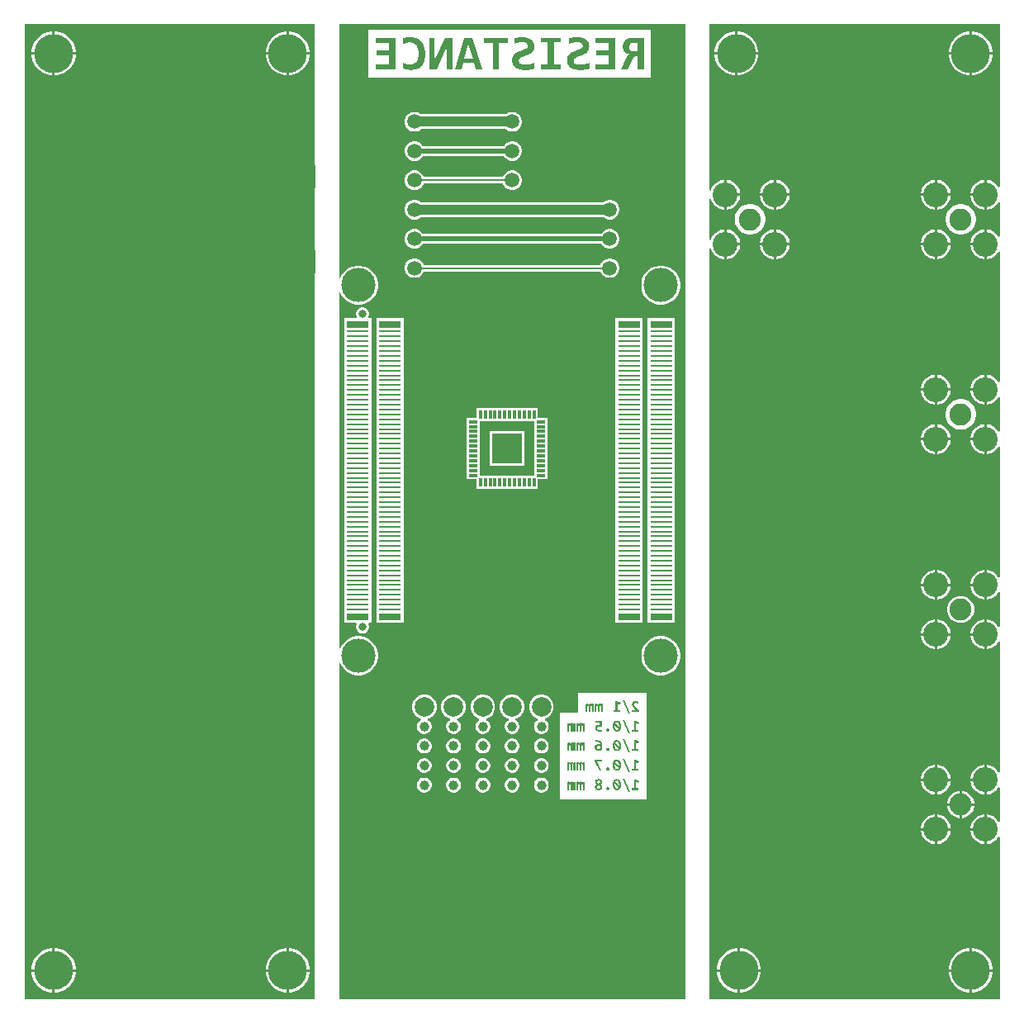
<source format=gbl>
%TF.GenerationSoftware,Altium Limited,Altium Designer,25.1.2 (22)*%
G04 Layer_Physical_Order=2*
G04 Layer_Color=16711680*
%FSLAX45Y45*%
%MOMM*%
%TF.SameCoordinates,5547ED5D-0275-4426-8455-AAE2DF75363B*%
%TF.FilePolarity,Positive*%
%TF.FileFunction,Copper,L2,Bot,Signal*%
%TF.Part,Single*%
G01*
G75*
%TA.AperFunction,SMDPad,CuDef*%
%ADD10R,5.08000X2.41300*%
%TA.AperFunction,ConnectorPad*%
%ADD12R,5.08000X2.41300*%
%TA.AperFunction,ComponentPad*%
%ADD28C,2.55000*%
%ADD29C,2.25000*%
%ADD30C,3.50000*%
%ADD31C,0.81000*%
%TA.AperFunction,ViaPad*%
%ADD32C,4.00000*%
%ADD33C,1.00000*%
%ADD34C,2.00000*%
%TA.AperFunction,SMDPad,CuDef*%
%ADD35R,3.10000X3.10000*%
%ADD36R,0.30000X0.85000*%
%ADD37R,0.85000X0.30000*%
%ADD38R,2.30000X0.75000*%
%ADD39R,2.30000X0.25000*%
%ADD40C,1.50000*%
%TA.AperFunction,Conductor*%
%ADD41C,0.15000*%
%ADD42C,0.50000*%
%ADD43C,1.00000*%
G36*
X10000000Y8333568D02*
X9987300Y8329715D01*
X9972765Y8351468D01*
X9951468Y8372765D01*
X9926425Y8389498D01*
X9898599Y8401024D01*
X9869060Y8406900D01*
X9866701D01*
Y8254000D01*
Y8101100D01*
X9869060D01*
X9898599Y8106976D01*
X9926425Y8118502D01*
X9951468Y8135235D01*
X9972765Y8156532D01*
X9987300Y8178285D01*
X10000000Y8174432D01*
Y7825568D01*
X9987300Y7821715D01*
X9972765Y7843468D01*
X9951468Y7864765D01*
X9926425Y7881498D01*
X9898599Y7893024D01*
X9869060Y7898900D01*
X9866701D01*
Y7746000D01*
Y7593100D01*
X9869060D01*
X9898599Y7598976D01*
X9926425Y7610502D01*
X9951468Y7627235D01*
X9972765Y7648532D01*
X9987300Y7670285D01*
X10000000Y7666432D01*
Y6333568D01*
X9987300Y6329715D01*
X9972765Y6351468D01*
X9951468Y6372765D01*
X9926425Y6389498D01*
X9898599Y6401024D01*
X9869060Y6406900D01*
X9866701D01*
Y6254000D01*
Y6101100D01*
X9869060D01*
X9898599Y6106976D01*
X9926425Y6118502D01*
X9951468Y6135235D01*
X9972765Y6156532D01*
X9987300Y6178285D01*
X10000000Y6174432D01*
Y5825568D01*
X9987300Y5821715D01*
X9972765Y5843468D01*
X9951468Y5864765D01*
X9926425Y5881498D01*
X9898599Y5893024D01*
X9869060Y5898900D01*
X9866701D01*
Y5746000D01*
Y5593100D01*
X9869060D01*
X9898599Y5598976D01*
X9926425Y5610502D01*
X9951468Y5627235D01*
X9972765Y5648532D01*
X9987300Y5670285D01*
X10000000Y5666432D01*
Y4333568D01*
X9987300Y4329715D01*
X9972765Y4351468D01*
X9951468Y4372765D01*
X9926425Y4389498D01*
X9898599Y4401024D01*
X9869060Y4406900D01*
X9866701D01*
Y4254000D01*
Y4101100D01*
X9869060D01*
X9898599Y4106976D01*
X9926425Y4118502D01*
X9951468Y4135235D01*
X9972765Y4156532D01*
X9987300Y4178285D01*
X10000000Y4174432D01*
Y3825568D01*
X9987300Y3821715D01*
X9972765Y3843468D01*
X9951468Y3864765D01*
X9926425Y3881498D01*
X9898599Y3893024D01*
X9869060Y3898900D01*
X9866701D01*
Y3746000D01*
Y3593100D01*
X9869060D01*
X9898599Y3598976D01*
X9926425Y3610502D01*
X9951468Y3627235D01*
X9972765Y3648532D01*
X9987300Y3670285D01*
X10000000Y3666432D01*
Y2333568D01*
X9987300Y2329715D01*
X9972765Y2351468D01*
X9951468Y2372765D01*
X9926425Y2389498D01*
X9898599Y2401024D01*
X9869060Y2406900D01*
X9866701D01*
Y2254000D01*
Y2101100D01*
X9869060D01*
X9898599Y2106976D01*
X9926425Y2118502D01*
X9951468Y2135235D01*
X9972765Y2156532D01*
X9987300Y2178285D01*
X10000000Y2174432D01*
Y1825568D01*
X9987300Y1821715D01*
X9972765Y1843468D01*
X9951468Y1864765D01*
X9926425Y1881498D01*
X9898599Y1893024D01*
X9869060Y1898900D01*
X9866701D01*
Y1746000D01*
Y1593100D01*
X9869060D01*
X9898599Y1598976D01*
X9926425Y1610502D01*
X9951468Y1627235D01*
X9972765Y1648532D01*
X9987300Y1670285D01*
X10000000Y1666432D01*
Y0D01*
X7025898D01*
Y7702052D01*
X7038598Y7703303D01*
X7038976Y7701401D01*
X7050502Y7673575D01*
X7067235Y7648532D01*
X7088532Y7627235D01*
X7113575Y7610502D01*
X7141401Y7598976D01*
X7170941Y7593100D01*
X7173301D01*
Y7745999D01*
Y7898900D01*
X7170941D01*
X7141401Y7893024D01*
X7113575Y7881498D01*
X7088532Y7864765D01*
X7067235Y7843468D01*
X7050502Y7818425D01*
X7038976Y7790599D01*
X7038598Y7788697D01*
X7025898Y7789948D01*
Y8210052D01*
X7038598Y8211303D01*
X7038976Y8209401D01*
X7050502Y8181575D01*
X7067235Y8156532D01*
X7088532Y8135235D01*
X7113575Y8118502D01*
X7141401Y8106976D01*
X7170941Y8101100D01*
X7173301D01*
Y8253999D01*
Y8406900D01*
X7170941D01*
X7141401Y8401024D01*
X7113575Y8389498D01*
X7088532Y8372765D01*
X7067235Y8351468D01*
X7050502Y8326425D01*
X7038976Y8298599D01*
X7038598Y8296697D01*
X7025898Y8297948D01*
Y10000000D01*
X10000000D01*
Y8333568D01*
D02*
G37*
G36*
X6774103Y0D02*
X3225898D01*
Y3448819D01*
X3238598Y3451345D01*
X3247408Y3430075D01*
X3269339Y3397252D01*
X3297253Y3369339D01*
X3330075Y3347408D01*
X3366546Y3332301D01*
X3405263Y3324600D01*
X3444738D01*
X3483455Y3332301D01*
X3519925Y3347408D01*
X3552748Y3369339D01*
X3580661Y3397252D01*
X3602592Y3430075D01*
X3617699Y3466545D01*
X3625400Y3505262D01*
Y3544737D01*
X3617699Y3583454D01*
X3602592Y3619925D01*
X3580661Y3652747D01*
X3552748Y3680661D01*
X3519925Y3702592D01*
X3483455Y3717699D01*
X3444738Y3725400D01*
X3405263D01*
X3366546Y3717699D01*
X3330075Y3702592D01*
X3297253Y3680661D01*
X3269339Y3652747D01*
X3247408Y3619925D01*
X3238598Y3598655D01*
X3225898Y3601181D01*
Y7248819D01*
X3238598Y7251345D01*
X3247408Y7230075D01*
X3269339Y7197252D01*
X3297253Y7169339D01*
X3330075Y7147408D01*
X3366546Y7132301D01*
X3405263Y7124600D01*
X3444738D01*
X3483455Y7132301D01*
X3519925Y7147408D01*
X3552748Y7169339D01*
X3580661Y7197252D01*
X3602592Y7230075D01*
X3617699Y7266545D01*
X3625400Y7305262D01*
Y7344737D01*
X3617699Y7383454D01*
X3602592Y7419925D01*
X3580661Y7452747D01*
X3552748Y7480661D01*
X3519925Y7502592D01*
X3483455Y7517699D01*
X3444738Y7525400D01*
X3405263D01*
X3366546Y7517699D01*
X3330075Y7502592D01*
X3297253Y7480661D01*
X3269339Y7452747D01*
X3247408Y7419925D01*
X3238598Y7398655D01*
X3225898Y7401181D01*
Y10000000D01*
X6774103D01*
Y0D01*
D02*
G37*
G36*
X2974103D02*
X0D01*
Y10000000D01*
X2974103D01*
Y0D01*
D02*
G37*
%LPC*%
G36*
X9722200Y9925400D02*
X9712700D01*
Y9712700D01*
X9925400D01*
Y9722200D01*
X9916738Y9765747D01*
X9899747Y9806767D01*
X9875080Y9843684D01*
X9843684Y9875080D01*
X9806767Y9899747D01*
X9765747Y9916738D01*
X9722200Y9925400D01*
D02*
G37*
G36*
X9687300D02*
X9677800D01*
X9634253Y9916738D01*
X9593233Y9899747D01*
X9556316Y9875080D01*
X9524920Y9843684D01*
X9500253Y9806767D01*
X9483262Y9765747D01*
X9474600Y9722200D01*
Y9712700D01*
X9687300D01*
Y9925400D01*
D02*
G37*
G36*
X7322200Y9925400D02*
X7312700D01*
Y9712700D01*
X7525400D01*
Y9722200D01*
X7516738Y9765747D01*
X7499747Y9806767D01*
X7475080Y9843684D01*
X7443684Y9875080D01*
X7406767Y9899747D01*
X7365747Y9916738D01*
X7322200Y9925400D01*
D02*
G37*
G36*
X7287300D02*
X7277800D01*
X7234253Y9916738D01*
X7193233Y9899747D01*
X7156316Y9875080D01*
X7124920Y9843684D01*
X7100253Y9806767D01*
X7083262Y9765747D01*
X7074600Y9722200D01*
Y9712700D01*
X7287300D01*
Y9925400D01*
D02*
G37*
G36*
X9925400Y9687300D02*
X9712700D01*
Y9474600D01*
X9722200D01*
X9765747Y9483262D01*
X9806767Y9500253D01*
X9843684Y9524920D01*
X9875080Y9556316D01*
X9899747Y9593233D01*
X9916738Y9634254D01*
X9925400Y9677800D01*
Y9687300D01*
D02*
G37*
G36*
X9687300D02*
X9474600D01*
Y9677800D01*
X9483262Y9634254D01*
X9500253Y9593233D01*
X9524920Y9556316D01*
X9556316Y9524920D01*
X9593233Y9500253D01*
X9634253Y9483262D01*
X9677800Y9474600D01*
X9687300D01*
Y9687300D01*
D02*
G37*
G36*
X7525400Y9687300D02*
X7312700D01*
Y9474600D01*
X7322200D01*
X7365747Y9483262D01*
X7406767Y9500253D01*
X7443684Y9524920D01*
X7475080Y9556316D01*
X7499747Y9593233D01*
X7516738Y9634253D01*
X7525400Y9677800D01*
Y9687300D01*
D02*
G37*
G36*
X7287300D02*
X7074600D01*
Y9677800D01*
X7083262Y9634253D01*
X7100253Y9593233D01*
X7124920Y9556316D01*
X7156316Y9524920D01*
X7193233Y9500253D01*
X7234253Y9483262D01*
X7277800Y9474600D01*
X7287300D01*
Y9687300D01*
D02*
G37*
G36*
X9361060Y8406900D02*
X9358701D01*
Y8266700D01*
X9498900D01*
Y8269059D01*
X9493024Y8298599D01*
X9481498Y8326425D01*
X9464765Y8351468D01*
X9443468Y8372765D01*
X9418425Y8389498D01*
X9390599Y8401024D01*
X9361060Y8406900D01*
D02*
G37*
G36*
X9841301D02*
X9838941D01*
X9809401Y8401024D01*
X9781575Y8389498D01*
X9756532Y8372765D01*
X9735235Y8351468D01*
X9718502Y8326425D01*
X9706976Y8298599D01*
X9701100Y8269059D01*
Y8266700D01*
X9841301D01*
Y8406900D01*
D02*
G37*
G36*
X9333301D02*
X9330941D01*
X9301401Y8401024D01*
X9273575Y8389498D01*
X9248532Y8372765D01*
X9227235Y8351468D01*
X9210502Y8326425D01*
X9198976Y8298599D01*
X9193100Y8269059D01*
Y8266700D01*
X9333301D01*
Y8406900D01*
D02*
G37*
G36*
X7709060D02*
X7706701D01*
Y8266699D01*
X7846900D01*
Y8269059D01*
X7841024Y8298599D01*
X7829498Y8326425D01*
X7812765Y8351468D01*
X7791468Y8372765D01*
X7766425Y8389498D01*
X7738599Y8401024D01*
X7709060Y8406900D01*
D02*
G37*
G36*
X7201060D02*
X7198701D01*
Y8266699D01*
X7338900D01*
Y8269059D01*
X7333024Y8298599D01*
X7321498Y8326425D01*
X7304765Y8351468D01*
X7283468Y8372765D01*
X7258425Y8389498D01*
X7230599Y8401024D01*
X7201060Y8406900D01*
D02*
G37*
G36*
X7681301D02*
X7678941D01*
X7649401Y8401024D01*
X7621575Y8389498D01*
X7596532Y8372765D01*
X7575235Y8351468D01*
X7558502Y8326425D01*
X7546976Y8298599D01*
X7541100Y8269059D01*
Y8266699D01*
X7681301D01*
Y8406900D01*
D02*
G37*
G36*
X9841301Y8241300D02*
X9701100D01*
Y8238941D01*
X9706976Y8209401D01*
X9718502Y8181575D01*
X9735235Y8156532D01*
X9756532Y8135235D01*
X9781575Y8118502D01*
X9809401Y8106976D01*
X9838941Y8101100D01*
X9841301D01*
Y8241300D01*
D02*
G37*
G36*
X9498900D02*
X9358701D01*
Y8101100D01*
X9361060D01*
X9390599Y8106976D01*
X9418425Y8118502D01*
X9443468Y8135235D01*
X9464765Y8156532D01*
X9481498Y8181575D01*
X9493024Y8209401D01*
X9498900Y8238941D01*
Y8241300D01*
D02*
G37*
G36*
X9333301D02*
X9193100D01*
Y8238941D01*
X9198976Y8209401D01*
X9210502Y8181575D01*
X9227235Y8156532D01*
X9248532Y8135235D01*
X9273575Y8118502D01*
X9301401Y8106976D01*
X9330941Y8101100D01*
X9333301D01*
Y8241300D01*
D02*
G37*
G36*
X7846900Y8241299D02*
X7706701D01*
Y8101100D01*
X7709060D01*
X7738599Y8106976D01*
X7766425Y8118502D01*
X7791468Y8135235D01*
X7812765Y8156532D01*
X7829498Y8181575D01*
X7841024Y8209401D01*
X7846900Y8238941D01*
Y8241299D01*
D02*
G37*
G36*
X7681301D02*
X7541100D01*
Y8238941D01*
X7546976Y8209401D01*
X7558502Y8181575D01*
X7575235Y8156532D01*
X7596532Y8135235D01*
X7621575Y8118502D01*
X7649401Y8106976D01*
X7678941Y8101100D01*
X7681301D01*
Y8241299D01*
D02*
G37*
G36*
X7338900D02*
X7198701D01*
Y8101100D01*
X7201060D01*
X7230599Y8106976D01*
X7258425Y8118502D01*
X7283468Y8135235D01*
X7304765Y8156532D01*
X7321498Y8181575D01*
X7333024Y8209401D01*
X7338900Y8238941D01*
Y8241299D01*
D02*
G37*
G36*
X9615512Y8157500D02*
X9584488D01*
X9554059Y8151447D01*
X9525396Y8139575D01*
X9499600Y8122338D01*
X9477662Y8100400D01*
X9460426Y8074604D01*
X9448553Y8045941D01*
X9442500Y8015512D01*
Y7984488D01*
X9448553Y7954059D01*
X9460426Y7925396D01*
X9477662Y7899600D01*
X9499600Y7877662D01*
X9525396Y7860425D01*
X9554059Y7848553D01*
X9584488Y7842500D01*
X9615512D01*
X9645941Y7848553D01*
X9674604Y7860425D01*
X9700400Y7877662D01*
X9722338Y7899600D01*
X9739575Y7925396D01*
X9751447Y7954059D01*
X9757500Y7984488D01*
Y8015512D01*
X9751447Y8045941D01*
X9739575Y8074604D01*
X9722338Y8100400D01*
X9700400Y8122338D01*
X9674604Y8139575D01*
X9645941Y8151447D01*
X9615512Y8157500D01*
D02*
G37*
G36*
X7455512D02*
X7424488D01*
X7394059Y8151447D01*
X7365396Y8139575D01*
X7339600Y8122338D01*
X7317662Y8100400D01*
X7300426Y8074604D01*
X7288553Y8045941D01*
X7282500Y8015512D01*
Y7984488D01*
X7288553Y7954059D01*
X7300426Y7925396D01*
X7317662Y7899600D01*
X7339600Y7877662D01*
X7365396Y7860425D01*
X7394059Y7848553D01*
X7424488Y7842500D01*
X7455512D01*
X7485941Y7848553D01*
X7514604Y7860425D01*
X7540400Y7877662D01*
X7562338Y7899600D01*
X7579575Y7925396D01*
X7591447Y7954059D01*
X7597500Y7984488D01*
Y8015512D01*
X7591447Y8045941D01*
X7579575Y8074604D01*
X7562338Y8100400D01*
X7540400Y8122338D01*
X7514604Y8139575D01*
X7485941Y8151447D01*
X7455512Y8157500D01*
D02*
G37*
G36*
X9361060Y7898900D02*
X9358701D01*
Y7758700D01*
X9498900D01*
Y7761059D01*
X9493024Y7790599D01*
X9481498Y7818425D01*
X9464765Y7843468D01*
X9443468Y7864765D01*
X9418425Y7881498D01*
X9390599Y7893024D01*
X9361060Y7898900D01*
D02*
G37*
G36*
X9841301D02*
X9838941D01*
X9809401Y7893024D01*
X9781575Y7881498D01*
X9756532Y7864765D01*
X9735235Y7843468D01*
X9718502Y7818425D01*
X9706976Y7790599D01*
X9701100Y7761059D01*
Y7758700D01*
X9841301D01*
Y7898900D01*
D02*
G37*
G36*
X9333301D02*
X9330941D01*
X9301401Y7893024D01*
X9273575Y7881498D01*
X9248532Y7864765D01*
X9227235Y7843468D01*
X9210502Y7818425D01*
X9198976Y7790599D01*
X9193100Y7761059D01*
Y7758700D01*
X9333301D01*
Y7898900D01*
D02*
G37*
G36*
X7709060D02*
X7706701D01*
Y7758699D01*
X7846900D01*
Y7761059D01*
X7841024Y7790599D01*
X7829498Y7818425D01*
X7812765Y7843468D01*
X7791468Y7864765D01*
X7766425Y7881498D01*
X7738599Y7893024D01*
X7709060Y7898900D01*
D02*
G37*
G36*
X7201060D02*
X7198701D01*
Y7758699D01*
X7338900D01*
Y7761059D01*
X7333024Y7790599D01*
X7321498Y7818425D01*
X7304765Y7843468D01*
X7283468Y7864765D01*
X7258425Y7881498D01*
X7230599Y7893024D01*
X7201060Y7898900D01*
D02*
G37*
G36*
X7681301D02*
X7678941D01*
X7649401Y7893024D01*
X7621575Y7881498D01*
X7596532Y7864765D01*
X7575235Y7843468D01*
X7558502Y7818425D01*
X7546976Y7790599D01*
X7541100Y7761059D01*
Y7758699D01*
X7681301D01*
Y7898900D01*
D02*
G37*
G36*
X9841301Y7733300D02*
X9701100D01*
Y7730941D01*
X9706976Y7701401D01*
X9718502Y7673575D01*
X9735235Y7648532D01*
X9756532Y7627235D01*
X9781575Y7610502D01*
X9809401Y7598976D01*
X9838941Y7593100D01*
X9841301D01*
Y7733300D01*
D02*
G37*
G36*
X9498900D02*
X9358701D01*
Y7593100D01*
X9361060D01*
X9390599Y7598976D01*
X9418425Y7610502D01*
X9443468Y7627235D01*
X9464765Y7648532D01*
X9481498Y7673575D01*
X9493024Y7701401D01*
X9498900Y7730941D01*
Y7733300D01*
D02*
G37*
G36*
X9333301D02*
X9193100D01*
Y7730941D01*
X9198976Y7701401D01*
X9210502Y7673575D01*
X9227235Y7648532D01*
X9248532Y7627235D01*
X9273575Y7610502D01*
X9301401Y7598976D01*
X9330941Y7593100D01*
X9333301D01*
Y7733300D01*
D02*
G37*
G36*
X7846900Y7733299D02*
X7706701D01*
Y7593100D01*
X7709060D01*
X7738599Y7598976D01*
X7766425Y7610502D01*
X7791468Y7627235D01*
X7812765Y7648532D01*
X7829498Y7673575D01*
X7841024Y7701401D01*
X7846900Y7730941D01*
Y7733299D01*
D02*
G37*
G36*
X7681301D02*
X7541100D01*
Y7730941D01*
X7546976Y7701401D01*
X7558502Y7673575D01*
X7575235Y7648532D01*
X7596532Y7627235D01*
X7621575Y7610502D01*
X7649401Y7598976D01*
X7678941Y7593100D01*
X7681301D01*
Y7733299D01*
D02*
G37*
G36*
X7338900D02*
X7198701D01*
Y7593100D01*
X7201060D01*
X7230599Y7598976D01*
X7258425Y7610502D01*
X7283468Y7627235D01*
X7304765Y7648532D01*
X7321498Y7673575D01*
X7333024Y7701401D01*
X7338900Y7730941D01*
Y7733299D01*
D02*
G37*
G36*
X9361060Y6406900D02*
X9358701D01*
Y6266700D01*
X9498900D01*
Y6269059D01*
X9493024Y6298599D01*
X9481498Y6326425D01*
X9464765Y6351468D01*
X9443468Y6372765D01*
X9418425Y6389498D01*
X9390599Y6401024D01*
X9361060Y6406900D01*
D02*
G37*
G36*
X9841301D02*
X9838941D01*
X9809401Y6401024D01*
X9781575Y6389498D01*
X9756532Y6372765D01*
X9735235Y6351468D01*
X9718502Y6326425D01*
X9706976Y6298599D01*
X9701100Y6269059D01*
Y6266700D01*
X9841301D01*
Y6406900D01*
D02*
G37*
G36*
X9333301D02*
X9330941D01*
X9301401Y6401024D01*
X9273575Y6389498D01*
X9248532Y6372765D01*
X9227235Y6351468D01*
X9210502Y6326425D01*
X9198976Y6298599D01*
X9193100Y6269059D01*
Y6266700D01*
X9333301D01*
Y6406900D01*
D02*
G37*
G36*
X9841301Y6241300D02*
X9701100D01*
Y6238941D01*
X9706976Y6209401D01*
X9718502Y6181575D01*
X9735235Y6156532D01*
X9756532Y6135235D01*
X9781575Y6118502D01*
X9809401Y6106976D01*
X9838941Y6101100D01*
X9841301D01*
Y6241300D01*
D02*
G37*
G36*
X9498900D02*
X9358701D01*
Y6101100D01*
X9361060D01*
X9390599Y6106976D01*
X9418425Y6118502D01*
X9443468Y6135235D01*
X9464765Y6156532D01*
X9481498Y6181575D01*
X9493024Y6209401D01*
X9498900Y6238941D01*
Y6241300D01*
D02*
G37*
G36*
X9333301D02*
X9193100D01*
Y6238941D01*
X9198976Y6209401D01*
X9210502Y6181575D01*
X9227235Y6156532D01*
X9248532Y6135235D01*
X9273575Y6118502D01*
X9301401Y6106976D01*
X9330941Y6101100D01*
X9333301D01*
Y6241300D01*
D02*
G37*
G36*
X9615512Y6157500D02*
X9584488D01*
X9554059Y6151447D01*
X9525396Y6139574D01*
X9499600Y6122338D01*
X9477662Y6100400D01*
X9460426Y6074604D01*
X9448553Y6045941D01*
X9442500Y6015512D01*
Y5984488D01*
X9448553Y5954059D01*
X9460426Y5925396D01*
X9477662Y5899600D01*
X9499600Y5877662D01*
X9525396Y5860425D01*
X9554059Y5848553D01*
X9584488Y5842500D01*
X9615512D01*
X9645941Y5848553D01*
X9674604Y5860425D01*
X9700400Y5877662D01*
X9722338Y5899600D01*
X9739575Y5925396D01*
X9751447Y5954059D01*
X9757500Y5984488D01*
Y6015512D01*
X9751447Y6045941D01*
X9739575Y6074604D01*
X9722338Y6100400D01*
X9700400Y6122338D01*
X9674604Y6139574D01*
X9645941Y6151447D01*
X9615512Y6157500D01*
D02*
G37*
G36*
X9361060Y5898900D02*
X9358701D01*
Y5758700D01*
X9498900D01*
Y5761059D01*
X9493024Y5790599D01*
X9481498Y5818425D01*
X9464765Y5843468D01*
X9443468Y5864765D01*
X9418425Y5881498D01*
X9390599Y5893024D01*
X9361060Y5898900D01*
D02*
G37*
G36*
X9333301D02*
X9330941D01*
X9301401Y5893024D01*
X9273575Y5881498D01*
X9248532Y5864765D01*
X9227235Y5843468D01*
X9210502Y5818425D01*
X9198976Y5790599D01*
X9193100Y5761059D01*
Y5758700D01*
X9333301D01*
Y5898900D01*
D02*
G37*
G36*
X9841301D02*
X9838941D01*
X9809401Y5893024D01*
X9781575Y5881498D01*
X9756532Y5864765D01*
X9735235Y5843468D01*
X9718502Y5818425D01*
X9706976Y5790599D01*
X9701100Y5761059D01*
Y5758700D01*
X9841301D01*
Y5898900D01*
D02*
G37*
G36*
Y5733300D02*
X9701100D01*
Y5730941D01*
X9706976Y5701401D01*
X9718502Y5673575D01*
X9735235Y5648532D01*
X9756532Y5627235D01*
X9781575Y5610502D01*
X9809401Y5598976D01*
X9838941Y5593100D01*
X9841301D01*
Y5733300D01*
D02*
G37*
G36*
X9498900D02*
X9358701D01*
Y5593100D01*
X9361060D01*
X9390599Y5598976D01*
X9418425Y5610502D01*
X9443468Y5627235D01*
X9464765Y5648532D01*
X9481498Y5673575D01*
X9493024Y5701401D01*
X9498900Y5730941D01*
Y5733300D01*
D02*
G37*
G36*
X9333301D02*
X9193100D01*
Y5730941D01*
X9198976Y5701401D01*
X9210502Y5673575D01*
X9227235Y5648532D01*
X9248532Y5627235D01*
X9273575Y5610502D01*
X9301401Y5598976D01*
X9330941Y5593100D01*
X9333301D01*
Y5733300D01*
D02*
G37*
G36*
X9361060Y4406900D02*
X9358701D01*
Y4266700D01*
X9498900D01*
Y4269059D01*
X9493024Y4298599D01*
X9481498Y4326425D01*
X9464765Y4351468D01*
X9443468Y4372765D01*
X9418425Y4389498D01*
X9390599Y4401024D01*
X9361060Y4406900D01*
D02*
G37*
G36*
X9841301D02*
X9838941D01*
X9809401Y4401024D01*
X9781575Y4389498D01*
X9756532Y4372765D01*
X9735235Y4351468D01*
X9718502Y4326425D01*
X9706976Y4298599D01*
X9701100Y4269059D01*
Y4266700D01*
X9841301D01*
Y4406900D01*
D02*
G37*
G36*
X9333301D02*
X9330941D01*
X9301401Y4401024D01*
X9273575Y4389498D01*
X9248532Y4372765D01*
X9227235Y4351468D01*
X9210502Y4326425D01*
X9198976Y4298599D01*
X9193100Y4269059D01*
Y4266700D01*
X9333301D01*
Y4406900D01*
D02*
G37*
G36*
X9841301Y4241300D02*
X9701100D01*
Y4238940D01*
X9706976Y4209401D01*
X9718502Y4181575D01*
X9735235Y4156532D01*
X9756532Y4135235D01*
X9781575Y4118502D01*
X9809401Y4106976D01*
X9838941Y4101100D01*
X9841301D01*
Y4241300D01*
D02*
G37*
G36*
X9498900D02*
X9358701D01*
Y4101100D01*
X9361060D01*
X9390599Y4106976D01*
X9418425Y4118502D01*
X9443468Y4135235D01*
X9464765Y4156532D01*
X9481498Y4181575D01*
X9493024Y4209401D01*
X9498900Y4238940D01*
Y4241300D01*
D02*
G37*
G36*
X9333301D02*
X9193100D01*
Y4238940D01*
X9198976Y4209401D01*
X9210502Y4181575D01*
X9227235Y4156532D01*
X9248532Y4135235D01*
X9273575Y4118502D01*
X9301401Y4106976D01*
X9330941Y4101100D01*
X9333301D01*
Y4241300D01*
D02*
G37*
G36*
X9618155Y4137900D02*
X9581845D01*
X9546773Y4128502D01*
X9515327Y4110347D01*
X9489653Y4084673D01*
X9471498Y4053227D01*
X9462100Y4018155D01*
Y3981845D01*
X9471498Y3946772D01*
X9489653Y3915327D01*
X9515327Y3889652D01*
X9546773Y3871497D01*
X9581845Y3862100D01*
X9618155D01*
X9653228Y3871497D01*
X9684673Y3889652D01*
X9710348Y3915327D01*
X9728503Y3946772D01*
X9737900Y3981845D01*
Y4018155D01*
X9728503Y4053227D01*
X9710348Y4084673D01*
X9684673Y4110347D01*
X9653228Y4128502D01*
X9618155Y4137900D01*
D02*
G37*
G36*
X9361060Y3898900D02*
X9358701D01*
Y3758700D01*
X9498900D01*
Y3761059D01*
X9493024Y3790599D01*
X9481498Y3818425D01*
X9464765Y3843468D01*
X9443468Y3864765D01*
X9418425Y3881498D01*
X9390599Y3893024D01*
X9361060Y3898900D01*
D02*
G37*
G36*
X9841301D02*
X9838941D01*
X9809401Y3893024D01*
X9781575Y3881498D01*
X9756532Y3864765D01*
X9735235Y3843468D01*
X9718502Y3818425D01*
X9706976Y3790599D01*
X9701100Y3761059D01*
Y3758700D01*
X9841301D01*
Y3898900D01*
D02*
G37*
G36*
X9333301D02*
X9330941D01*
X9301401Y3893024D01*
X9273575Y3881498D01*
X9248532Y3864765D01*
X9227235Y3843468D01*
X9210502Y3818425D01*
X9198976Y3790599D01*
X9193100Y3761059D01*
Y3758700D01*
X9333301D01*
Y3898900D01*
D02*
G37*
G36*
X9841301Y3733300D02*
X9701100D01*
Y3730940D01*
X9706976Y3701401D01*
X9718502Y3673575D01*
X9735235Y3648532D01*
X9756532Y3627235D01*
X9781575Y3610502D01*
X9809401Y3598976D01*
X9838941Y3593100D01*
X9841301D01*
Y3733300D01*
D02*
G37*
G36*
X9498900D02*
X9358701D01*
Y3593100D01*
X9361060D01*
X9390599Y3598976D01*
X9418425Y3610502D01*
X9443468Y3627235D01*
X9464765Y3648532D01*
X9481498Y3673575D01*
X9493024Y3701401D01*
X9498900Y3730940D01*
Y3733300D01*
D02*
G37*
G36*
X9333301D02*
X9193100D01*
Y3730940D01*
X9198976Y3701401D01*
X9210502Y3673575D01*
X9227235Y3648532D01*
X9248532Y3627235D01*
X9273575Y3610502D01*
X9301401Y3598976D01*
X9330941Y3593100D01*
X9333301D01*
Y3733300D01*
D02*
G37*
G36*
X9361060Y2406900D02*
X9358701D01*
Y2266700D01*
X9498900D01*
Y2269059D01*
X9493024Y2298599D01*
X9481498Y2326425D01*
X9464765Y2351468D01*
X9443468Y2372765D01*
X9418425Y2389498D01*
X9390599Y2401024D01*
X9361060Y2406900D01*
D02*
G37*
G36*
X9841301D02*
X9838941D01*
X9809401Y2401024D01*
X9781575Y2389498D01*
X9756532Y2372765D01*
X9735235Y2351468D01*
X9718502Y2326425D01*
X9706976Y2298599D01*
X9701100Y2269059D01*
Y2266700D01*
X9841301D01*
Y2406900D01*
D02*
G37*
G36*
X9333301D02*
X9330941D01*
X9301401Y2401024D01*
X9273575Y2389498D01*
X9248532Y2372765D01*
X9227235Y2351468D01*
X9210502Y2326425D01*
X9198976Y2298599D01*
X9193100Y2269059D01*
Y2266700D01*
X9333301D01*
Y2406900D01*
D02*
G37*
G36*
X9841301Y2241300D02*
X9701100D01*
Y2238941D01*
X9706976Y2209401D01*
X9718502Y2181575D01*
X9735235Y2156532D01*
X9756532Y2135235D01*
X9781575Y2118502D01*
X9809401Y2106976D01*
X9838941Y2101100D01*
X9841301D01*
Y2241300D01*
D02*
G37*
G36*
X9498900D02*
X9358701D01*
Y2101100D01*
X9361060D01*
X9390599Y2106976D01*
X9418425Y2118502D01*
X9443468Y2135235D01*
X9464765Y2156532D01*
X9481498Y2181575D01*
X9493024Y2209401D01*
X9498900Y2238941D01*
Y2241300D01*
D02*
G37*
G36*
X9333301D02*
X9193100D01*
Y2238941D01*
X9198976Y2209401D01*
X9210502Y2181575D01*
X9227235Y2156532D01*
X9248532Y2135235D01*
X9273575Y2118502D01*
X9301401Y2106976D01*
X9330941Y2101100D01*
X9333301D01*
Y2241300D01*
D02*
G37*
G36*
X9618155Y2137900D02*
X9612701D01*
Y2012700D01*
X9737900D01*
Y2018155D01*
X9728503Y2053228D01*
X9710348Y2084673D01*
X9684673Y2110348D01*
X9653228Y2128502D01*
X9618155Y2137900D01*
D02*
G37*
G36*
X9587301D02*
X9581845D01*
X9546773Y2128502D01*
X9515327Y2110348D01*
X9489653Y2084673D01*
X9471498Y2053228D01*
X9462100Y2018155D01*
Y2012700D01*
X9587301D01*
Y2137900D01*
D02*
G37*
G36*
X9737900Y1987300D02*
X9612701D01*
Y1862100D01*
X9618155D01*
X9653228Y1871498D01*
X9684673Y1889653D01*
X9710348Y1915327D01*
X9728503Y1946773D01*
X9737900Y1981845D01*
Y1987300D01*
D02*
G37*
G36*
X9587301D02*
X9462100D01*
Y1981845D01*
X9471498Y1946773D01*
X9489653Y1915327D01*
X9515327Y1889653D01*
X9546773Y1871498D01*
X9581845Y1862100D01*
X9587301D01*
Y1987300D01*
D02*
G37*
G36*
X9361060Y1898900D02*
X9358701D01*
Y1758700D01*
X9498900D01*
Y1761059D01*
X9493024Y1790599D01*
X9481498Y1818425D01*
X9464765Y1843468D01*
X9443468Y1864765D01*
X9418425Y1881498D01*
X9390599Y1893024D01*
X9361060Y1898900D01*
D02*
G37*
G36*
X9841301D02*
X9838941D01*
X9809401Y1893024D01*
X9781575Y1881498D01*
X9756532Y1864765D01*
X9735235Y1843468D01*
X9718502Y1818425D01*
X9706976Y1790599D01*
X9701100Y1761059D01*
Y1758700D01*
X9841301D01*
Y1898900D01*
D02*
G37*
G36*
X9333301D02*
X9330941D01*
X9301401Y1893024D01*
X9273575Y1881498D01*
X9248532Y1864765D01*
X9227235Y1843468D01*
X9210502Y1818425D01*
X9198976Y1790599D01*
X9193100Y1761059D01*
Y1758700D01*
X9333301D01*
Y1898900D01*
D02*
G37*
G36*
X9841301Y1733300D02*
X9701100D01*
Y1730941D01*
X9706976Y1701401D01*
X9718502Y1673575D01*
X9735235Y1648532D01*
X9756532Y1627235D01*
X9781575Y1610502D01*
X9809401Y1598976D01*
X9838941Y1593100D01*
X9841301D01*
Y1733300D01*
D02*
G37*
G36*
X9498900D02*
X9358701D01*
Y1593100D01*
X9361060D01*
X9390599Y1598976D01*
X9418425Y1610502D01*
X9443468Y1627235D01*
X9464765Y1648532D01*
X9481498Y1673575D01*
X9493024Y1701401D01*
X9498900Y1730941D01*
Y1733300D01*
D02*
G37*
G36*
X9333301D02*
X9193100D01*
Y1730941D01*
X9198976Y1701401D01*
X9210502Y1673575D01*
X9227235Y1648532D01*
X9248532Y1627235D01*
X9273575Y1610502D01*
X9301401Y1598976D01*
X9330941Y1593100D01*
X9333301D01*
Y1733300D01*
D02*
G37*
G36*
X9722200Y525400D02*
X9712700D01*
Y312700D01*
X9925400D01*
Y322200D01*
X9916738Y365747D01*
X9899747Y406767D01*
X9875080Y443684D01*
X9843684Y475080D01*
X9806767Y499747D01*
X9765747Y516738D01*
X9722200Y525400D01*
D02*
G37*
G36*
X9687300D02*
X9677800D01*
X9634254Y516738D01*
X9593233Y499747D01*
X9556316Y475080D01*
X9524920Y443684D01*
X9500253Y406767D01*
X9483262Y365747D01*
X9474600Y322200D01*
Y312700D01*
X9687300D01*
Y525400D01*
D02*
G37*
G36*
X7348098Y525400D02*
X7338598D01*
Y312700D01*
X7551298D01*
Y322200D01*
X7542636Y365747D01*
X7525645Y406767D01*
X7500977Y443684D01*
X7469582Y475080D01*
X7432665Y499747D01*
X7391644Y516738D01*
X7348098Y525400D01*
D02*
G37*
G36*
X7313198D02*
X7303698D01*
X7260151Y516738D01*
X7219131Y499747D01*
X7182214Y475080D01*
X7150818Y443684D01*
X7126151Y406767D01*
X7109160Y365747D01*
X7100498Y322200D01*
Y312700D01*
X7313198D01*
Y525400D01*
D02*
G37*
G36*
X9925400Y287300D02*
X9712700D01*
Y74600D01*
X9722200D01*
X9765747Y83262D01*
X9806767Y100253D01*
X9843684Y124921D01*
X9875080Y156316D01*
X9899747Y193233D01*
X9916738Y234254D01*
X9925400Y277800D01*
Y287300D01*
D02*
G37*
G36*
X9687300D02*
X9474600D01*
Y277800D01*
X9483262Y234254D01*
X9500253Y193233D01*
X9524920Y156316D01*
X9556316Y124921D01*
X9593233Y100253D01*
X9634254Y83262D01*
X9677800Y74600D01*
X9687300D01*
Y287300D01*
D02*
G37*
G36*
X7551298Y287300D02*
X7338598D01*
Y74600D01*
X7348098D01*
X7391644Y83262D01*
X7432665Y100253D01*
X7469582Y124920D01*
X7500977Y156316D01*
X7525645Y193233D01*
X7542636Y234253D01*
X7551298Y277800D01*
Y287300D01*
D02*
G37*
G36*
X7313198D02*
X7100498D01*
Y277800D01*
X7109160Y234253D01*
X7126151Y193233D01*
X7150818Y156316D01*
X7182214Y124920D01*
X7219131Y100253D01*
X7260151Y83262D01*
X7303698Y74600D01*
X7313198D01*
Y287300D01*
D02*
G37*
G36*
X6425400Y9944271D02*
X3529329D01*
Y9455728D01*
X6425400D01*
Y9944271D01*
D02*
G37*
G36*
X5013218Y9100400D02*
X4986782D01*
X4961247Y9093558D01*
X4938353Y9080340D01*
X4934064Y9076051D01*
X4065936D01*
X4061647Y9080340D01*
X4038753Y9093558D01*
X4013218Y9100400D01*
X3986782D01*
X3961247Y9093558D01*
X3938353Y9080340D01*
X3919660Y9061647D01*
X3906442Y9038753D01*
X3899600Y9013218D01*
Y8986782D01*
X3906442Y8961247D01*
X3919660Y8938353D01*
X3938353Y8919660D01*
X3961247Y8906442D01*
X3986782Y8899600D01*
X4013218D01*
X4038753Y8906442D01*
X4061647Y8919660D01*
X4065936Y8923949D01*
X4934064D01*
X4938353Y8919660D01*
X4961247Y8906442D01*
X4986782Y8899600D01*
X5013218D01*
X5038753Y8906442D01*
X5061647Y8919660D01*
X5080340Y8938353D01*
X5093558Y8961247D01*
X5100400Y8986782D01*
Y9013218D01*
X5093558Y9038753D01*
X5080340Y9061647D01*
X5061647Y9080340D01*
X5038753Y9093558D01*
X5013218Y9100400D01*
D02*
G37*
G36*
X5013218Y8800400D02*
X4986782D01*
X4961247Y8793558D01*
X4938353Y8780340D01*
X4919660Y8761647D01*
X4913737Y8751387D01*
X4086264D01*
X4080340Y8761647D01*
X4061647Y8780340D01*
X4038753Y8793558D01*
X4013218Y8800400D01*
X3986782D01*
X3961247Y8793558D01*
X3938353Y8780340D01*
X3919660Y8761647D01*
X3906442Y8738753D01*
X3899600Y8713218D01*
Y8686782D01*
X3906442Y8661247D01*
X3919660Y8638353D01*
X3938353Y8619660D01*
X3961247Y8606442D01*
X3986782Y8599600D01*
X4013218D01*
X4038753Y8606442D01*
X4061647Y8619660D01*
X4080340Y8638353D01*
X4086264Y8648613D01*
X4913737D01*
X4919660Y8638353D01*
X4938353Y8619660D01*
X4961247Y8606442D01*
X4986782Y8599600D01*
X5013218D01*
X5038753Y8606442D01*
X5061647Y8619660D01*
X5080340Y8638353D01*
X5093558Y8661247D01*
X5100400Y8686782D01*
Y8713218D01*
X5093558Y8738753D01*
X5080340Y8761647D01*
X5061647Y8780340D01*
X5038753Y8793558D01*
X5013218Y8800400D01*
D02*
G37*
G36*
X5013219Y8500400D02*
X4986784D01*
X4961248Y8493558D01*
X4938354Y8480340D01*
X4919661Y8461647D01*
X4906444Y8438753D01*
X4905048Y8433544D01*
X4094955D01*
X4093559Y8438753D01*
X4080341Y8461647D01*
X4061648Y8480340D01*
X4038754Y8493558D01*
X4013219Y8500400D01*
X3986783D01*
X3961248Y8493558D01*
X3938354Y8480340D01*
X3919661Y8461647D01*
X3906444Y8438753D01*
X3899602Y8413218D01*
Y8386782D01*
X3906444Y8361247D01*
X3919661Y8338353D01*
X3938354Y8319660D01*
X3961248Y8306442D01*
X3986783Y8299600D01*
X4013219D01*
X4038754Y8306442D01*
X4061648Y8319660D01*
X4080341Y8338353D01*
X4093559Y8361247D01*
X4094955Y8366455D01*
X4905048D01*
X4906444Y8361247D01*
X4919661Y8338353D01*
X4938354Y8319660D01*
X4961248Y8306442D01*
X4986784Y8299600D01*
X5013219D01*
X5038754Y8306442D01*
X5061648Y8319660D01*
X5080341Y8338353D01*
X5093559Y8361247D01*
X5100401Y8386782D01*
Y8413218D01*
X5093559Y8438753D01*
X5080341Y8461647D01*
X5061648Y8480340D01*
X5038754Y8493558D01*
X5013219Y8500400D01*
D02*
G37*
G36*
X6013220Y8200400D02*
X5986784D01*
X5961249Y8193558D01*
X5938355Y8180340D01*
X5934066Y8176050D01*
X4065938D01*
X4061649Y8180340D01*
X4038755Y8193558D01*
X4013220Y8200400D01*
X3986784D01*
X3961249Y8193558D01*
X3938355Y8180340D01*
X3919662Y8161647D01*
X3906444Y8138753D01*
X3899602Y8113218D01*
Y8086782D01*
X3906444Y8061247D01*
X3919662Y8038353D01*
X3938355Y8019660D01*
X3961249Y8006442D01*
X3986784Y7999600D01*
X4013220D01*
X4038755Y8006442D01*
X4061649Y8019660D01*
X4065938Y8023949D01*
X5934066D01*
X5938355Y8019660D01*
X5961249Y8006442D01*
X5986784Y7999600D01*
X6013220D01*
X6038755Y8006442D01*
X6061649Y8019660D01*
X6080342Y8038353D01*
X6093560Y8061247D01*
X6100402Y8086782D01*
Y8113218D01*
X6093560Y8138753D01*
X6080342Y8161647D01*
X6061649Y8180340D01*
X6038755Y8193558D01*
X6013220Y8200400D01*
D02*
G37*
G36*
X6013220Y7900400D02*
X5986784D01*
X5961249Y7893558D01*
X5938355Y7880340D01*
X5919662Y7861647D01*
X5913739Y7851387D01*
X4086249D01*
X4080329Y7861642D01*
X4061636Y7880335D01*
X4038742Y7893553D01*
X4013207Y7900395D01*
X3986771D01*
X3961236Y7893553D01*
X3938342Y7880335D01*
X3919649Y7861642D01*
X3906431Y7838748D01*
X3899589Y7813213D01*
Y7786777D01*
X3906431Y7761242D01*
X3919649Y7738348D01*
X3938342Y7719655D01*
X3961236Y7706437D01*
X3986771Y7699595D01*
X4013207D01*
X4038742Y7706437D01*
X4061636Y7719655D01*
X4080329Y7738348D01*
X4086255Y7748613D01*
X5913739D01*
X5919662Y7738353D01*
X5938355Y7719660D01*
X5961249Y7706442D01*
X5986784Y7699600D01*
X6013220D01*
X6038755Y7706442D01*
X6061649Y7719660D01*
X6080342Y7738353D01*
X6093560Y7761247D01*
X6100402Y7786782D01*
Y7813218D01*
X6093560Y7838753D01*
X6080342Y7861647D01*
X6061649Y7880340D01*
X6038755Y7893558D01*
X6013220Y7900400D01*
D02*
G37*
G36*
X6013221Y7600400D02*
X5986785D01*
X5961250Y7593558D01*
X5938356Y7580340D01*
X5919663Y7561647D01*
X5906445Y7538753D01*
X5905049Y7533544D01*
X4094956D01*
X4093561Y7538753D01*
X4080343Y7561647D01*
X4061650Y7580340D01*
X4038756Y7593558D01*
X4013221Y7600400D01*
X3986785D01*
X3961250Y7593558D01*
X3938356Y7580340D01*
X3919663Y7561647D01*
X3906445Y7538753D01*
X3899603Y7513218D01*
Y7486782D01*
X3906445Y7461247D01*
X3919663Y7438353D01*
X3938356Y7419660D01*
X3961250Y7406442D01*
X3986785Y7399600D01*
X4013221D01*
X4038756Y7406442D01*
X4061650Y7419660D01*
X4080343Y7438353D01*
X4093561Y7461247D01*
X4094956Y7466455D01*
X5905049D01*
X5906445Y7461247D01*
X5919663Y7438353D01*
X5938356Y7419660D01*
X5961250Y7406442D01*
X5986785Y7399600D01*
X6013221D01*
X6038756Y7406442D01*
X6061650Y7419660D01*
X6080343Y7438353D01*
X6093561Y7461247D01*
X6100403Y7486782D01*
Y7513218D01*
X6093561Y7538753D01*
X6080343Y7561647D01*
X6061650Y7580340D01*
X6038756Y7593558D01*
X6013221Y7600400D01*
D02*
G37*
G36*
X6544738Y7525400D02*
X6505263D01*
X6466546Y7517699D01*
X6430075Y7502592D01*
X6397253Y7480661D01*
X6369339Y7452747D01*
X6347408Y7419925D01*
X6332301Y7383454D01*
X6324600Y7344737D01*
Y7305262D01*
X6332301Y7266545D01*
X6347408Y7230075D01*
X6369339Y7197252D01*
X6397253Y7169339D01*
X6430075Y7147408D01*
X6466546Y7132301D01*
X6505263Y7124600D01*
X6544738D01*
X6583455Y7132301D01*
X6619925Y7147408D01*
X6652748Y7169339D01*
X6680661Y7197252D01*
X6702592Y7230075D01*
X6717699Y7266545D01*
X6725400Y7305262D01*
Y7344737D01*
X6717699Y7383454D01*
X6702592Y7419925D01*
X6680661Y7452747D01*
X6652748Y7480661D01*
X6619925Y7502592D01*
X6583455Y7517699D01*
X6544738Y7525400D01*
D02*
G37*
G36*
X5265400Y6062900D02*
X4634600D01*
Y5965400D01*
X4537100D01*
Y5884600D01*
Y5834600D01*
Y5734600D01*
Y5634600D01*
Y5534600D01*
Y5434600D01*
Y5334600D01*
X4634600D01*
Y5237100D01*
X5265400D01*
Y5334600D01*
X5362900D01*
Y5384600D01*
Y5484600D01*
Y5584600D01*
Y5684600D01*
Y5784600D01*
Y5884600D01*
Y5965400D01*
X5265400D01*
Y6062900D01*
D02*
G37*
G36*
X6670400Y6987900D02*
X6389600D01*
Y6862100D01*
Y6762100D01*
Y6662100D01*
Y6562100D01*
Y6462100D01*
Y6362100D01*
Y6262100D01*
Y6162100D01*
Y6062100D01*
Y5962100D01*
Y5862100D01*
Y5762100D01*
Y5662100D01*
Y5562100D01*
Y5462100D01*
Y5362100D01*
Y5262100D01*
Y5162100D01*
Y5062100D01*
Y4962100D01*
Y4862100D01*
Y4762100D01*
Y4662100D01*
Y4562100D01*
Y4462100D01*
Y4362100D01*
Y4262100D01*
Y4162100D01*
Y4062100D01*
Y3962100D01*
Y3862100D01*
X6670400D01*
Y3962100D01*
Y4062100D01*
Y4162100D01*
Y4262100D01*
Y4362100D01*
Y4462100D01*
Y4562100D01*
Y4662100D01*
Y4762100D01*
Y4862100D01*
Y4962100D01*
Y5062100D01*
Y5162100D01*
Y5262100D01*
Y5362100D01*
Y5462100D01*
Y5562100D01*
Y5662100D01*
Y5762100D01*
Y5862100D01*
Y5962100D01*
Y6062100D01*
Y6162100D01*
Y6262100D01*
Y6362100D01*
Y6462100D01*
Y6562100D01*
Y6662100D01*
Y6762100D01*
Y6862100D01*
Y6987900D01*
D02*
G37*
G36*
X6340400D02*
X6059600D01*
Y6862100D01*
Y6762100D01*
Y6662100D01*
Y6562100D01*
Y6462100D01*
Y6362100D01*
Y6262100D01*
Y6162100D01*
Y6062100D01*
Y5962100D01*
Y5862100D01*
Y5762100D01*
Y5662100D01*
Y5562100D01*
Y5462100D01*
Y5362100D01*
Y5262100D01*
Y5162100D01*
Y5062100D01*
Y4962100D01*
Y4862100D01*
Y4762100D01*
Y4662100D01*
Y4562100D01*
Y4462100D01*
Y4362100D01*
Y4262100D01*
Y4162100D01*
Y4062100D01*
Y3962100D01*
Y3862100D01*
X6340400D01*
Y3962100D01*
Y4062100D01*
Y4162100D01*
Y4262100D01*
Y4362100D01*
Y4462100D01*
Y4562100D01*
Y4662100D01*
Y4762100D01*
Y4862100D01*
Y4962100D01*
Y5062100D01*
Y5162100D01*
Y5262100D01*
Y5362100D01*
Y5462100D01*
Y5562100D01*
Y5662100D01*
Y5762100D01*
Y5862100D01*
Y5962100D01*
Y6062100D01*
Y6162100D01*
Y6262100D01*
Y6362100D01*
Y6462100D01*
Y6562100D01*
Y6662100D01*
Y6762100D01*
Y6862100D01*
Y6987900D01*
D02*
G37*
G36*
X3890400D02*
X3609600D01*
Y6862100D01*
Y6762100D01*
Y6662100D01*
Y6562100D01*
Y6462100D01*
Y6362100D01*
Y6262100D01*
Y6162100D01*
Y6062100D01*
Y5962100D01*
Y5862100D01*
Y5762100D01*
Y5662100D01*
Y5562100D01*
Y5462100D01*
Y5362100D01*
Y5262100D01*
Y5162100D01*
Y5062100D01*
Y4962100D01*
Y4862100D01*
Y4762100D01*
Y4662100D01*
Y4562100D01*
Y4462100D01*
Y4362100D01*
Y4262100D01*
Y4162100D01*
Y4062100D01*
Y3962100D01*
Y3862100D01*
X3890400D01*
Y3962100D01*
Y4062100D01*
Y4162100D01*
Y4262100D01*
Y4362100D01*
Y4462100D01*
Y4562100D01*
Y4662100D01*
Y4762100D01*
Y4862100D01*
Y4962100D01*
Y5062100D01*
Y5162100D01*
Y5262100D01*
Y5362100D01*
Y5462100D01*
Y5562100D01*
Y5662100D01*
Y5762100D01*
Y5862100D01*
Y5962100D01*
Y6062100D01*
Y6162100D01*
Y6262100D01*
Y6362100D01*
Y6462100D01*
Y6562100D01*
Y6662100D01*
Y6762100D01*
Y6862100D01*
Y6987900D01*
D02*
G37*
G36*
X3473676Y7095900D02*
X3456324D01*
X3439564Y7091409D01*
X3424536Y7082733D01*
X3412267Y7070464D01*
X3403591Y7055436D01*
X3399100Y7038676D01*
Y7021324D01*
X3403591Y7004563D01*
X3405879Y7000600D01*
X3398547Y6987900D01*
X3279600D01*
Y6862100D01*
Y6762100D01*
Y6662100D01*
Y6562100D01*
Y6462100D01*
Y6362100D01*
Y6262100D01*
Y6162100D01*
Y6062100D01*
Y5962100D01*
Y5862100D01*
Y5762100D01*
Y5662100D01*
Y5562100D01*
Y5462100D01*
Y5362100D01*
Y5262100D01*
Y5162100D01*
Y5062100D01*
Y4962100D01*
Y4862100D01*
Y4762100D01*
Y4662100D01*
Y4562100D01*
Y4462100D01*
Y4362100D01*
Y4262100D01*
Y4162100D01*
Y4062100D01*
Y3962100D01*
Y3862100D01*
X3398547D01*
X3405879Y3849400D01*
X3403591Y3845436D01*
X3399100Y3828676D01*
Y3811324D01*
X3403591Y3794563D01*
X3412267Y3779536D01*
X3424536Y3767267D01*
X3439564Y3758591D01*
X3456324Y3754100D01*
X3473676D01*
X3490437Y3758591D01*
X3505464Y3767267D01*
X3517733Y3779536D01*
X3526409Y3794563D01*
X3530900Y3811324D01*
Y3828676D01*
X3526409Y3845436D01*
X3524121Y3849399D01*
X3531453Y3862100D01*
X3560400D01*
Y3962100D01*
Y4062100D01*
Y4162100D01*
Y4262100D01*
Y4362100D01*
Y4462100D01*
Y4562100D01*
Y4662100D01*
Y4762100D01*
Y4862100D01*
Y4962100D01*
Y5062100D01*
Y5162100D01*
Y5262100D01*
Y5362100D01*
Y5462100D01*
Y5562100D01*
Y5662100D01*
Y5762100D01*
Y5862100D01*
Y5962100D01*
Y6062100D01*
Y6162100D01*
Y6262100D01*
Y6362100D01*
Y6462100D01*
Y6562100D01*
Y6662100D01*
Y6762100D01*
Y6862100D01*
Y6987900D01*
X3531453D01*
X3524121Y7000600D01*
X3526409Y7004563D01*
X3530900Y7021324D01*
Y7038676D01*
X3526409Y7055436D01*
X3517733Y7070464D01*
X3505464Y7082733D01*
X3490437Y7091409D01*
X3473676Y7095900D01*
D02*
G37*
G36*
X6544738Y3725400D02*
X6505263D01*
X6466546Y3717699D01*
X6430075Y3702592D01*
X6397253Y3680661D01*
X6369339Y3652747D01*
X6347408Y3619925D01*
X6332301Y3583454D01*
X6324600Y3544737D01*
Y3505262D01*
X6332301Y3466545D01*
X6347408Y3430075D01*
X6369339Y3397252D01*
X6397253Y3369339D01*
X6430075Y3347408D01*
X6466546Y3332301D01*
X6505263Y3324600D01*
X6544738D01*
X6583455Y3332301D01*
X6619925Y3347408D01*
X6652748Y3369339D01*
X6680661Y3397252D01*
X6702592Y3430075D01*
X6717699Y3466545D01*
X6725400Y3505262D01*
Y3544737D01*
X6717699Y3583454D01*
X6702592Y3619925D01*
X6680661Y3652747D01*
X6652748Y3680661D01*
X6619925Y3702592D01*
X6583455Y3717699D01*
X6544738Y3725400D01*
D02*
G37*
G36*
X5316509Y3125400D02*
X5283491D01*
X5251598Y3116854D01*
X5223003Y3100345D01*
X5199655Y3076997D01*
X5183146Y3048403D01*
X5174600Y3016509D01*
Y2983491D01*
X5183146Y2951598D01*
X5199655Y2923003D01*
X5223003Y2899655D01*
X5251598Y2883146D01*
X5262672Y2880178D01*
X5264467Y2866550D01*
X5253703Y2860335D01*
X5239665Y2846297D01*
X5229738Y2829103D01*
X5224600Y2809927D01*
Y2790073D01*
X5229738Y2770897D01*
X5239665Y2753703D01*
X5253703Y2739665D01*
X5270897Y2729738D01*
X5290073Y2724600D01*
X5309927D01*
X5329103Y2729738D01*
X5346297Y2739665D01*
X5360335Y2753703D01*
X5370262Y2770897D01*
X5375400Y2790073D01*
Y2809927D01*
X5370262Y2829103D01*
X5360335Y2846297D01*
X5346297Y2860335D01*
X5335533Y2866550D01*
X5337328Y2880178D01*
X5348403Y2883146D01*
X5376997Y2899655D01*
X5400345Y2923003D01*
X5416854Y2951598D01*
X5425400Y2983491D01*
Y3016509D01*
X5416854Y3048403D01*
X5400345Y3076997D01*
X5376997Y3100345D01*
X5348403Y3116854D01*
X5316509Y3125400D01*
D02*
G37*
G36*
X5016509D02*
X4983491D01*
X4951597Y3116854D01*
X4923003Y3100345D01*
X4899655Y3076997D01*
X4883146Y3048403D01*
X4874600Y3016509D01*
Y2983491D01*
X4883146Y2951598D01*
X4899655Y2923003D01*
X4923003Y2899655D01*
X4951597Y2883146D01*
X4962672Y2880178D01*
X4964467Y2866550D01*
X4953703Y2860335D01*
X4939665Y2846297D01*
X4929738Y2829103D01*
X4924600Y2809927D01*
Y2790073D01*
X4929738Y2770897D01*
X4939665Y2753703D01*
X4953703Y2739665D01*
X4970897Y2729738D01*
X4990073Y2724600D01*
X5009926D01*
X5029103Y2729738D01*
X5046296Y2739665D01*
X5060335Y2753703D01*
X5070262Y2770897D01*
X5075400Y2790073D01*
Y2809927D01*
X5070262Y2829103D01*
X5060335Y2846297D01*
X5046296Y2860335D01*
X5035533Y2866550D01*
X5037327Y2880178D01*
X5048402Y2883146D01*
X5076997Y2899655D01*
X5100345Y2923003D01*
X5116854Y2951598D01*
X5125400Y2983491D01*
Y3016509D01*
X5116854Y3048403D01*
X5100345Y3076997D01*
X5076997Y3100345D01*
X5048402Y3116854D01*
X5016509Y3125400D01*
D02*
G37*
G36*
X4716509D02*
X4683491D01*
X4651597Y3116854D01*
X4623002Y3100345D01*
X4599655Y3076997D01*
X4583146Y3048403D01*
X4574600Y3016509D01*
Y2983491D01*
X4583146Y2951598D01*
X4599655Y2923003D01*
X4623002Y2899655D01*
X4651597Y2883146D01*
X4662672Y2880178D01*
X4664466Y2866550D01*
X4653703Y2860335D01*
X4639665Y2846297D01*
X4629738Y2829103D01*
X4624600Y2809927D01*
Y2790073D01*
X4629738Y2770897D01*
X4639665Y2753703D01*
X4653703Y2739665D01*
X4670896Y2729738D01*
X4690073Y2724600D01*
X4709926D01*
X4729103Y2729738D01*
X4746296Y2739665D01*
X4760335Y2753703D01*
X4770261Y2770897D01*
X4775400Y2790073D01*
Y2809927D01*
X4770261Y2829103D01*
X4760335Y2846297D01*
X4746296Y2860335D01*
X4735533Y2866550D01*
X4737327Y2880178D01*
X4748402Y2883146D01*
X4776997Y2899655D01*
X4800345Y2923003D01*
X4816854Y2951598D01*
X4825400Y2983491D01*
Y3016509D01*
X4816854Y3048403D01*
X4800345Y3076997D01*
X4776997Y3100345D01*
X4748402Y3116854D01*
X4716509Y3125400D01*
D02*
G37*
G36*
X4416509D02*
X4383490D01*
X4351597Y3116854D01*
X4323002Y3100345D01*
X4299655Y3076997D01*
X4283145Y3048403D01*
X4274600Y3016509D01*
Y2983491D01*
X4283145Y2951598D01*
X4299655Y2923003D01*
X4323002Y2899655D01*
X4351597Y2883146D01*
X4362672Y2880178D01*
X4364466Y2866550D01*
X4353703Y2860335D01*
X4339664Y2846297D01*
X4329738Y2829103D01*
X4324600Y2809927D01*
Y2790073D01*
X4329738Y2770897D01*
X4339664Y2753703D01*
X4353703Y2739665D01*
X4370896Y2729738D01*
X4390073Y2724600D01*
X4409926D01*
X4429103Y2729738D01*
X4446296Y2739665D01*
X4460335Y2753703D01*
X4470261Y2770897D01*
X4475399Y2790073D01*
Y2809927D01*
X4470261Y2829103D01*
X4460335Y2846297D01*
X4446296Y2860335D01*
X4435533Y2866550D01*
X4437327Y2880178D01*
X4448402Y2883146D01*
X4476997Y2899655D01*
X4500345Y2923003D01*
X4516854Y2951598D01*
X4525400Y2983491D01*
Y3016509D01*
X4516854Y3048403D01*
X4500345Y3076997D01*
X4476997Y3100345D01*
X4448402Y3116854D01*
X4416509Y3125400D01*
D02*
G37*
G36*
X4116509D02*
X4083490D01*
X4051597Y3116854D01*
X4023002Y3100345D01*
X3999654Y3076997D01*
X3983145Y3048403D01*
X3974599Y3016509D01*
Y2983491D01*
X3983145Y2951598D01*
X3999654Y2923003D01*
X4023002Y2899655D01*
X4051597Y2883146D01*
X4062672Y2880178D01*
X4064466Y2866550D01*
X4053703Y2860335D01*
X4039664Y2846297D01*
X4029738Y2829103D01*
X4024600Y2809927D01*
Y2790073D01*
X4029738Y2770897D01*
X4039664Y2753703D01*
X4053703Y2739665D01*
X4070896Y2729738D01*
X4090073Y2724600D01*
X4109926D01*
X4129103Y2729738D01*
X4146296Y2739665D01*
X4160335Y2753703D01*
X4170261Y2770897D01*
X4175399Y2790073D01*
Y2809927D01*
X4170261Y2829103D01*
X4160335Y2846297D01*
X4146296Y2860335D01*
X4135533Y2866550D01*
X4137327Y2880178D01*
X4148402Y2883146D01*
X4176997Y2899655D01*
X4200344Y2923003D01*
X4216854Y2951598D01*
X4225399Y2983491D01*
Y3016509D01*
X4216854Y3048403D01*
X4200344Y3076997D01*
X4176997Y3100345D01*
X4148402Y3116854D01*
X4116509Y3125400D01*
D02*
G37*
G36*
X5309927Y2675400D02*
X5290073D01*
X5270897Y2670262D01*
X5253703Y2660335D01*
X5239665Y2646297D01*
X5229738Y2629103D01*
X5224600Y2609927D01*
Y2590074D01*
X5229738Y2570897D01*
X5239665Y2553704D01*
X5253703Y2539665D01*
X5270897Y2529738D01*
X5290073Y2524600D01*
X5309927D01*
X5329103Y2529738D01*
X5346297Y2539665D01*
X5360335Y2553704D01*
X5370262Y2570897D01*
X5375400Y2590074D01*
Y2609927D01*
X5370262Y2629103D01*
X5360335Y2646297D01*
X5346297Y2660335D01*
X5329103Y2670262D01*
X5309927Y2675400D01*
D02*
G37*
G36*
X5009926D02*
X4990073D01*
X4970897Y2670262D01*
X4953703Y2660335D01*
X4939665Y2646297D01*
X4929738Y2629103D01*
X4924600Y2609927D01*
Y2590074D01*
X4929738Y2570897D01*
X4939665Y2553704D01*
X4953703Y2539665D01*
X4970897Y2529738D01*
X4990073Y2524600D01*
X5009926D01*
X5029103Y2529738D01*
X5046296Y2539665D01*
X5060335Y2553704D01*
X5070262Y2570897D01*
X5075400Y2590074D01*
Y2609927D01*
X5070262Y2629103D01*
X5060335Y2646297D01*
X5046296Y2660335D01*
X5029103Y2670262D01*
X5009926Y2675400D01*
D02*
G37*
G36*
X4709926D02*
X4690073D01*
X4670896Y2670262D01*
X4653703Y2660335D01*
X4639665Y2646297D01*
X4629738Y2629103D01*
X4624600Y2609927D01*
Y2590074D01*
X4629738Y2570897D01*
X4639665Y2553704D01*
X4653703Y2539665D01*
X4670896Y2529738D01*
X4690073Y2524600D01*
X4709926D01*
X4729103Y2529738D01*
X4746296Y2539665D01*
X4760335Y2553704D01*
X4770261Y2570897D01*
X4775400Y2590074D01*
Y2609927D01*
X4770261Y2629103D01*
X4760335Y2646297D01*
X4746296Y2660335D01*
X4729103Y2670262D01*
X4709926Y2675400D01*
D02*
G37*
G36*
X4409926D02*
X4390073D01*
X4370896Y2670262D01*
X4353703Y2660335D01*
X4339664Y2646297D01*
X4329738Y2629103D01*
X4324600Y2609927D01*
Y2590074D01*
X4329738Y2570897D01*
X4339664Y2553704D01*
X4353703Y2539665D01*
X4370896Y2529738D01*
X4390073Y2524600D01*
X4409926D01*
X4429103Y2529738D01*
X4446296Y2539665D01*
X4460335Y2553704D01*
X4470261Y2570897D01*
X4475399Y2590074D01*
Y2609927D01*
X4470261Y2629103D01*
X4460335Y2646297D01*
X4446296Y2660335D01*
X4429103Y2670262D01*
X4409926Y2675400D01*
D02*
G37*
G36*
X4109926D02*
X4090073D01*
X4070896Y2670262D01*
X4053703Y2660335D01*
X4039664Y2646297D01*
X4029738Y2629103D01*
X4024600Y2609927D01*
Y2590074D01*
X4029738Y2570897D01*
X4039664Y2553704D01*
X4053703Y2539665D01*
X4070896Y2529738D01*
X4090073Y2524600D01*
X4109926D01*
X4129103Y2529738D01*
X4146296Y2539665D01*
X4160335Y2553704D01*
X4170261Y2570897D01*
X4175399Y2590074D01*
Y2609927D01*
X4170261Y2629103D01*
X4160335Y2646297D01*
X4146296Y2660335D01*
X4129103Y2670262D01*
X4109926Y2675400D01*
D02*
G37*
G36*
X5309927Y2475400D02*
X5290073D01*
X5270897Y2470262D01*
X5253703Y2460335D01*
X5239665Y2446297D01*
X5229738Y2429103D01*
X5224600Y2409927D01*
Y2390073D01*
X5229738Y2370897D01*
X5239665Y2353703D01*
X5253703Y2339665D01*
X5270897Y2329738D01*
X5290073Y2324600D01*
X5309927D01*
X5329103Y2329738D01*
X5346297Y2339665D01*
X5360335Y2353703D01*
X5370262Y2370897D01*
X5375400Y2390073D01*
Y2409927D01*
X5370262Y2429103D01*
X5360335Y2446297D01*
X5346297Y2460335D01*
X5329103Y2470262D01*
X5309927Y2475400D01*
D02*
G37*
G36*
X5009926D02*
X4990073D01*
X4970897Y2470262D01*
X4953703Y2460335D01*
X4939665Y2446297D01*
X4929738Y2429103D01*
X4924600Y2409927D01*
Y2390073D01*
X4929738Y2370897D01*
X4939665Y2353703D01*
X4953703Y2339665D01*
X4970897Y2329738D01*
X4990073Y2324600D01*
X5009926D01*
X5029103Y2329738D01*
X5046296Y2339665D01*
X5060335Y2353703D01*
X5070262Y2370897D01*
X5075400Y2390073D01*
Y2409927D01*
X5070262Y2429103D01*
X5060335Y2446297D01*
X5046296Y2460335D01*
X5029103Y2470262D01*
X5009926Y2475400D01*
D02*
G37*
G36*
X4709926D02*
X4690073D01*
X4670896Y2470262D01*
X4653703Y2460335D01*
X4639665Y2446297D01*
X4629738Y2429103D01*
X4624600Y2409927D01*
Y2390073D01*
X4629738Y2370897D01*
X4639665Y2353703D01*
X4653703Y2339665D01*
X4670896Y2329738D01*
X4690073Y2324600D01*
X4709926D01*
X4729103Y2329738D01*
X4746296Y2339665D01*
X4760335Y2353703D01*
X4770261Y2370897D01*
X4775400Y2390073D01*
Y2409927D01*
X4770261Y2429103D01*
X4760335Y2446297D01*
X4746296Y2460335D01*
X4729103Y2470262D01*
X4709926Y2475400D01*
D02*
G37*
G36*
X4409926D02*
X4390073D01*
X4370896Y2470262D01*
X4353703Y2460335D01*
X4339664Y2446297D01*
X4329738Y2429103D01*
X4324600Y2409927D01*
Y2390073D01*
X4329738Y2370897D01*
X4339664Y2353703D01*
X4353703Y2339665D01*
X4370896Y2329738D01*
X4390073Y2324600D01*
X4409926D01*
X4429103Y2329738D01*
X4446296Y2339665D01*
X4460335Y2353703D01*
X4470261Y2370897D01*
X4475399Y2390073D01*
Y2409927D01*
X4470261Y2429103D01*
X4460335Y2446297D01*
X4446296Y2460335D01*
X4429103Y2470262D01*
X4409926Y2475400D01*
D02*
G37*
G36*
X4109926D02*
X4090073D01*
X4070896Y2470262D01*
X4053703Y2460335D01*
X4039664Y2446297D01*
X4029738Y2429103D01*
X4024600Y2409927D01*
Y2390073D01*
X4029738Y2370897D01*
X4039664Y2353703D01*
X4053703Y2339665D01*
X4070896Y2329738D01*
X4090073Y2324600D01*
X4109926D01*
X4129103Y2329738D01*
X4146296Y2339665D01*
X4160335Y2353703D01*
X4170261Y2370897D01*
X4175399Y2390073D01*
Y2409927D01*
X4170261Y2429103D01*
X4160335Y2446297D01*
X4146296Y2460335D01*
X4129103Y2470262D01*
X4109926Y2475400D01*
D02*
G37*
G36*
X5309927Y2275400D02*
X5290073D01*
X5270897Y2270262D01*
X5253703Y2260335D01*
X5239665Y2246297D01*
X5229738Y2229103D01*
X5224600Y2209927D01*
Y2190074D01*
X5229738Y2170897D01*
X5239665Y2153704D01*
X5253703Y2139665D01*
X5270897Y2129738D01*
X5290073Y2124600D01*
X5309927D01*
X5329103Y2129738D01*
X5346297Y2139665D01*
X5360335Y2153704D01*
X5370262Y2170897D01*
X5375400Y2190074D01*
Y2209927D01*
X5370262Y2229103D01*
X5360335Y2246297D01*
X5346297Y2260335D01*
X5329103Y2270262D01*
X5309927Y2275400D01*
D02*
G37*
G36*
X5009926D02*
X4990073D01*
X4970897Y2270262D01*
X4953703Y2260335D01*
X4939665Y2246297D01*
X4929738Y2229103D01*
X4924600Y2209927D01*
Y2190074D01*
X4929738Y2170897D01*
X4939665Y2153704D01*
X4953703Y2139665D01*
X4970897Y2129738D01*
X4990073Y2124600D01*
X5009926D01*
X5029103Y2129738D01*
X5046296Y2139665D01*
X5060335Y2153704D01*
X5070262Y2170897D01*
X5075400Y2190074D01*
Y2209927D01*
X5070262Y2229103D01*
X5060335Y2246297D01*
X5046296Y2260335D01*
X5029103Y2270262D01*
X5009926Y2275400D01*
D02*
G37*
G36*
X4709926D02*
X4690073D01*
X4670896Y2270262D01*
X4653703Y2260335D01*
X4639665Y2246297D01*
X4629738Y2229103D01*
X4624600Y2209927D01*
Y2190074D01*
X4629738Y2170897D01*
X4639665Y2153704D01*
X4653703Y2139665D01*
X4670896Y2129738D01*
X4690073Y2124600D01*
X4709926D01*
X4729103Y2129738D01*
X4746296Y2139665D01*
X4760335Y2153704D01*
X4770261Y2170897D01*
X4775400Y2190074D01*
Y2209927D01*
X4770261Y2229103D01*
X4760335Y2246297D01*
X4746296Y2260335D01*
X4729103Y2270262D01*
X4709926Y2275400D01*
D02*
G37*
G36*
X4409926D02*
X4390073D01*
X4370896Y2270262D01*
X4353703Y2260335D01*
X4339664Y2246297D01*
X4329738Y2229103D01*
X4324600Y2209927D01*
Y2190074D01*
X4329738Y2170897D01*
X4339664Y2153704D01*
X4353703Y2139665D01*
X4370896Y2129738D01*
X4390073Y2124600D01*
X4409926D01*
X4429103Y2129738D01*
X4446296Y2139665D01*
X4460335Y2153704D01*
X4470261Y2170897D01*
X4475399Y2190074D01*
Y2209927D01*
X4470261Y2229103D01*
X4460335Y2246297D01*
X4446296Y2260335D01*
X4429103Y2270262D01*
X4409926Y2275400D01*
D02*
G37*
G36*
X4109926D02*
X4090073D01*
X4070896Y2270262D01*
X4053703Y2260335D01*
X4039664Y2246297D01*
X4029738Y2229103D01*
X4024600Y2209927D01*
Y2190074D01*
X4029738Y2170897D01*
X4039664Y2153704D01*
X4053703Y2139665D01*
X4070896Y2129738D01*
X4090073Y2124600D01*
X4109926D01*
X4129103Y2129738D01*
X4146296Y2139665D01*
X4160335Y2153704D01*
X4170261Y2170897D01*
X4175399Y2190074D01*
Y2209927D01*
X4170261Y2229103D01*
X4160335Y2246297D01*
X4146296Y2260335D01*
X4129103Y2270262D01*
X4109926Y2275400D01*
D02*
G37*
G36*
X6375400Y3143263D02*
X5676324D01*
Y2943263D01*
X5487825D01*
Y2656737D01*
Y2456737D01*
Y2256737D01*
Y2056737D01*
X6375400D01*
Y2256737D01*
Y2456737D01*
Y2656737D01*
Y2856737D01*
Y3143263D01*
D02*
G37*
%LPD*%
G36*
X4387426Y9536683D02*
X4331320D01*
Y9637784D01*
Y9773325D01*
X4313544Y9731107D01*
X4226331Y9536683D01*
X4150783Y9536683D01*
Y9863316D01*
X4206889Y9863316D01*
Y9772770D01*
Y9628896D01*
X4222998Y9666670D01*
X4311878Y9863316D01*
X4387426D01*
Y9536683D01*
D02*
G37*
G36*
X3971358Y9867760D02*
X3983023Y9866649D01*
X3993577Y9864427D01*
X4002465Y9862760D01*
X4010242Y9860538D01*
X4015797Y9858316D01*
X4018019Y9857761D01*
X4019686Y9857205D01*
X4020241Y9856650D01*
X4020797D01*
X4030796Y9851650D01*
X4039684Y9846651D01*
X4048016Y9841096D01*
X4055238Y9835541D01*
X4060793Y9830541D01*
X4065237Y9826653D01*
X4067459Y9823875D01*
X4068570Y9822764D01*
X4075236Y9813876D01*
X4081346Y9804988D01*
X4086346Y9795545D01*
X4090790Y9787212D01*
X4094123Y9779435D01*
X4096345Y9773880D01*
X4097456Y9771658D01*
X4098011Y9769992D01*
X4098567Y9768881D01*
Y9768325D01*
X4101900Y9756104D01*
X4104122Y9743328D01*
X4106344Y9731107D01*
X4107455Y9719442D01*
X4108010Y9709998D01*
Y9705554D01*
X4108566Y9702221D01*
Y9698888D01*
Y9696666D01*
Y9695555D01*
Y9695000D01*
X4108010Y9680557D01*
X4106899Y9666669D01*
X4105788Y9654448D01*
X4103566Y9644449D01*
X4101900Y9635561D01*
X4101344Y9632228D01*
X4100789Y9629451D01*
X4100233Y9627229D01*
X4099678Y9625562D01*
X4099122Y9624451D01*
Y9623896D01*
X4095234Y9613341D01*
X4090790Y9603342D01*
X4086346Y9595010D01*
X4081902Y9587233D01*
X4077458Y9581678D01*
X4074125Y9577234D01*
X4071903Y9574457D01*
X4071347Y9573346D01*
X4064126Y9566124D01*
X4056349Y9560014D01*
X4048572Y9554459D01*
X4041350Y9550015D01*
X4034684Y9546682D01*
X4029685Y9544460D01*
X4026352Y9542793D01*
X4025796Y9542238D01*
X4025241D01*
X4014686Y9538905D01*
X4004132Y9536683D01*
X3993577Y9534461D01*
X3984134Y9533350D01*
X3975246Y9532794D01*
X3971913D01*
X3969136Y9532239D01*
X3954693D01*
X3946916Y9532794D01*
X3939694Y9533905D01*
X3933584Y9534461D01*
X3928029Y9535572D01*
X3924140Y9536127D01*
X3921918Y9536683D01*
X3920807D01*
X3905253Y9540571D01*
X3898032Y9542238D01*
X3891921Y9544460D01*
X3886366Y9546682D01*
X3881922Y9547793D01*
X3879145Y9548904D01*
X3878034Y9549459D01*
Y9607231D01*
X3884144Y9604453D01*
X3890255Y9601676D01*
X3892477Y9601120D01*
X3894699Y9600010D01*
X3895810Y9599454D01*
X3896365D01*
X3903587Y9597232D01*
X3909697Y9595010D01*
X3911919Y9594455D01*
X3914141Y9593899D01*
X3915252Y9593344D01*
X3915808D01*
X3923029Y9591677D01*
X3929140Y9590011D01*
X3931362Y9589455D01*
X3933584D01*
X3934695Y9588900D01*
X3935250D01*
X3941916Y9588344D01*
X3947471Y9587789D01*
X3953026D01*
X3961359Y9588344D01*
X3968580Y9588900D01*
X3975246Y9590011D01*
X3981357Y9591677D01*
X3985801Y9592788D01*
X3989689Y9593899D01*
X3991911Y9594455D01*
X3992466Y9595010D01*
X3998577Y9598343D01*
X4003576Y9601676D01*
X4008576Y9605564D01*
X4012464Y9608897D01*
X4015797Y9612230D01*
X4018019Y9615008D01*
X4019686Y9616674D01*
X4020241Y9617230D01*
X4024130Y9622785D01*
X4026907Y9628895D01*
X4029685Y9634450D01*
X4031907Y9640005D01*
X4033573Y9645005D01*
X4034684Y9648893D01*
X4035795Y9651115D01*
Y9652226D01*
X4038573Y9668891D01*
X4039684Y9676668D01*
X4040239Y9683890D01*
Y9690556D01*
X4040795Y9695555D01*
Y9698888D01*
Y9699444D01*
Y9699999D01*
Y9708887D01*
X4040239Y9717775D01*
X4039128Y9725552D01*
X4038573Y9732218D01*
X4037462Y9737773D01*
X4036906Y9742217D01*
X4036351Y9744439D01*
Y9745550D01*
X4034129Y9753327D01*
X4031907Y9759993D01*
X4029129Y9766103D01*
X4026907Y9771658D01*
X4024130Y9775547D01*
X4022463Y9778880D01*
X4021352Y9781102D01*
X4020797Y9781657D01*
X4016353Y9787212D01*
X4011909Y9791656D01*
X4007465Y9795545D01*
X4003021Y9798878D01*
X3999132Y9801655D01*
X3996355Y9803322D01*
X3994133Y9804433D01*
X3993577Y9804988D01*
X3986912Y9807766D01*
X3980246Y9809988D01*
X3973580Y9811654D01*
X3967469Y9812765D01*
X3961914Y9813321D01*
X3957470Y9813876D01*
X3953582D01*
X3941361Y9813321D01*
X3935806Y9812765D01*
X3930251Y9811654D01*
X3925807Y9811099D01*
X3922474Y9809988D01*
X3919696Y9809432D01*
X3919141D01*
X3904698Y9805544D01*
X3897476Y9803322D01*
X3891366Y9801100D01*
X3885811Y9798878D01*
X3881922Y9797211D01*
X3879145Y9796100D01*
X3878034Y9795545D01*
Y9856650D01*
X3885811Y9858872D01*
X3892477Y9860538D01*
X3894699Y9861094D01*
X3896921Y9861649D01*
X3898032Y9862205D01*
X3898587D01*
X3905809Y9863871D01*
X3911919Y9864982D01*
X3914697D01*
X3916363Y9865538D01*
X3918030D01*
X3925251Y9866649D01*
X3931362Y9867204D01*
X3933584Y9867760D01*
X3937472D01*
X3944694Y9868315D01*
X3958581D01*
X3971358Y9867760D01*
D02*
G37*
G36*
X6350000Y9536683D02*
X6288340D01*
Y9672225D01*
X6276674D01*
X6271119Y9671669D01*
X6265564Y9671114D01*
X6261120Y9670003D01*
X6257232Y9668336D01*
X6253899Y9666670D01*
X6251677Y9665559D01*
X6250010Y9665003D01*
X6249455Y9664448D01*
X6245566Y9661115D01*
X6241678Y9657782D01*
X6236123Y9650005D01*
X6234456Y9646672D01*
X6232790Y9643894D01*
X6231679Y9642228D01*
Y9641672D01*
X6185573Y9536683D01*
X6113358D01*
X6165575Y9646116D01*
X6169463Y9653338D01*
X6172796Y9660004D01*
X6176129Y9665559D01*
X6179462Y9670003D01*
X6181684Y9673891D01*
X6183906Y9676113D01*
X6185017Y9677780D01*
X6185573Y9678335D01*
X6189461Y9682224D01*
X6193350Y9685001D01*
X6197238Y9687223D01*
X6200571Y9689445D01*
X6203349Y9690556D01*
X6205571Y9691112D01*
X6207237Y9691667D01*
X6207793D01*
X6196683Y9694445D01*
X6191683Y9695556D01*
X6187239Y9697222D01*
X6183906Y9698333D01*
X6181129Y9699444D01*
X6179462Y9700555D01*
X6178907D01*
X6169463Y9705555D01*
X6165575Y9708332D01*
X6162242Y9711110D01*
X6160020Y9713332D01*
X6157798Y9714998D01*
X6156687Y9716109D01*
X6156131Y9716665D01*
X6150021Y9724997D01*
X6145577Y9732774D01*
X6143910Y9736107D01*
X6142799Y9738885D01*
X6141688Y9740551D01*
Y9741107D01*
X6138355Y9751661D01*
X6137244Y9757216D01*
X6136689Y9762215D01*
X6136133Y9766659D01*
Y9769992D01*
Y9772214D01*
Y9772770D01*
X6136689Y9781658D01*
X6137244Y9789990D01*
X6138911Y9797212D01*
X6140577Y9803322D01*
X6142244Y9808322D01*
X6143355Y9811655D01*
X6144466Y9814432D01*
X6145021Y9814988D01*
X6148354Y9821098D01*
X6152243Y9826653D01*
X6156131Y9831097D01*
X6160020Y9835541D01*
X6163353Y9838319D01*
X6166130Y9841096D01*
X6168352Y9842207D01*
X6168908Y9842763D01*
X6175018Y9846651D01*
X6181129Y9849984D01*
X6187239Y9852762D01*
X6193350Y9854984D01*
X6198349Y9856095D01*
X6202238Y9857206D01*
X6205015Y9858317D01*
X6206126D01*
X6223346Y9861094D01*
X6231123Y9862205D01*
X6238900Y9862761D01*
X6245566Y9863316D01*
X6350000D01*
Y9536683D01*
D02*
G37*
G36*
X6054475D02*
X5857829D01*
Y9588900D01*
X5991704D01*
Y9679446D01*
X5863939D01*
Y9729997D01*
X5991704D01*
Y9811099D01*
X5857829D01*
Y9863316D01*
X6054475D01*
Y9536683D01*
D02*
G37*
G36*
X5499533Y9813321D02*
X5427873D01*
Y9587233D01*
X5499533D01*
Y9536683D01*
X5293443D01*
Y9587233D01*
X5365102D01*
Y9813321D01*
X5293443D01*
Y9863316D01*
X5499533D01*
Y9813321D01*
D02*
G37*
G36*
X4954034Y9812210D02*
X4864598D01*
Y9536683D01*
X4801827D01*
Y9812210D01*
X4712392D01*
Y9863316D01*
X4954034D01*
Y9812210D01*
D02*
G37*
G36*
X4691283Y9536683D02*
X4630178D01*
X4611847Y9601121D01*
X4497970D01*
X4479638Y9536683D01*
X4411867D01*
X4508524Y9863316D01*
X4594626D01*
X4691283Y9536683D01*
D02*
G37*
G36*
X3801375Y9536683D02*
X3604729D01*
Y9588900D01*
X3738604D01*
Y9679446D01*
X3610839D01*
Y9729996D01*
X3738604D01*
Y9811099D01*
X3604729D01*
Y9863316D01*
X3801375D01*
Y9536683D01*
D02*
G37*
G36*
X5678958Y9868316D02*
X5689513Y9867760D01*
X5699512Y9866649D01*
X5707844Y9864983D01*
X5714510Y9863316D01*
X5719510Y9862205D01*
X5722843Y9861650D01*
X5723398Y9861094D01*
X5723954D01*
X5732286Y9857761D01*
X5739508Y9854428D01*
X5746174Y9851095D01*
X5751729Y9847762D01*
X5756173Y9844985D01*
X5759506Y9842763D01*
X5761728Y9841096D01*
X5762283Y9840541D01*
X5767283Y9835541D01*
X5772282Y9830542D01*
X5775615Y9825542D01*
X5778948Y9820543D01*
X5781170Y9816654D01*
X5783392Y9813321D01*
X5783948Y9811099D01*
X5784503Y9810544D01*
X5786725Y9803878D01*
X5788392Y9797767D01*
X5789503Y9791657D01*
X5790058Y9785546D01*
X5790614Y9781102D01*
X5791169Y9777214D01*
Y9774992D01*
Y9773881D01*
X5790614Y9766104D01*
X5790058Y9759438D01*
X5788947Y9753327D01*
X5787836Y9747772D01*
X5786725Y9743884D01*
X5785614Y9740551D01*
X5784503Y9738329D01*
Y9737774D01*
X5778948Y9727775D01*
X5776171Y9723331D01*
X5772838Y9719442D01*
X5770616Y9716665D01*
X5768394Y9714443D01*
X5767283Y9712776D01*
X5766727Y9712221D01*
X5757839Y9704999D01*
X5749507Y9699444D01*
X5745618Y9697222D01*
X5742841Y9695556D01*
X5741174Y9695000D01*
X5740619Y9694445D01*
X5730064Y9689445D01*
X5725065Y9687223D01*
X5720621Y9685001D01*
X5717288Y9683335D01*
X5713955Y9682224D01*
X5712288Y9681668D01*
X5711733Y9681113D01*
X5700623Y9677224D01*
X5695623Y9675558D01*
X5691179Y9673891D01*
X5687846Y9672225D01*
X5684513Y9671669D01*
X5682847Y9670558D01*
X5682291D01*
X5672292Y9666670D01*
X5667848Y9665003D01*
X5663960Y9663337D01*
X5661182Y9661670D01*
X5658405Y9660559D01*
X5657294Y9660004D01*
X5656738Y9659448D01*
X5648962Y9654449D01*
X5643407Y9650005D01*
X5641185Y9647783D01*
X5639518Y9646672D01*
X5638963Y9645561D01*
X5638407Y9645005D01*
X5636185Y9641672D01*
X5633963Y9638895D01*
X5632297Y9632229D01*
X5631741Y9629451D01*
X5631186Y9627229D01*
Y9625563D01*
Y9625007D01*
X5631741Y9618897D01*
X5632852Y9613897D01*
X5634519Y9610009D01*
X5635074Y9609453D01*
Y9608898D01*
X5638407Y9603898D01*
X5641740Y9600010D01*
X5645073Y9597233D01*
X5645629Y9596122D01*
X5646184D01*
X5652295Y9592789D01*
X5658960Y9590567D01*
X5661738Y9589456D01*
X5663960Y9588900D01*
X5665626Y9588345D01*
X5666182D01*
X5676181Y9586678D01*
X5681180Y9586123D01*
X5685624D01*
X5690068Y9585567D01*
X5705067D01*
X5712844Y9586123D01*
X5716177D01*
X5718399Y9586678D01*
X5720621D01*
X5729509Y9588345D01*
X5733953Y9588900D01*
X5737841Y9589456D01*
X5741174Y9590011D01*
X5743396Y9590567D01*
X5745063Y9591122D01*
X5745618D01*
X5755062Y9593344D01*
X5759506Y9594455D01*
X5763394Y9595011D01*
X5766172Y9596122D01*
X5768949Y9596677D01*
X5770616Y9597233D01*
X5771171D01*
X5780059Y9600010D01*
X5783948Y9601121D01*
X5787281Y9602232D01*
X5790058Y9603343D01*
X5792280Y9604454D01*
X5793947Y9605009D01*
X5794502D01*
Y9544460D01*
X5777282Y9540016D01*
X5769505Y9538350D01*
X5762283Y9536683D01*
X5756173Y9535572D01*
X5751173Y9535017D01*
X5748396Y9534461D01*
X5747285D01*
X5728953Y9532795D01*
X5720621Y9531684D01*
X5712844D01*
X5706733Y9531128D01*
X5697290D01*
X5686735Y9531684D01*
X5676736Y9532239D01*
X5667848Y9533350D01*
X5659516Y9534461D01*
X5653406Y9535572D01*
X5648406Y9536128D01*
X5645073Y9537239D01*
X5643962D01*
X5635074Y9540016D01*
X5626742Y9542794D01*
X5619520Y9546126D01*
X5613410Y9548904D01*
X5607855Y9551681D01*
X5604522Y9553903D01*
X5601744Y9555570D01*
X5601189Y9556125D01*
X5595078Y9561125D01*
X5589523Y9566680D01*
X5584524Y9571679D01*
X5580635Y9577234D01*
X5577302Y9581678D01*
X5575080Y9585011D01*
X5573969Y9587233D01*
X5573414Y9588344D01*
X5570081Y9596121D01*
X5567859Y9603898D01*
X5565637Y9611675D01*
X5564526Y9619452D01*
X5563970Y9625563D01*
X5563415Y9630562D01*
Y9633895D01*
Y9634451D01*
Y9635006D01*
X5563970Y9642228D01*
X5564526Y9648894D01*
X5565637Y9654449D01*
X5566748Y9660004D01*
X5568414Y9663892D01*
X5569525Y9666670D01*
X5570081Y9668892D01*
X5570636Y9669447D01*
X5573414Y9675002D01*
X5576191Y9680001D01*
X5579524Y9683890D01*
X5582302Y9687778D01*
X5585079Y9691111D01*
X5586746Y9693333D01*
X5588412Y9694444D01*
X5588968Y9695000D01*
X5597856Y9702777D01*
X5605633Y9708332D01*
X5609521Y9710554D01*
X5612299Y9712220D01*
X5613965Y9712776D01*
X5614521Y9713331D01*
X5625075Y9718887D01*
X5630075Y9721109D01*
X5635074Y9722775D01*
X5638963Y9724442D01*
X5641740Y9725553D01*
X5643962Y9726664D01*
X5644518D01*
X5655627Y9731108D01*
X5660627Y9732774D01*
X5665071Y9734441D01*
X5668404Y9736107D01*
X5671181Y9736663D01*
X5673403Y9737774D01*
X5673959D01*
X5683958Y9741662D01*
X5688402Y9743328D01*
X5692290Y9744995D01*
X5695623Y9746106D01*
X5697845Y9747217D01*
X5699512Y9748328D01*
X5700067D01*
X5707289Y9752772D01*
X5712844Y9757216D01*
X5715066Y9758882D01*
X5716732Y9760549D01*
X5717288Y9761104D01*
X5717843Y9761660D01*
X5720065Y9764437D01*
X5721732Y9767770D01*
X5723398Y9773325D01*
X5723954Y9776103D01*
X5724509Y9777769D01*
Y9778880D01*
Y9779436D01*
X5723954Y9785546D01*
X5722843Y9789990D01*
X5722287Y9793323D01*
X5721732Y9793879D01*
Y9794434D01*
X5718399Y9798878D01*
X5715066Y9802767D01*
X5712288Y9804989D01*
X5711733Y9805544D01*
X5711177D01*
X5705067Y9808877D01*
X5699512Y9811099D01*
X5696734Y9812210D01*
X5694512Y9812766D01*
X5693401Y9813321D01*
X5692846D01*
X5683402Y9814988D01*
X5674514Y9815543D01*
X5670626Y9816099D01*
X5657849D01*
X5651739Y9815543D01*
X5649517D01*
X5647295Y9814988D01*
X5645629D01*
X5637852Y9813877D01*
X5631186Y9812766D01*
X5628964Y9812210D01*
X5626742D01*
X5625631Y9811655D01*
X5625075D01*
X5617298Y9810543D01*
X5611188Y9808877D01*
X5608410Y9808322D01*
X5606744Y9807766D01*
X5605633Y9807211D01*
X5605077D01*
X5598411Y9805544D01*
X5592856Y9803878D01*
X5590634Y9803322D01*
X5588968Y9802767D01*
X5587857Y9802211D01*
X5587301D01*
Y9858316D01*
X5593412Y9859427D01*
X5599522Y9860538D01*
X5601744Y9861094D01*
X5603966Y9861649D01*
X5605633D01*
X5612854Y9863316D01*
X5618965Y9864427D01*
X5621742D01*
X5623964Y9864983D01*
X5625631D01*
X5632852Y9866094D01*
X5640074Y9867205D01*
X5642851D01*
X5645073Y9867760D01*
X5646740D01*
X5654517Y9868316D01*
X5660627Y9868871D01*
X5666737D01*
X5678958Y9868316D01*
D02*
G37*
G36*
X5115683Y9868315D02*
X5126238Y9867760D01*
X5136237Y9866649D01*
X5144569Y9864982D01*
X5151235Y9863316D01*
X5156235Y9862205D01*
X5159568Y9861649D01*
X5160123Y9861094D01*
X5160679D01*
X5169011Y9857761D01*
X5176233Y9854428D01*
X5182899Y9851095D01*
X5188454Y9847762D01*
X5192898Y9844984D01*
X5196231Y9842762D01*
X5198453Y9841096D01*
X5199008Y9840540D01*
X5204008Y9835541D01*
X5209007Y9830541D01*
X5212340Y9825542D01*
X5215673Y9820542D01*
X5217895Y9816654D01*
X5220117Y9813321D01*
X5220673Y9811099D01*
X5221228Y9810543D01*
X5223450Y9803878D01*
X5225117Y9797767D01*
X5226228Y9791657D01*
X5226783Y9785546D01*
X5227339Y9781102D01*
X5227894Y9777214D01*
Y9774992D01*
Y9773881D01*
X5227339Y9766104D01*
X5226783Y9759438D01*
X5225672Y9753327D01*
X5224561Y9747772D01*
X5223450Y9743884D01*
X5222339Y9740551D01*
X5221228Y9738329D01*
Y9737773D01*
X5215673Y9727774D01*
X5212896Y9723330D01*
X5209563Y9719442D01*
X5207341Y9716664D01*
X5205119Y9714442D01*
X5204008Y9712776D01*
X5203452Y9712220D01*
X5194564Y9704999D01*
X5186232Y9699444D01*
X5182343Y9697222D01*
X5179566Y9695555D01*
X5177899Y9695000D01*
X5177344Y9694444D01*
X5166789Y9689445D01*
X5161790Y9687223D01*
X5157346Y9685001D01*
X5154013Y9683334D01*
X5150680Y9682223D01*
X5149013Y9681668D01*
X5148458Y9681112D01*
X5137348Y9677224D01*
X5132348Y9675557D01*
X5127904Y9673891D01*
X5124571Y9672224D01*
X5121238Y9671669D01*
X5119572Y9670558D01*
X5119016D01*
X5109017Y9666670D01*
X5104573Y9665003D01*
X5100685Y9663337D01*
X5097908Y9661670D01*
X5095130Y9660559D01*
X5094019Y9660004D01*
X5093464Y9659448D01*
X5085687Y9654449D01*
X5080132Y9650005D01*
X5077910Y9647783D01*
X5076243Y9646672D01*
X5075688Y9645561D01*
X5075132Y9645005D01*
X5072910Y9641672D01*
X5070688Y9638895D01*
X5069022Y9632229D01*
X5068466Y9629451D01*
X5067911Y9627229D01*
Y9625563D01*
Y9625007D01*
X5068466Y9618897D01*
X5069577Y9613897D01*
X5071244Y9610009D01*
X5071799Y9609453D01*
Y9608898D01*
X5075132Y9603898D01*
X5078465Y9600010D01*
X5081798Y9597232D01*
X5082354Y9596121D01*
X5082909D01*
X5089020Y9592788D01*
X5095686Y9590566D01*
X5098463Y9589455D01*
X5100685Y9588900D01*
X5102351Y9588344D01*
X5102907D01*
X5112906Y9586678D01*
X5117905Y9586122D01*
X5122349D01*
X5126793Y9585567D01*
X5141792D01*
X5149569Y9586122D01*
X5152902D01*
X5155124Y9586678D01*
X5157346D01*
X5166234Y9588344D01*
X5170678Y9588900D01*
X5174566Y9589455D01*
X5177899Y9590011D01*
X5180121Y9590566D01*
X5181788Y9591122D01*
X5182343D01*
X5191787Y9593344D01*
X5196231Y9594455D01*
X5200119Y9595010D01*
X5202897Y9596121D01*
X5205674Y9596677D01*
X5207341Y9597232D01*
X5207896D01*
X5216784Y9600010D01*
X5220673Y9601121D01*
X5224006Y9602232D01*
X5226783Y9603343D01*
X5229005Y9604454D01*
X5230672Y9605009D01*
X5231227D01*
Y9544460D01*
X5214007Y9540016D01*
X5206230Y9538349D01*
X5199008Y9536683D01*
X5192898Y9535572D01*
X5187898Y9535016D01*
X5185121Y9534461D01*
X5184010D01*
X5165678Y9532794D01*
X5157346Y9531684D01*
X5149569D01*
X5143458Y9531128D01*
X5134015D01*
X5123460Y9531684D01*
X5113461Y9532239D01*
X5104573Y9533350D01*
X5096241Y9534461D01*
X5090131Y9535572D01*
X5085131Y9536127D01*
X5081798Y9537238D01*
X5080687D01*
X5071799Y9540016D01*
X5063467Y9542793D01*
X5056245Y9546126D01*
X5050135Y9548904D01*
X5044580Y9551681D01*
X5041247Y9553903D01*
X5038469Y9555570D01*
X5037914Y9556125D01*
X5031803Y9561125D01*
X5026248Y9566680D01*
X5021249Y9571679D01*
X5017360Y9577234D01*
X5014027Y9581678D01*
X5011805Y9585011D01*
X5010694Y9587233D01*
X5010139Y9588344D01*
X5006806Y9596121D01*
X5004584Y9603898D01*
X5002362Y9611675D01*
X5001251Y9619452D01*
X5000695Y9625563D01*
X5000140Y9630562D01*
Y9633895D01*
Y9634451D01*
Y9635006D01*
X5000695Y9642228D01*
X5001251Y9648894D01*
X5002362Y9654449D01*
X5003473Y9660004D01*
X5005139Y9663892D01*
X5006250Y9666670D01*
X5006806Y9668892D01*
X5007361Y9669447D01*
X5010139Y9675002D01*
X5012916Y9680001D01*
X5016249Y9683890D01*
X5019027Y9687778D01*
X5021804Y9691111D01*
X5023471Y9693333D01*
X5025137Y9694444D01*
X5025693Y9695000D01*
X5034581Y9702777D01*
X5042358Y9708332D01*
X5046246Y9710554D01*
X5049024Y9712220D01*
X5050690Y9712776D01*
X5051246Y9713331D01*
X5061800Y9718886D01*
X5066800Y9721108D01*
X5071799Y9722775D01*
X5075688Y9724441D01*
X5078465Y9725552D01*
X5080687Y9726663D01*
X5081243D01*
X5092353Y9731107D01*
X5097352Y9732774D01*
X5101796Y9734440D01*
X5105129Y9736107D01*
X5107906Y9736662D01*
X5110128Y9737773D01*
X5110684D01*
X5120683Y9741662D01*
X5125127Y9743328D01*
X5129015Y9744995D01*
X5132348Y9746106D01*
X5134570Y9747217D01*
X5136237Y9748328D01*
X5136792D01*
X5144014Y9752772D01*
X5149569Y9757216D01*
X5151791Y9758882D01*
X5153457Y9760549D01*
X5154013Y9761104D01*
X5154568Y9761660D01*
X5156790Y9764437D01*
X5158457Y9767770D01*
X5160123Y9773325D01*
X5160679Y9776103D01*
X5161234Y9777769D01*
Y9778880D01*
Y9779436D01*
X5160679Y9785546D01*
X5159568Y9789990D01*
X5159012Y9793323D01*
X5158457Y9793879D01*
Y9794434D01*
X5155124Y9798878D01*
X5151791Y9802767D01*
X5149013Y9804989D01*
X5148458Y9805544D01*
X5147902D01*
X5141792Y9808877D01*
X5136237Y9811099D01*
X5133459Y9812210D01*
X5131237Y9812765D01*
X5130126Y9813321D01*
X5129571D01*
X5120127Y9814987D01*
X5111239Y9815543D01*
X5107351Y9816098D01*
X5094575D01*
X5088464Y9815543D01*
X5086242D01*
X5084020Y9814987D01*
X5082354D01*
X5074577Y9813876D01*
X5067911Y9812765D01*
X5065689Y9812210D01*
X5063467D01*
X5062356Y9811654D01*
X5061800D01*
X5054023Y9810543D01*
X5047913Y9808877D01*
X5045135Y9808322D01*
X5043469Y9807766D01*
X5042358Y9807211D01*
X5041802D01*
X5035136Y9805544D01*
X5029581Y9803878D01*
X5027359Y9803322D01*
X5025693Y9802767D01*
X5024582Y9802211D01*
X5024026D01*
Y9858316D01*
X5030137Y9859427D01*
X5036247Y9860538D01*
X5038469Y9861094D01*
X5040691Y9861649D01*
X5042358D01*
X5049579Y9863316D01*
X5055690Y9864427D01*
X5058467D01*
X5060689Y9864982D01*
X5062356D01*
X5069577Y9866093D01*
X5076799Y9867204D01*
X5079576D01*
X5081798Y9867760D01*
X5083465D01*
X5091242Y9868315D01*
X5097352Y9868871D01*
X5103462D01*
X5115683Y9868315D01*
D02*
G37*
%LPC*%
G36*
X6288340Y9812210D02*
X6261676D01*
X6251121Y9811655D01*
X6241678Y9810544D01*
X6233901Y9808877D01*
X6227235Y9807211D01*
X6222235Y9804989D01*
X6218902Y9803322D01*
X6216680Y9802211D01*
X6216125Y9801656D01*
X6211125Y9797212D01*
X6207237Y9791657D01*
X6204460Y9786102D01*
X6202238Y9780547D01*
X6201127Y9775547D01*
X6200571Y9771103D01*
Y9768326D01*
Y9767770D01*
Y9767215D01*
X6201127Y9758882D01*
X6202793Y9752772D01*
X6203904Y9749994D01*
X6205015Y9748328D01*
X6205571Y9747217D01*
Y9746661D01*
X6209459Y9740551D01*
X6213347Y9736107D01*
X6216680Y9732774D01*
X6217791Y9732219D01*
X6218347Y9731663D01*
X6224457Y9727775D01*
X6231123Y9724997D01*
X6233901Y9723886D01*
X6235567Y9723331D01*
X6237234Y9722775D01*
X6237789D01*
X6246677Y9721109D01*
X6255010Y9720553D01*
X6258898Y9719998D01*
X6288340D01*
Y9812210D01*
D02*
G37*
G36*
X4554075Y9803322D02*
X4511857Y9651116D01*
X4597404D01*
X4554075Y9803322D01*
D02*
G37*
%LPD*%
G36*
X5227100Y5884600D02*
Y5834600D01*
Y5784600D01*
Y5734600D01*
Y5684600D01*
Y5634600D01*
Y5584600D01*
Y5534600D01*
Y5484600D01*
Y5434600D01*
Y5384600D01*
Y5372900D01*
X4672900D01*
Y5384600D01*
Y5434600D01*
Y5484600D01*
Y5534600D01*
Y5584600D01*
Y5634600D01*
Y5684600D01*
Y5734600D01*
Y5784600D01*
Y5834600D01*
Y5884600D01*
Y5927100D01*
X5227100D01*
Y5884600D01*
D02*
G37*
%LPC*%
G36*
X5130400Y5830400D02*
X4769600D01*
Y5469600D01*
X5130400D01*
Y5830400D01*
D02*
G37*
%LPD*%
G36*
X6268707Y3060642D02*
X6272225Y3060272D01*
X6275373Y3059531D01*
X6278336Y3058790D01*
X6280743Y3058050D01*
X6282595Y3057309D01*
X6283150Y3057124D01*
X6283706Y3056939D01*
X6283891Y3056754D01*
X6284076D01*
X6287224Y3055272D01*
X6290372Y3053421D01*
X6292964Y3051754D01*
X6295371Y3050088D01*
X6297223Y3048606D01*
X6298704Y3047310D01*
X6299630Y3046569D01*
X6300000Y3046199D01*
X6289261Y3032497D01*
X6287409Y3034163D01*
X6285557Y3035645D01*
X6283891Y3036941D01*
X6282224Y3037867D01*
X6280928Y3038792D01*
X6279817Y3039348D01*
X6279077Y3039718D01*
X6278891Y3039903D01*
X6276855Y3040829D01*
X6274633Y3041570D01*
X6272781Y3041940D01*
X6270929Y3042311D01*
X6269263Y3042496D01*
X6268152Y3042681D01*
X6267041D01*
X6264448Y3042496D01*
X6262226Y3042125D01*
X6261486Y3041755D01*
X6260930Y3041570D01*
X6260560Y3041385D01*
X6260375D01*
X6258338Y3040459D01*
X6256857Y3039348D01*
X6255931Y3038607D01*
X6255561Y3038422D01*
Y3038237D01*
X6254264Y3036571D01*
X6253339Y3035089D01*
X6252783Y3033978D01*
X6252598Y3033608D01*
Y3033423D01*
X6251857Y3031386D01*
X6251672Y3029349D01*
X6251487Y3028608D01*
Y3028053D01*
Y3027683D01*
Y3027497D01*
X6251672Y3024905D01*
X6251857Y3022498D01*
X6252042Y3021572D01*
X6252228Y3020831D01*
X6252413Y3020461D01*
Y3020276D01*
X6253153Y3017498D01*
X6254264Y3015091D01*
X6254820Y3013980D01*
X6255190Y3013240D01*
X6255375Y3012684D01*
X6255561Y3012499D01*
X6256486Y3011018D01*
X6257597Y3009351D01*
X6258708Y3007870D01*
X6259634Y3006388D01*
X6260745Y3005092D01*
X6261486Y3004166D01*
X6262041Y3003426D01*
X6262226Y3003241D01*
X6263893Y3001204D01*
X6265930Y2999167D01*
X6267781Y2997130D01*
X6269633Y2995093D01*
X6271300Y2993427D01*
X6272596Y2992131D01*
X6273522Y2991205D01*
X6273892Y2990835D01*
X6299445Y2964911D01*
Y2950098D01*
X6225564D01*
Y2968800D01*
X6271485D01*
X6255746Y2983798D01*
X6253524Y2986020D01*
X6251302Y2988057D01*
X6249450Y2989909D01*
X6247784Y2991760D01*
X6246487Y2993056D01*
X6245562Y2994167D01*
X6244821Y2994908D01*
X6244636Y2995093D01*
X6242784Y2997130D01*
X6241303Y2998982D01*
X6239821Y3000833D01*
X6238525Y3002315D01*
X6237599Y3003796D01*
X6236859Y3004722D01*
X6236488Y3005463D01*
X6236303Y3005648D01*
X6234081Y3009536D01*
X6233341Y3011388D01*
X6232600Y3013054D01*
X6232044Y3014536D01*
X6231674Y3015647D01*
X6231304Y3016387D01*
Y3016573D01*
X6230193Y3020831D01*
X6229822Y3023053D01*
X6229637Y3024905D01*
X6229452Y3026386D01*
Y3027683D01*
Y3028423D01*
Y3028794D01*
X6229637Y3031571D01*
X6229822Y3034163D01*
X6230193Y3036571D01*
X6230748Y3038607D01*
X6231304Y3040274D01*
X6231674Y3041385D01*
X6231859Y3042311D01*
X6232044Y3042496D01*
X6233155Y3044718D01*
X6234266Y3046569D01*
X6235377Y3048421D01*
X6236674Y3049717D01*
X6237599Y3051013D01*
X6238525Y3051754D01*
X6239081Y3052310D01*
X6239266Y3052495D01*
X6241118Y3053976D01*
X6242969Y3055087D01*
X6244821Y3056198D01*
X6246487Y3057124D01*
X6248154Y3057679D01*
X6249265Y3058235D01*
X6250006Y3058605D01*
X6250376D01*
X6252783Y3059346D01*
X6255375Y3059901D01*
X6257783Y3060272D01*
X6260004Y3060642D01*
X6262041D01*
X6263523Y3060827D01*
X6264819D01*
X6268707Y3060642D01*
D02*
G37*
G36*
X6112983Y3041570D02*
X6106317Y3024905D01*
X6082060Y3038052D01*
Y2968244D01*
X6109835D01*
Y2950098D01*
X6037250D01*
Y2968244D01*
X6061136D01*
Y3059716D01*
X6078357D01*
X6112983Y3041570D01*
D02*
G37*
G36*
X5898931Y3036200D02*
X5900597Y3036015D01*
X5901893Y3035645D01*
X5902079Y3035460D01*
X5902264D01*
X5903930Y3034719D01*
X5905412Y3033978D01*
X5906523Y3033423D01*
X5906708Y3033052D01*
X5906893D01*
X5908374Y3031571D01*
X5909670Y3030275D01*
X5910411Y3029164D01*
X5910781Y3028794D01*
Y3028608D01*
X5912078Y3026572D01*
X5913189Y3024535D01*
X5913559Y3023609D01*
X5913929Y3022868D01*
X5914300Y3022498D01*
Y3022313D01*
X5914670Y3034719D01*
X5929668D01*
Y2950098D01*
X5912078D01*
Y3004907D01*
X5910967Y3007870D01*
X5909856Y3010462D01*
X5908930Y3012499D01*
X5908004Y3014165D01*
X5907263Y3015462D01*
X5906708Y3016202D01*
X5906523Y3016758D01*
X5906337Y3016943D01*
X5905412Y3018054D01*
X5904301Y3018980D01*
X5903560Y3019535D01*
X5902819Y3020091D01*
X5901708Y3020461D01*
X5901338D01*
X5900227Y3020276D01*
X5899486Y3020091D01*
X5898931Y3019720D01*
X5898746Y3019535D01*
X5898190Y3018795D01*
X5897635Y3018054D01*
X5897449Y3017498D01*
X5897264Y3017128D01*
X5896894Y3015832D01*
X5896709Y3014721D01*
X5896524Y3013610D01*
Y3013425D01*
Y3013240D01*
X5896338Y3011388D01*
Y3009536D01*
Y3008796D01*
Y3008240D01*
Y3007870D01*
Y3007685D01*
Y2950098D01*
X5878933D01*
Y3004907D01*
X5877822Y3007870D01*
X5876711Y3010462D01*
X5875785Y3012499D01*
X5875044Y3014165D01*
X5874304Y3015462D01*
X5873748Y3016202D01*
X5873563Y3016758D01*
X5873378Y3016943D01*
X5872452Y3018054D01*
X5871526Y3018980D01*
X5870600Y3019535D01*
X5869860Y3020091D01*
X5868564Y3020461D01*
X5868193D01*
X5867082Y3020276D01*
X5866342Y3020091D01*
X5865786Y3019720D01*
X5865601Y3019535D01*
X5865045Y3018795D01*
X5864490Y3018054D01*
X5864305Y3017498D01*
X5864120Y3017128D01*
X5863749Y3015832D01*
X5863564Y3014721D01*
X5863379Y3013610D01*
Y3013425D01*
Y3013240D01*
X5863194Y3011388D01*
Y3009536D01*
Y3008796D01*
Y3008240D01*
Y3007870D01*
Y3007685D01*
Y2950098D01*
X5845603D01*
Y3010647D01*
X5845788Y3015091D01*
X5846344Y3018980D01*
X5847084Y3022313D01*
X5847825Y3025090D01*
X5848566Y3027127D01*
X5849306Y3028608D01*
X5849862Y3029534D01*
X5850047Y3029905D01*
X5851899Y3032127D01*
X5854121Y3033608D01*
X5856343Y3034719D01*
X5858565Y3035645D01*
X5860601Y3036015D01*
X5862268Y3036200D01*
X5863379Y3036385D01*
X5863749D01*
X5865971Y3036200D01*
X5867638Y3036015D01*
X5868378Y3035830D01*
X5868934Y3035645D01*
X5869119Y3035460D01*
X5869304D01*
X5870971Y3034719D01*
X5872452Y3033978D01*
X5873563Y3033423D01*
X5873748Y3033052D01*
X5873933D01*
X5875415Y3031571D01*
X5876711Y3030275D01*
X5877637Y3029164D01*
X5877822Y3028794D01*
X5878007Y3028608D01*
X5879303Y3026572D01*
X5880599Y3024535D01*
X5881155Y3023609D01*
X5881525Y3022868D01*
X5881710Y3022498D01*
X5881896Y3022313D01*
X5882266Y3024535D01*
X5882821Y3026572D01*
X5883562Y3028423D01*
X5884303Y3029905D01*
X5884858Y3031016D01*
X5885599Y3031756D01*
X5885969Y3032312D01*
X5886154Y3032497D01*
X5887636Y3033793D01*
X5889302Y3034719D01*
X5891154Y3035460D01*
X5892820Y3035830D01*
X5894487Y3036200D01*
X5895783Y3036385D01*
X5896894D01*
X5898931Y3036200D01*
D02*
G37*
G36*
X5805052D02*
X5806718Y3036015D01*
X5808014Y3035645D01*
X5808199Y3035460D01*
X5808385D01*
X5810051Y3034719D01*
X5811532Y3033978D01*
X5812643Y3033423D01*
X5812829Y3033052D01*
X5813014D01*
X5814495Y3031571D01*
X5815791Y3030275D01*
X5816532Y3029164D01*
X5816902Y3028794D01*
Y3028608D01*
X5818198Y3026572D01*
X5819309Y3024535D01*
X5819680Y3023609D01*
X5820050Y3022868D01*
X5820420Y3022498D01*
Y3022313D01*
X5820791Y3034719D01*
X5835789D01*
Y2950098D01*
X5818198D01*
Y3004907D01*
X5817087Y3007870D01*
X5815976Y3010462D01*
X5815051Y3012499D01*
X5814125Y3014165D01*
X5813384Y3015462D01*
X5812829Y3016202D01*
X5812643Y3016758D01*
X5812458Y3016943D01*
X5811532Y3018054D01*
X5810421Y3018980D01*
X5809681Y3019535D01*
X5808940Y3020091D01*
X5807829Y3020461D01*
X5807459D01*
X5806348Y3020276D01*
X5805607Y3020091D01*
X5805052Y3019720D01*
X5804866Y3019535D01*
X5804311Y3018795D01*
X5803755Y3018054D01*
X5803570Y3017498D01*
X5803385Y3017128D01*
X5803015Y3015832D01*
X5802830Y3014721D01*
X5802644Y3013610D01*
Y3013425D01*
Y3013240D01*
X5802459Y3011388D01*
Y3009536D01*
Y3008796D01*
Y3008240D01*
Y3007870D01*
Y3007685D01*
Y2950098D01*
X5785054D01*
Y3004907D01*
X5783943Y3007870D01*
X5782832Y3010462D01*
X5781906Y3012499D01*
X5781165Y3014165D01*
X5780425Y3015462D01*
X5779869Y3016202D01*
X5779684Y3016758D01*
X5779499Y3016943D01*
X5778573Y3018054D01*
X5777647Y3018980D01*
X5776721Y3019535D01*
X5775981Y3020091D01*
X5774684Y3020461D01*
X5774314D01*
X5773203Y3020276D01*
X5772462Y3020091D01*
X5771907Y3019720D01*
X5771722Y3019535D01*
X5771166Y3018795D01*
X5770611Y3018054D01*
X5770426Y3017498D01*
X5770240Y3017128D01*
X5769870Y3015832D01*
X5769685Y3014721D01*
X5769500Y3013610D01*
Y3013425D01*
Y3013240D01*
X5769315Y3011388D01*
Y3009536D01*
Y3008796D01*
Y3008240D01*
Y3007870D01*
Y3007685D01*
Y2950098D01*
X5751724D01*
Y3010647D01*
X5751909Y3015091D01*
X5752464Y3018980D01*
X5753205Y3022313D01*
X5753946Y3025090D01*
X5754686Y3027127D01*
X5755427Y3028608D01*
X5755983Y3029534D01*
X5756168Y3029905D01*
X5758019Y3032127D01*
X5760241Y3033608D01*
X5762463Y3034719D01*
X5764685Y3035645D01*
X5766722Y3036015D01*
X5768389Y3036200D01*
X5769500Y3036385D01*
X5769870D01*
X5772092Y3036200D01*
X5773759Y3036015D01*
X5774499Y3035830D01*
X5775055Y3035645D01*
X5775240Y3035460D01*
X5775425D01*
X5777092Y3034719D01*
X5778573Y3033978D01*
X5779684Y3033423D01*
X5779869Y3033052D01*
X5780054D01*
X5781536Y3031571D01*
X5782832Y3030275D01*
X5783758Y3029164D01*
X5783943Y3028794D01*
X5784128Y3028608D01*
X5785424Y3026572D01*
X5786720Y3024535D01*
X5787276Y3023609D01*
X5787646Y3022868D01*
X5787831Y3022498D01*
X5788016Y3022313D01*
X5788387Y3024535D01*
X5788942Y3026572D01*
X5789683Y3028423D01*
X5790424Y3029905D01*
X5790979Y3031016D01*
X5791720Y3031756D01*
X5792090Y3032312D01*
X5792275Y3032497D01*
X5793757Y3033793D01*
X5795423Y3034719D01*
X5797275Y3035460D01*
X5798941Y3035830D01*
X5800608Y3036200D01*
X5801904Y3036385D01*
X5803015D01*
X5805052Y3036200D01*
D02*
G37*
G36*
X6210380Y2932137D02*
X6190752D01*
X6132425Y3067864D01*
X6152238D01*
X6210380Y2932137D01*
D02*
G37*
G36*
X6300000Y2841570D02*
X6293334Y2824905D01*
X6269078Y2838052D01*
Y2768244D01*
X6296853D01*
Y2750098D01*
X6224267D01*
Y2768244D01*
X6248154D01*
Y2859716D01*
X6265374D01*
X6300000Y2841570D01*
D02*
G37*
G36*
X5710432Y2836200D02*
X5712098Y2836015D01*
X5713394Y2835645D01*
X5713580Y2835459D01*
X5713765D01*
X5715431Y2834719D01*
X5716913Y2833978D01*
X5718024Y2833423D01*
X5718209Y2833052D01*
X5718394D01*
X5719875Y2831571D01*
X5721171Y2830275D01*
X5721912Y2829164D01*
X5722282Y2828793D01*
Y2828608D01*
X5723579Y2826571D01*
X5724690Y2824535D01*
X5725060Y2823609D01*
X5725430Y2822868D01*
X5725801Y2822498D01*
Y2822313D01*
X5726171Y2834719D01*
X5741169D01*
Y2750098D01*
X5723579D01*
Y2804907D01*
X5722468Y2807870D01*
X5721357Y2810462D01*
X5720431Y2812499D01*
X5719505Y2814165D01*
X5718764Y2815461D01*
X5718209Y2816202D01*
X5718024Y2816758D01*
X5717838Y2816943D01*
X5716913Y2818054D01*
X5715802Y2818980D01*
X5715061Y2819535D01*
X5714320Y2820091D01*
X5713209Y2820461D01*
X5712839D01*
X5711728Y2820276D01*
X5710987Y2820091D01*
X5710432Y2819720D01*
X5710247Y2819535D01*
X5709691Y2818794D01*
X5709136Y2818054D01*
X5708950Y2817498D01*
X5708765Y2817128D01*
X5708395Y2815832D01*
X5708210Y2814721D01*
X5708025Y2813610D01*
Y2813425D01*
Y2813239D01*
X5707839Y2811388D01*
Y2809536D01*
Y2808795D01*
Y2808240D01*
Y2807870D01*
Y2807685D01*
Y2750098D01*
X5690434D01*
Y2804907D01*
X5689323Y2807870D01*
X5688212Y2810462D01*
X5687286Y2812499D01*
X5686545Y2814165D01*
X5685805Y2815461D01*
X5685249Y2816202D01*
X5685064Y2816758D01*
X5684879Y2816943D01*
X5683953Y2818054D01*
X5683027Y2818980D01*
X5682101Y2819535D01*
X5681361Y2820091D01*
X5680065Y2820461D01*
X5679694D01*
X5678583Y2820276D01*
X5677843Y2820091D01*
X5677287Y2819720D01*
X5677102Y2819535D01*
X5676546Y2818794D01*
X5675991Y2818054D01*
X5675806Y2817498D01*
X5675621Y2817128D01*
X5675250Y2815832D01*
X5675065Y2814721D01*
X5674880Y2813610D01*
Y2813425D01*
Y2813239D01*
X5674695Y2811388D01*
Y2809536D01*
Y2808795D01*
Y2808240D01*
Y2807870D01*
Y2807685D01*
Y2750098D01*
X5657104D01*
Y2810647D01*
X5657289Y2815091D01*
X5657845Y2818980D01*
X5658585Y2822313D01*
X5659326Y2825090D01*
X5660067Y2827127D01*
X5660807Y2828608D01*
X5661363Y2829534D01*
X5661548Y2829904D01*
X5663400Y2832126D01*
X5665622Y2833608D01*
X5667844Y2834719D01*
X5670066Y2835645D01*
X5672102Y2836015D01*
X5673769Y2836200D01*
X5674880Y2836385D01*
X5675250D01*
X5677472Y2836200D01*
X5679139Y2836015D01*
X5679879Y2835830D01*
X5680435Y2835645D01*
X5680620Y2835459D01*
X5680805D01*
X5682472Y2834719D01*
X5683953Y2833978D01*
X5685064Y2833423D01*
X5685249Y2833052D01*
X5685434D01*
X5686916Y2831571D01*
X5688212Y2830275D01*
X5689138Y2829164D01*
X5689323Y2828793D01*
X5689508Y2828608D01*
X5690804Y2826571D01*
X5692100Y2824535D01*
X5692656Y2823609D01*
X5693026Y2822868D01*
X5693211Y2822498D01*
X5693397Y2822313D01*
X5693767Y2824535D01*
X5694322Y2826571D01*
X5695063Y2828423D01*
X5695804Y2829904D01*
X5696359Y2831015D01*
X5697100Y2831756D01*
X5697470Y2832312D01*
X5697655Y2832497D01*
X5699137Y2833793D01*
X5700803Y2834719D01*
X5702655Y2835459D01*
X5704321Y2835830D01*
X5705988Y2836200D01*
X5707284Y2836385D01*
X5708395D01*
X5710432Y2836200D01*
D02*
G37*
G36*
X5616553D02*
X5618219Y2836015D01*
X5619515Y2835645D01*
X5619700Y2835459D01*
X5619886D01*
X5621552Y2834719D01*
X5623033Y2833978D01*
X5624144Y2833423D01*
X5624330Y2833052D01*
X5624515D01*
X5625996Y2831571D01*
X5627292Y2830275D01*
X5628033Y2829164D01*
X5628403Y2828793D01*
Y2828608D01*
X5629699Y2826571D01*
X5630810Y2824535D01*
X5631181Y2823609D01*
X5631551Y2822868D01*
X5631921Y2822498D01*
Y2822313D01*
X5632292Y2834719D01*
X5647290D01*
Y2750098D01*
X5629699D01*
Y2804907D01*
X5628588Y2807870D01*
X5627477Y2810462D01*
X5626552Y2812499D01*
X5625626Y2814165D01*
X5624885Y2815461D01*
X5624330Y2816202D01*
X5624144Y2816758D01*
X5623959Y2816943D01*
X5623033Y2818054D01*
X5621922Y2818980D01*
X5621182Y2819535D01*
X5620441Y2820091D01*
X5619330Y2820461D01*
X5618960D01*
X5617849Y2820276D01*
X5617108Y2820091D01*
X5616553Y2819720D01*
X5616367Y2819535D01*
X5615812Y2818794D01*
X5615256Y2818054D01*
X5615071Y2817498D01*
X5614886Y2817128D01*
X5614516Y2815832D01*
X5614331Y2814721D01*
X5614145Y2813610D01*
Y2813425D01*
Y2813239D01*
X5613960Y2811388D01*
Y2809536D01*
Y2808795D01*
Y2808240D01*
Y2807870D01*
Y2807685D01*
Y2750098D01*
X5596555D01*
Y2804907D01*
X5595444Y2807870D01*
X5594333Y2810462D01*
X5593407Y2812499D01*
X5592666Y2814165D01*
X5591926Y2815461D01*
X5591370Y2816202D01*
X5591185Y2816758D01*
X5591000Y2816943D01*
X5590074Y2818054D01*
X5589148Y2818980D01*
X5588222Y2819535D01*
X5587482Y2820091D01*
X5586185Y2820461D01*
X5585815D01*
X5584704Y2820276D01*
X5583963Y2820091D01*
X5583408Y2819720D01*
X5583223Y2819535D01*
X5582667Y2818794D01*
X5582112Y2818054D01*
X5581927Y2817498D01*
X5581741Y2817128D01*
X5581371Y2815832D01*
X5581186Y2814721D01*
X5581001Y2813610D01*
Y2813425D01*
Y2813239D01*
X5580816Y2811388D01*
Y2809536D01*
Y2808795D01*
Y2808240D01*
Y2807870D01*
Y2807685D01*
Y2750098D01*
X5563225Y2750098D01*
Y2810647D01*
X5563410Y2815091D01*
X5563966Y2818979D01*
X5564706Y2822312D01*
X5565447Y2825090D01*
X5566187Y2827127D01*
X5566928Y2828608D01*
X5567484Y2829534D01*
X5567669Y2829904D01*
X5569520Y2832126D01*
X5571742Y2833607D01*
X5573964Y2834719D01*
X5576186Y2835645D01*
X5578223Y2836015D01*
X5579890Y2836200D01*
X5581001Y2836385D01*
X5581371D01*
X5583593Y2836200D01*
X5585260Y2836015D01*
X5586000Y2835830D01*
X5586556Y2835645D01*
X5586741Y2835459D01*
X5586926D01*
X5588593Y2834719D01*
X5590074Y2833978D01*
X5591185Y2833423D01*
X5591370Y2833052D01*
X5591555D01*
X5593037Y2831571D01*
X5594333Y2830275D01*
X5595259Y2829164D01*
X5595444Y2828793D01*
X5595629Y2828608D01*
X5596925Y2826571D01*
X5598221Y2824535D01*
X5598777Y2823609D01*
X5599147Y2822868D01*
X5599332Y2822498D01*
X5599517Y2822313D01*
X5599888Y2824535D01*
X5600443Y2826571D01*
X5601184Y2828423D01*
X5601925Y2829904D01*
X5602480Y2831015D01*
X5603221Y2831756D01*
X5603591Y2832312D01*
X5603776Y2832497D01*
X5605258Y2833793D01*
X5606924Y2834719D01*
X5608776Y2835459D01*
X5610442Y2835830D01*
X5612109Y2836200D01*
X5613405Y2836385D01*
X5614516D01*
X5616553Y2836200D01*
D02*
G37*
G36*
X5918929Y2801019D02*
X5897635D01*
X5892820Y2800833D01*
X5888932Y2800278D01*
X5885414Y2799537D01*
X5882821Y2798797D01*
X5880599Y2798056D01*
X5879118Y2797315D01*
X5878377Y2796760D01*
X5878007Y2796575D01*
X5875970Y2794723D01*
X5874489Y2792686D01*
X5873378Y2790649D01*
X5872637Y2788427D01*
X5872267Y2786576D01*
X5871897Y2785094D01*
Y2783983D01*
Y2783798D01*
Y2783613D01*
X5872267Y2780650D01*
X5873008Y2777873D01*
X5873933Y2775651D01*
X5875230Y2773799D01*
X5876526Y2772318D01*
X5877452Y2771207D01*
X5878192Y2770466D01*
X5878563Y2770281D01*
X5881155Y2768800D01*
X5884303Y2767689D01*
X5887451Y2766763D01*
X5890598Y2766207D01*
X5893376Y2765837D01*
X5894487D01*
X5895598Y2765652D01*
X5897635D01*
X5902264Y2765837D01*
X5904301D01*
X5906337Y2766022D01*
X5907819D01*
X5909115Y2766207D01*
X5910226D01*
X5912448Y2766578D01*
X5914485Y2766763D01*
X5916336Y2767133D01*
X5917818Y2767503D01*
X5919114Y2767874D01*
X5920225Y2768059D01*
X5920780Y2768244D01*
X5920966D01*
Y2750468D01*
X5919114Y2750283D01*
X5917447Y2749913D01*
X5916707D01*
X5916336Y2749728D01*
X5915781D01*
X5913744Y2749542D01*
X5911892Y2749357D01*
X5911152Y2749172D01*
X5910041D01*
X5907819Y2748987D01*
X5905967Y2748802D01*
X5905226Y2748617D01*
X5904115D01*
X5902079Y2748431D01*
X5898560D01*
X5894672Y2748617D01*
X5891154Y2748802D01*
X5887821Y2749172D01*
X5885043Y2749728D01*
X5882636Y2750098D01*
X5880785Y2750468D01*
X5880229Y2750653D01*
X5879674D01*
X5879488Y2750839D01*
X5879303D01*
X5876155Y2751764D01*
X5873193Y2752875D01*
X5870600Y2754172D01*
X5868193Y2755283D01*
X5866527Y2756208D01*
X5865045Y2757134D01*
X5864305Y2757690D01*
X5863934Y2757875D01*
X5861712Y2759727D01*
X5859676Y2761578D01*
X5857824Y2763430D01*
X5856343Y2765281D01*
X5855232Y2766763D01*
X5854491Y2768059D01*
X5853935Y2768800D01*
X5853750Y2769170D01*
X5852454Y2771762D01*
X5851528Y2774540D01*
X5850973Y2777132D01*
X5850417Y2779539D01*
X5850232Y2781761D01*
X5850047Y2783428D01*
Y2784539D01*
Y2784724D01*
Y2784909D01*
X5850232Y2788427D01*
X5850602Y2791390D01*
X5851158Y2794167D01*
X5851713Y2796575D01*
X5852454Y2798426D01*
X5853010Y2799722D01*
X5853380Y2800463D01*
X5853565Y2800833D01*
X5855046Y2803055D01*
X5856528Y2805092D01*
X5858009Y2806759D01*
X5859490Y2808240D01*
X5860787Y2809351D01*
X5861898Y2810092D01*
X5862638Y2810647D01*
X5862823Y2810832D01*
X5865045Y2812128D01*
X5867267Y2813239D01*
X5869489Y2814165D01*
X5871711Y2814906D01*
X5873378Y2815276D01*
X5874859Y2815647D01*
X5875785Y2816017D01*
X5876155D01*
X5881896Y2816943D01*
X5884488Y2817313D01*
X5886895Y2817498D01*
X5889117Y2817683D01*
X5899857D01*
Y2839718D01*
X5855972D01*
Y2858975D01*
X5918929D01*
Y2801019D01*
D02*
G37*
G36*
X6077246Y2860642D02*
X6080764Y2860272D01*
X6083912Y2859531D01*
X6086689Y2858975D01*
X6088911Y2858235D01*
X6090578Y2857494D01*
X6091689Y2857124D01*
X6091874Y2856939D01*
X6092059D01*
X6095022Y2855272D01*
X6097614Y2853606D01*
X6100021Y2851754D01*
X6102058Y2849902D01*
X6103724Y2848236D01*
X6104835Y2846940D01*
X6105761Y2846014D01*
X6105946Y2845644D01*
X6107983Y2842866D01*
X6109650Y2839903D01*
X6111131Y2836941D01*
X6112242Y2833978D01*
X6113168Y2831571D01*
X6113909Y2829719D01*
X6114094Y2828979D01*
X6114279Y2828423D01*
X6114464Y2828053D01*
Y2827868D01*
X6115390Y2823794D01*
X6116131Y2819720D01*
X6116501Y2815647D01*
X6116871Y2811943D01*
X6117056Y2808795D01*
X6117242Y2807314D01*
Y2806203D01*
Y2805277D01*
Y2804537D01*
Y2804166D01*
Y2803981D01*
X6117056Y2798611D01*
X6116686Y2793797D01*
X6116316Y2789538D01*
X6115760Y2785835D01*
X6115390Y2784168D01*
X6115205Y2782687D01*
X6115020Y2781576D01*
X6114649Y2780465D01*
X6114464Y2779724D01*
Y2779169D01*
X6114279Y2778799D01*
Y2778613D01*
X6112983Y2774910D01*
X6111687Y2771392D01*
X6110205Y2768429D01*
X6108909Y2766022D01*
X6107613Y2763985D01*
X6106687Y2762504D01*
X6105946Y2761578D01*
X6105761Y2761208D01*
X6103539Y2758801D01*
X6101317Y2756949D01*
X6099095Y2755097D01*
X6097058Y2753801D01*
X6095392Y2752690D01*
X6093911Y2751950D01*
X6092985Y2751579D01*
X6092614Y2751394D01*
X6089652Y2750283D01*
X6086874Y2749542D01*
X6083912Y2748987D01*
X6081504Y2748617D01*
X6079282Y2748431D01*
X6077431Y2748246D01*
X6075949D01*
X6072246Y2748431D01*
X6068728Y2748802D01*
X6065580Y2749357D01*
X6062803Y2750098D01*
X6060766Y2750839D01*
X6059099Y2751394D01*
X6057988Y2751764D01*
X6057618Y2751950D01*
X6054655Y2753616D01*
X6052063Y2755283D01*
X6049656Y2757134D01*
X6047619Y2758986D01*
X6046138Y2760652D01*
X6044842Y2761949D01*
X6044101Y2762689D01*
X6043916Y2763059D01*
X6041879Y2766022D01*
X6040212Y2768985D01*
X6038546Y2771947D01*
X6037435Y2774910D01*
X6036509Y2777317D01*
X6035768Y2779354D01*
X6035583Y2780095D01*
X6035398Y2780650D01*
X6035213Y2780835D01*
Y2781021D01*
X6034287Y2785094D01*
X6033546Y2789168D01*
X6032991Y2793242D01*
X6032621Y2796945D01*
X6032435Y2800093D01*
X6032250Y2801574D01*
Y2802685D01*
Y2803611D01*
Y2804352D01*
Y2804722D01*
Y2804907D01*
X6032435Y2810277D01*
X6032806Y2815091D01*
X6033176Y2819535D01*
X6033732Y2823238D01*
X6034102Y2824720D01*
X6034472Y2826201D01*
X6034657Y2827312D01*
X6034843Y2828423D01*
X6035028Y2829164D01*
X6035213Y2829719D01*
X6035398Y2830090D01*
Y2830275D01*
X6036694Y2833978D01*
X6037990Y2837496D01*
X6039472Y2840459D01*
X6040953Y2842866D01*
X6042249Y2844903D01*
X6043175Y2846384D01*
X6043916Y2847125D01*
X6044101Y2847495D01*
X6046138Y2849902D01*
X6048360Y2851939D01*
X6050582Y2853606D01*
X6052619Y2855087D01*
X6054285Y2856198D01*
X6055766Y2856939D01*
X6056692Y2857309D01*
X6057063Y2857494D01*
X6060025Y2858605D01*
X6062803Y2859346D01*
X6065580Y2860086D01*
X6068173Y2860457D01*
X6070395Y2860642D01*
X6072061Y2860827D01*
X6073542D01*
X6077246Y2860642D01*
D02*
G37*
G36*
X5983922Y2780650D02*
X5985959Y2780280D01*
X5986699Y2779910D01*
X5987255Y2779724D01*
X5987625Y2779539D01*
X5987810D01*
X5989847Y2778428D01*
X5991514Y2777317D01*
X5992625Y2776391D01*
X5992810Y2776206D01*
X5992995Y2776021D01*
X5994291Y2774169D01*
X5995402Y2772503D01*
X5995773Y2771762D01*
X5996143Y2771207D01*
X5996328Y2770836D01*
Y2770651D01*
X5996884Y2768429D01*
X5997254Y2766392D01*
X5997439Y2765652D01*
Y2764911D01*
Y2764541D01*
Y2764356D01*
X5997254Y2761949D01*
X5996884Y2759912D01*
X5996698Y2759171D01*
X5996513Y2758616D01*
X5996328Y2758245D01*
Y2758060D01*
X5995217Y2756023D01*
X5994106Y2754357D01*
X5993365Y2753246D01*
X5992995Y2753061D01*
Y2752875D01*
X5991329Y2751394D01*
X5989477Y2750468D01*
X5988921Y2750098D01*
X5988366Y2749728D01*
X5987996Y2749542D01*
X5987810D01*
X5985588Y2748802D01*
X5983552Y2748431D01*
X5982811Y2748246D01*
X5981515D01*
X5978923Y2748431D01*
X5976886Y2748987D01*
X5976145Y2749172D01*
X5975590Y2749357D01*
X5975219Y2749542D01*
X5975034D01*
X5972997Y2750468D01*
X5971331Y2751579D01*
X5970220Y2752505D01*
X5970035Y2752875D01*
X5969849D01*
X5968368Y2754542D01*
X5967257Y2756394D01*
X5966887Y2756949D01*
X5966516Y2757505D01*
X5966331Y2757875D01*
Y2758060D01*
X5965591Y2760282D01*
X5965220Y2762319D01*
X5965035Y2763059D01*
Y2763800D01*
Y2764170D01*
Y2764356D01*
X5965220Y2766763D01*
X5965591Y2768800D01*
X5965961Y2769540D01*
X5966146Y2770096D01*
X5966331Y2770466D01*
Y2770651D01*
X5967442Y2772873D01*
X5968553Y2774540D01*
X5969479Y2775651D01*
X5969664Y2775836D01*
X5969849Y2776021D01*
X5971516Y2777502D01*
X5973182Y2778613D01*
X5973923Y2778984D01*
X5974479Y2779354D01*
X5974849Y2779539D01*
X5975034D01*
X5977256Y2780280D01*
X5979293Y2780650D01*
X5980219Y2780835D01*
X5981515D01*
X5983922Y2780650D01*
D02*
G37*
G36*
X6209639Y2732137D02*
X6190012D01*
X6131684Y2867863D01*
X6151497D01*
X6209639Y2732137D01*
D02*
G37*
G36*
X6300000Y2641570D02*
X6293334Y2624905D01*
X6269078Y2638052D01*
Y2568244D01*
X6296853D01*
Y2550098D01*
X6224267D01*
Y2568244D01*
X6248154D01*
Y2659716D01*
X6265374D01*
X6300000Y2641570D01*
D02*
G37*
G36*
X5710432Y2636200D02*
X5712098Y2636015D01*
X5713394Y2635645D01*
X5713580Y2635460D01*
X5713765D01*
X5715431Y2634719D01*
X5716913Y2633978D01*
X5718024Y2633423D01*
X5718209Y2633052D01*
X5718394D01*
X5719875Y2631571D01*
X5721171Y2630275D01*
X5721912Y2629164D01*
X5722282Y2628794D01*
Y2628608D01*
X5723579Y2626572D01*
X5724690Y2624535D01*
X5725060Y2623609D01*
X5725430Y2622868D01*
X5725801Y2622498D01*
Y2622313D01*
X5726171Y2634719D01*
X5741169D01*
Y2550098D01*
X5723579D01*
Y2604907D01*
X5722468Y2607870D01*
X5721357Y2610462D01*
X5720431Y2612499D01*
X5719505Y2614165D01*
X5718764Y2615462D01*
X5718209Y2616202D01*
X5718024Y2616758D01*
X5717838Y2616943D01*
X5716913Y2618054D01*
X5715802Y2618980D01*
X5715061Y2619535D01*
X5714320Y2620091D01*
X5713209Y2620461D01*
X5712839D01*
X5711728Y2620276D01*
X5710987Y2620091D01*
X5710432Y2619720D01*
X5710247Y2619535D01*
X5709691Y2618795D01*
X5709136Y2618054D01*
X5708950Y2617498D01*
X5708765Y2617128D01*
X5708395Y2615832D01*
X5708210Y2614721D01*
X5708025Y2613610D01*
Y2613425D01*
Y2613240D01*
X5707839Y2611388D01*
Y2609536D01*
Y2608796D01*
Y2608240D01*
Y2607870D01*
Y2607685D01*
Y2550098D01*
X5690434D01*
Y2604907D01*
X5689323Y2607870D01*
X5688212Y2610462D01*
X5687286Y2612499D01*
X5686545Y2614165D01*
X5685805Y2615462D01*
X5685249Y2616202D01*
X5685064Y2616758D01*
X5684879Y2616943D01*
X5683953Y2618054D01*
X5683027Y2618980D01*
X5682101Y2619535D01*
X5681361Y2620091D01*
X5680065Y2620461D01*
X5679694D01*
X5678583Y2620276D01*
X5677843Y2620091D01*
X5677287Y2619720D01*
X5677102Y2619535D01*
X5676546Y2618795D01*
X5675991Y2618054D01*
X5675806Y2617498D01*
X5675621Y2617128D01*
X5675250Y2615832D01*
X5675065Y2614721D01*
X5674880Y2613610D01*
Y2613425D01*
Y2613240D01*
X5674695Y2611388D01*
Y2609536D01*
Y2608796D01*
Y2608240D01*
Y2607870D01*
Y2607685D01*
Y2550098D01*
X5657104D01*
Y2610647D01*
X5657289Y2615091D01*
X5657845Y2618980D01*
X5658585Y2622313D01*
X5659326Y2625090D01*
X5660067Y2627127D01*
X5660807Y2628608D01*
X5661363Y2629534D01*
X5661548Y2629905D01*
X5663400Y2632127D01*
X5665622Y2633608D01*
X5667844Y2634719D01*
X5670066Y2635645D01*
X5672102Y2636015D01*
X5673769Y2636200D01*
X5674880Y2636385D01*
X5675250D01*
X5677472Y2636200D01*
X5679139Y2636015D01*
X5679879Y2635830D01*
X5680435Y2635645D01*
X5680620Y2635460D01*
X5680805D01*
X5682472Y2634719D01*
X5683953Y2633978D01*
X5685064Y2633423D01*
X5685249Y2633052D01*
X5685434D01*
X5686916Y2631571D01*
X5688212Y2630275D01*
X5689138Y2629164D01*
X5689323Y2628794D01*
X5689508Y2628608D01*
X5690804Y2626572D01*
X5692100Y2624535D01*
X5692656Y2623609D01*
X5693026Y2622868D01*
X5693211Y2622498D01*
X5693397Y2622313D01*
X5693767Y2624535D01*
X5694322Y2626572D01*
X5695063Y2628423D01*
X5695804Y2629905D01*
X5696359Y2631016D01*
X5697100Y2631756D01*
X5697470Y2632312D01*
X5697655Y2632497D01*
X5699137Y2633793D01*
X5700803Y2634719D01*
X5702655Y2635460D01*
X5704321Y2635830D01*
X5705988Y2636200D01*
X5707284Y2636385D01*
X5708395D01*
X5710432Y2636200D01*
D02*
G37*
G36*
X5616553D02*
X5618219Y2636015D01*
X5619515Y2635645D01*
X5619700Y2635460D01*
X5619886D01*
X5621552Y2634719D01*
X5623033Y2633978D01*
X5624144Y2633423D01*
X5624330Y2633052D01*
X5624515D01*
X5625996Y2631571D01*
X5627292Y2630275D01*
X5628033Y2629164D01*
X5628403Y2628794D01*
Y2628608D01*
X5629699Y2626572D01*
X5630810Y2624535D01*
X5631181Y2623609D01*
X5631551Y2622868D01*
X5631921Y2622498D01*
Y2622313D01*
X5632292Y2634719D01*
X5647290D01*
Y2550098D01*
X5629699D01*
Y2604907D01*
X5628588Y2607870D01*
X5627477Y2610462D01*
X5626552Y2612499D01*
X5625626Y2614165D01*
X5624885Y2615462D01*
X5624330Y2616202D01*
X5624144Y2616758D01*
X5623959Y2616943D01*
X5623033Y2618054D01*
X5621922Y2618980D01*
X5621182Y2619535D01*
X5620441Y2620091D01*
X5619330Y2620461D01*
X5618960D01*
X5617849Y2620276D01*
X5617108Y2620091D01*
X5616553Y2619720D01*
X5616367Y2619535D01*
X5615812Y2618795D01*
X5615256Y2618054D01*
X5615071Y2617498D01*
X5614886Y2617128D01*
X5614516Y2615832D01*
X5614331Y2614721D01*
X5614145Y2613610D01*
Y2613425D01*
Y2613240D01*
X5613960Y2611388D01*
Y2609536D01*
Y2608796D01*
Y2608240D01*
Y2607870D01*
Y2607685D01*
Y2550098D01*
X5596555D01*
Y2604907D01*
X5595444Y2607870D01*
X5594333Y2610462D01*
X5593407Y2612499D01*
X5592666Y2614165D01*
X5591926Y2615462D01*
X5591370Y2616202D01*
X5591185Y2616758D01*
X5591000Y2616943D01*
X5590074Y2618054D01*
X5589148Y2618980D01*
X5588222Y2619535D01*
X5587482Y2620091D01*
X5586185Y2620461D01*
X5585815D01*
X5584704Y2620276D01*
X5583963Y2620091D01*
X5583408Y2619720D01*
X5583223Y2619535D01*
X5582667Y2618795D01*
X5582112Y2618054D01*
X5581927Y2617498D01*
X5581741Y2617128D01*
X5581371Y2615832D01*
X5581186Y2614721D01*
X5581001Y2613610D01*
Y2613425D01*
Y2613240D01*
X5580816Y2611388D01*
Y2609536D01*
Y2608796D01*
Y2608240D01*
Y2607870D01*
Y2607685D01*
Y2550098D01*
X5563225Y2550098D01*
Y2610647D01*
X5563410Y2615091D01*
X5563966Y2618980D01*
X5564706Y2622313D01*
X5565447Y2625090D01*
X5566187Y2627127D01*
X5566928Y2628608D01*
X5567484Y2629534D01*
X5567669Y2629904D01*
X5569520Y2632126D01*
X5571742Y2633608D01*
X5573964Y2634719D01*
X5576186Y2635645D01*
X5578223Y2636015D01*
X5579890Y2636200D01*
X5581001Y2636385D01*
X5581371D01*
X5583593Y2636200D01*
X5585260Y2636015D01*
X5586000Y2635830D01*
X5586556Y2635645D01*
X5586741Y2635460D01*
X5586926D01*
X5588593Y2634719D01*
X5590074Y2633978D01*
X5591185Y2633423D01*
X5591370Y2633052D01*
X5591555D01*
X5593037Y2631571D01*
X5594333Y2630275D01*
X5595259Y2629164D01*
X5595444Y2628794D01*
X5595629Y2628608D01*
X5596925Y2626572D01*
X5598221Y2624535D01*
X5598777Y2623609D01*
X5599147Y2622868D01*
X5599332Y2622498D01*
X5599517Y2622313D01*
X5599888Y2624535D01*
X5600443Y2626572D01*
X5601184Y2628423D01*
X5601925Y2629905D01*
X5602480Y2631016D01*
X5603221Y2631756D01*
X5603591Y2632312D01*
X5603776Y2632497D01*
X5605258Y2633793D01*
X5606924Y2634719D01*
X5608776Y2635460D01*
X5610442Y2635830D01*
X5612109Y2636200D01*
X5613405Y2636385D01*
X5614516D01*
X5616553Y2636200D01*
D02*
G37*
G36*
X5876155Y2658605D02*
X5879674Y2658235D01*
X5882636Y2657865D01*
X5885229Y2657494D01*
X5886895Y2657124D01*
X5887636Y2656939D01*
X5888191D01*
X5888376Y2656754D01*
X5888562D01*
X5891709Y2655828D01*
X5894672Y2654902D01*
X5897264Y2653976D01*
X5899486Y2653050D01*
X5901153Y2652124D01*
X5902634Y2651384D01*
X5903375Y2651013D01*
X5903745Y2650828D01*
X5905967Y2649347D01*
X5908004Y2647681D01*
X5909856Y2646199D01*
X5911337Y2644718D01*
X5912633Y2643422D01*
X5913559Y2642311D01*
X5914114Y2641570D01*
X5914300Y2641385D01*
X5917077Y2637126D01*
X5918373Y2634904D01*
X5919299Y2633052D01*
X5920040Y2631386D01*
X5920595Y2629905D01*
X5920966Y2629164D01*
X5921151Y2628794D01*
X5922817Y2623609D01*
X5923373Y2621017D01*
X5923928Y2618795D01*
X5924299Y2616758D01*
X5924669Y2615091D01*
X5924854Y2614165D01*
Y2613980D01*
Y2613795D01*
X5925410Y2607870D01*
X5925595Y2604907D01*
Y2602315D01*
X5925780Y2600093D01*
Y2598241D01*
Y2597130D01*
Y2596945D01*
Y2596760D01*
X5925595Y2592316D01*
X5925410Y2588057D01*
X5924854Y2584169D01*
X5924299Y2580650D01*
X5923373Y2577317D01*
X5922632Y2574355D01*
X5921706Y2571577D01*
X5920780Y2569170D01*
X5919855Y2567133D01*
X5918929Y2565282D01*
X5918003Y2563615D01*
X5917262Y2562319D01*
X5916707Y2561393D01*
X5916151Y2560652D01*
X5915966Y2560282D01*
X5915781Y2560097D01*
X5913744Y2558060D01*
X5911707Y2556209D01*
X5909300Y2554542D01*
X5907078Y2553246D01*
X5904671Y2552135D01*
X5902264Y2551209D01*
X5897449Y2549728D01*
X5895227Y2549172D01*
X5893191Y2548802D01*
X5891524Y2548617D01*
X5889858Y2548432D01*
X5888562Y2548246D01*
X5886710D01*
X5883377Y2548432D01*
X5880414Y2548617D01*
X5877637Y2548987D01*
X5875230Y2549543D01*
X5873378Y2549913D01*
X5871897Y2550283D01*
X5870971Y2550468D01*
X5870600Y2550654D01*
X5868008Y2551765D01*
X5865416Y2552876D01*
X5863379Y2554172D01*
X5861527Y2555283D01*
X5860046Y2556394D01*
X5858935Y2557319D01*
X5858194Y2557875D01*
X5858009Y2558060D01*
X5856157Y2559912D01*
X5854491Y2561949D01*
X5853010Y2563800D01*
X5851899Y2565652D01*
X5850973Y2567133D01*
X5850232Y2568429D01*
X5849862Y2569170D01*
X5849677Y2569540D01*
X5848566Y2572133D01*
X5847825Y2574725D01*
X5847269Y2577317D01*
X5846899Y2579539D01*
X5846714Y2581576D01*
X5846529Y2583243D01*
Y2584169D01*
Y2584539D01*
Y2587316D01*
X5846899Y2589909D01*
X5847269Y2592316D01*
X5847640Y2594353D01*
X5848010Y2596019D01*
X5848380Y2597315D01*
X5848566Y2598241D01*
X5848751Y2598426D01*
X5849677Y2600648D01*
X5850788Y2602685D01*
X5851899Y2604537D01*
X5853010Y2606018D01*
X5853935Y2607314D01*
X5854861Y2608240D01*
X5855417Y2608796D01*
X5855602Y2608981D01*
X5857268Y2610462D01*
X5859120Y2611943D01*
X5860972Y2613054D01*
X5862823Y2613980D01*
X5864305Y2614721D01*
X5865601Y2615276D01*
X5866342Y2615462D01*
X5866712Y2615647D01*
X5869304Y2616387D01*
X5871897Y2617128D01*
X5874489Y2617498D01*
X5876896Y2617684D01*
X5878933Y2617869D01*
X5880599Y2618054D01*
X5882081D01*
X5886525Y2617869D01*
X5888376Y2617684D01*
X5890228Y2617313D01*
X5891709Y2617128D01*
X5892820Y2616758D01*
X5893561Y2616573D01*
X5893746D01*
X5895783Y2616017D01*
X5897635Y2615462D01*
X5899301Y2614906D01*
X5900782Y2614351D01*
X5901893Y2613980D01*
X5902819Y2613610D01*
X5903375Y2613425D01*
X5903560Y2613240D01*
X5903375Y2615091D01*
X5903190Y2617313D01*
X5902819Y2619535D01*
X5902449Y2621387D01*
X5901893Y2623053D01*
X5901523Y2624350D01*
X5901338Y2625275D01*
X5900968Y2626016D01*
Y2626201D01*
X5900227Y2628053D01*
X5899301Y2629534D01*
X5898375Y2631016D01*
X5897449Y2632312D01*
X5896524Y2633238D01*
X5895783Y2633978D01*
X5895413Y2634349D01*
X5895227Y2634534D01*
X5893746Y2635830D01*
X5892080Y2636941D01*
X5888747Y2638607D01*
X5887451Y2639163D01*
X5886154Y2639533D01*
X5885414Y2639904D01*
X5885229D01*
X5882821Y2640459D01*
X5880229Y2641015D01*
X5877822Y2641385D01*
X5875415Y2641570D01*
X5873378Y2641755D01*
X5855602D01*
Y2658976D01*
X5872267D01*
X5876155Y2658605D01*
D02*
G37*
G36*
X6077246Y2660642D02*
X6080764Y2660272D01*
X6083912Y2659531D01*
X6086689Y2658976D01*
X6088911Y2658235D01*
X6090578Y2657494D01*
X6091689Y2657124D01*
X6091874Y2656939D01*
X6092059D01*
X6095022Y2655272D01*
X6097614Y2653606D01*
X6100021Y2651754D01*
X6102058Y2649902D01*
X6103724Y2648236D01*
X6104835Y2646940D01*
X6105761Y2646014D01*
X6105946Y2645644D01*
X6107983Y2642866D01*
X6109650Y2639904D01*
X6111131Y2636941D01*
X6112242Y2633978D01*
X6113168Y2631571D01*
X6113909Y2629719D01*
X6114094Y2628979D01*
X6114279Y2628423D01*
X6114464Y2628053D01*
Y2627868D01*
X6115390Y2623794D01*
X6116131Y2619720D01*
X6116501Y2615647D01*
X6116871Y2611943D01*
X6117056Y2608796D01*
X6117242Y2607314D01*
Y2606203D01*
Y2605277D01*
Y2604537D01*
Y2604166D01*
Y2603981D01*
X6117056Y2598612D01*
X6116686Y2593797D01*
X6116316Y2589538D01*
X6115760Y2585835D01*
X6115390Y2584169D01*
X6115205Y2582687D01*
X6115020Y2581576D01*
X6114649Y2580465D01*
X6114464Y2579725D01*
Y2579169D01*
X6114279Y2578799D01*
Y2578614D01*
X6112983Y2574910D01*
X6111687Y2571392D01*
X6110205Y2568429D01*
X6108909Y2566022D01*
X6107613Y2563985D01*
X6106687Y2562504D01*
X6105946Y2561578D01*
X6105761Y2561208D01*
X6103539Y2558801D01*
X6101317Y2556949D01*
X6099095Y2555098D01*
X6097058Y2553801D01*
X6095392Y2552690D01*
X6093911Y2551950D01*
X6092985Y2551579D01*
X6092614Y2551394D01*
X6089652Y2550283D01*
X6086874Y2549543D01*
X6083912Y2548987D01*
X6081504Y2548617D01*
X6079282Y2548432D01*
X6077431Y2548246D01*
X6075949D01*
X6072246Y2548432D01*
X6068728Y2548802D01*
X6065580Y2549357D01*
X6062803Y2550098D01*
X6060766Y2550839D01*
X6059099Y2551394D01*
X6057988Y2551765D01*
X6057618Y2551950D01*
X6054655Y2553616D01*
X6052063Y2555283D01*
X6049656Y2557134D01*
X6047619Y2558986D01*
X6046138Y2560652D01*
X6044842Y2561949D01*
X6044101Y2562689D01*
X6043916Y2563060D01*
X6041879Y2566022D01*
X6040212Y2568985D01*
X6038546Y2571948D01*
X6037435Y2574910D01*
X6036509Y2577317D01*
X6035768Y2579354D01*
X6035583Y2580095D01*
X6035398Y2580650D01*
X6035213Y2580836D01*
Y2581021D01*
X6034287Y2585094D01*
X6033546Y2589168D01*
X6032991Y2593242D01*
X6032621Y2596945D01*
X6032435Y2600093D01*
X6032250Y2601574D01*
Y2602685D01*
Y2603611D01*
Y2604352D01*
Y2604722D01*
Y2604907D01*
X6032435Y2610277D01*
X6032806Y2615091D01*
X6033176Y2619535D01*
X6033732Y2623239D01*
X6034102Y2624720D01*
X6034472Y2626201D01*
X6034657Y2627312D01*
X6034843Y2628423D01*
X6035028Y2629164D01*
X6035213Y2629719D01*
X6035398Y2630090D01*
Y2630275D01*
X6036694Y2633978D01*
X6037990Y2637496D01*
X6039472Y2640459D01*
X6040953Y2642866D01*
X6042249Y2644903D01*
X6043175Y2646384D01*
X6043916Y2647125D01*
X6044101Y2647495D01*
X6046138Y2649902D01*
X6048360Y2651939D01*
X6050582Y2653606D01*
X6052619Y2655087D01*
X6054285Y2656198D01*
X6055766Y2656939D01*
X6056692Y2657309D01*
X6057063Y2657494D01*
X6060025Y2658605D01*
X6062803Y2659346D01*
X6065580Y2660087D01*
X6068173Y2660457D01*
X6070395Y2660642D01*
X6072061Y2660827D01*
X6073542D01*
X6077246Y2660642D01*
D02*
G37*
G36*
X5983922Y2580650D02*
X5985959Y2580280D01*
X5986699Y2579910D01*
X5987255Y2579725D01*
X5987625Y2579539D01*
X5987810D01*
X5989847Y2578428D01*
X5991514Y2577317D01*
X5992625Y2576392D01*
X5992810Y2576206D01*
X5992995Y2576021D01*
X5994291Y2574170D01*
X5995402Y2572503D01*
X5995773Y2571762D01*
X5996143Y2571207D01*
X5996328Y2570837D01*
Y2570651D01*
X5996884Y2568429D01*
X5997254Y2566393D01*
X5997439Y2565652D01*
Y2564911D01*
Y2564541D01*
Y2564356D01*
X5997254Y2561949D01*
X5996884Y2559912D01*
X5996698Y2559171D01*
X5996513Y2558616D01*
X5996328Y2558245D01*
Y2558060D01*
X5995217Y2556023D01*
X5994106Y2554357D01*
X5993365Y2553246D01*
X5992995Y2553061D01*
Y2552876D01*
X5991329Y2551394D01*
X5989477Y2550468D01*
X5988921Y2550098D01*
X5988366Y2549728D01*
X5987996Y2549543D01*
X5987810D01*
X5985588Y2548802D01*
X5983552Y2548432D01*
X5982811Y2548246D01*
X5981515D01*
X5978923Y2548432D01*
X5976886Y2548987D01*
X5976145Y2549172D01*
X5975590Y2549357D01*
X5975219Y2549543D01*
X5975034D01*
X5972997Y2550468D01*
X5971331Y2551579D01*
X5970220Y2552505D01*
X5970035Y2552876D01*
X5969849D01*
X5968368Y2554542D01*
X5967257Y2556394D01*
X5966887Y2556949D01*
X5966516Y2557505D01*
X5966331Y2557875D01*
Y2558060D01*
X5965591Y2560282D01*
X5965220Y2562319D01*
X5965035Y2563060D01*
Y2563800D01*
Y2564171D01*
Y2564356D01*
X5965220Y2566763D01*
X5965591Y2568800D01*
X5965961Y2569540D01*
X5966146Y2570096D01*
X5966331Y2570466D01*
Y2570651D01*
X5967442Y2572873D01*
X5968553Y2574540D01*
X5969479Y2575651D01*
X5969664Y2575836D01*
X5969849Y2576021D01*
X5971516Y2577503D01*
X5973182Y2578614D01*
X5973923Y2578984D01*
X5974479Y2579354D01*
X5974849Y2579539D01*
X5975034D01*
X5977256Y2580280D01*
X5979293Y2580650D01*
X5980219Y2580836D01*
X5981515D01*
X5983922Y2580650D01*
D02*
G37*
G36*
X6209639Y2532137D02*
X6190012D01*
X6131684Y2667864D01*
X6151497D01*
X6209639Y2532137D01*
D02*
G37*
G36*
X6300000Y2441570D02*
X6293334Y2424905D01*
X6269078Y2438052D01*
Y2368244D01*
X6296853D01*
Y2350098D01*
X6224267D01*
Y2368244D01*
X6248154D01*
Y2459716D01*
X6265374D01*
X6300000Y2441570D01*
D02*
G37*
G36*
X5710432Y2436200D02*
X5712098Y2436015D01*
X5713394Y2435645D01*
X5713580Y2435459D01*
X5713765D01*
X5715431Y2434719D01*
X5716913Y2433978D01*
X5718024Y2433423D01*
X5718209Y2433052D01*
X5718394D01*
X5719875Y2431571D01*
X5721171Y2430275D01*
X5721912Y2429164D01*
X5722282Y2428793D01*
Y2428608D01*
X5723579Y2426571D01*
X5724690Y2424535D01*
X5725060Y2423609D01*
X5725430Y2422868D01*
X5725801Y2422498D01*
Y2422313D01*
X5726171Y2434719D01*
X5741169D01*
Y2350098D01*
X5723579D01*
Y2404907D01*
X5722468Y2407870D01*
X5721357Y2410462D01*
X5720431Y2412499D01*
X5719505Y2414165D01*
X5718764Y2415462D01*
X5718209Y2416202D01*
X5718024Y2416758D01*
X5717838Y2416943D01*
X5716913Y2418054D01*
X5715802Y2418980D01*
X5715061Y2419535D01*
X5714320Y2420091D01*
X5713209Y2420461D01*
X5712839D01*
X5711728Y2420276D01*
X5710987Y2420091D01*
X5710432Y2419720D01*
X5710247Y2419535D01*
X5709691Y2418795D01*
X5709136Y2418054D01*
X5708950Y2417498D01*
X5708765Y2417128D01*
X5708395Y2415832D01*
X5708210Y2414721D01*
X5708025Y2413610D01*
Y2413425D01*
Y2413240D01*
X5707839Y2411388D01*
Y2409536D01*
Y2408796D01*
Y2408240D01*
Y2407870D01*
Y2407685D01*
Y2350098D01*
X5690434D01*
Y2404907D01*
X5689323Y2407870D01*
X5688212Y2410462D01*
X5687286Y2412499D01*
X5686545Y2414165D01*
X5685805Y2415462D01*
X5685249Y2416202D01*
X5685064Y2416758D01*
X5684879Y2416943D01*
X5683953Y2418054D01*
X5683027Y2418980D01*
X5682101Y2419535D01*
X5681361Y2420091D01*
X5680065Y2420461D01*
X5679694D01*
X5678583Y2420276D01*
X5677843Y2420091D01*
X5677287Y2419720D01*
X5677102Y2419535D01*
X5676546Y2418795D01*
X5675991Y2418054D01*
X5675806Y2417498D01*
X5675621Y2417128D01*
X5675250Y2415832D01*
X5675065Y2414721D01*
X5674880Y2413610D01*
Y2413425D01*
Y2413240D01*
X5674695Y2411388D01*
Y2409536D01*
Y2408796D01*
Y2408240D01*
Y2407870D01*
Y2407685D01*
Y2350098D01*
X5657104D01*
Y2410647D01*
X5657289Y2415091D01*
X5657845Y2418980D01*
X5658585Y2422313D01*
X5659326Y2425090D01*
X5660067Y2427127D01*
X5660807Y2428608D01*
X5661363Y2429534D01*
X5661548Y2429904D01*
X5663400Y2432126D01*
X5665622Y2433608D01*
X5667844Y2434719D01*
X5670066Y2435645D01*
X5672102Y2436015D01*
X5673769Y2436200D01*
X5674880Y2436385D01*
X5675250D01*
X5677472Y2436200D01*
X5679139Y2436015D01*
X5679879Y2435830D01*
X5680435Y2435645D01*
X5680620Y2435459D01*
X5680805D01*
X5682472Y2434719D01*
X5683953Y2433978D01*
X5685064Y2433423D01*
X5685249Y2433052D01*
X5685434D01*
X5686916Y2431571D01*
X5688212Y2430275D01*
X5689138Y2429164D01*
X5689323Y2428793D01*
X5689508Y2428608D01*
X5690804Y2426571D01*
X5692100Y2424535D01*
X5692656Y2423609D01*
X5693026Y2422868D01*
X5693211Y2422498D01*
X5693397Y2422313D01*
X5693767Y2424535D01*
X5694322Y2426571D01*
X5695063Y2428423D01*
X5695804Y2429904D01*
X5696359Y2431015D01*
X5697100Y2431756D01*
X5697470Y2432312D01*
X5697655Y2432497D01*
X5699137Y2433793D01*
X5700803Y2434719D01*
X5702655Y2435459D01*
X5704321Y2435830D01*
X5705988Y2436200D01*
X5707284Y2436385D01*
X5708395D01*
X5710432Y2436200D01*
D02*
G37*
G36*
X5616553D02*
X5618219Y2436015D01*
X5619515Y2435645D01*
X5619700Y2435459D01*
X5619886D01*
X5621552Y2434719D01*
X5623033Y2433978D01*
X5624144Y2433423D01*
X5624330Y2433052D01*
X5624515D01*
X5625996Y2431571D01*
X5627292Y2430275D01*
X5628033Y2429164D01*
X5628403Y2428793D01*
Y2428608D01*
X5629699Y2426571D01*
X5630810Y2424535D01*
X5631181Y2423609D01*
X5631551Y2422868D01*
X5631921Y2422498D01*
Y2422313D01*
X5632292Y2434719D01*
X5647290D01*
Y2350098D01*
X5629699D01*
Y2404907D01*
X5628588Y2407870D01*
X5627477Y2410462D01*
X5626552Y2412499D01*
X5625626Y2414165D01*
X5624885Y2415462D01*
X5624330Y2416202D01*
X5624144Y2416758D01*
X5623959Y2416943D01*
X5623033Y2418054D01*
X5621922Y2418980D01*
X5621182Y2419535D01*
X5620441Y2420091D01*
X5619330Y2420461D01*
X5618960D01*
X5617849Y2420276D01*
X5617108Y2420091D01*
X5616553Y2419720D01*
X5616367Y2419535D01*
X5615812Y2418795D01*
X5615256Y2418054D01*
X5615071Y2417498D01*
X5614886Y2417128D01*
X5614516Y2415832D01*
X5614331Y2414721D01*
X5614145Y2413610D01*
Y2413425D01*
Y2413240D01*
X5613960Y2411388D01*
Y2409536D01*
Y2408796D01*
Y2408240D01*
Y2407870D01*
Y2407685D01*
Y2350098D01*
X5596555D01*
Y2404907D01*
X5595444Y2407870D01*
X5594333Y2410462D01*
X5593407Y2412499D01*
X5592666Y2414165D01*
X5591926Y2415462D01*
X5591370Y2416202D01*
X5591185Y2416758D01*
X5591000Y2416943D01*
X5590074Y2418054D01*
X5589148Y2418980D01*
X5588222Y2419535D01*
X5587482Y2420091D01*
X5586185Y2420461D01*
X5585815D01*
X5584704Y2420276D01*
X5583963Y2420091D01*
X5583408Y2419720D01*
X5583223Y2419535D01*
X5582667Y2418795D01*
X5582112Y2418054D01*
X5581927Y2417498D01*
X5581741Y2417128D01*
X5581371Y2415832D01*
X5581186Y2414721D01*
X5581001Y2413610D01*
Y2413425D01*
Y2413240D01*
X5580816Y2411388D01*
Y2409536D01*
Y2408796D01*
Y2408240D01*
Y2407870D01*
Y2407685D01*
Y2350098D01*
X5563225Y2350098D01*
Y2410647D01*
X5563410Y2415091D01*
X5563966Y2418979D01*
X5564706Y2422312D01*
X5565447Y2425090D01*
X5566187Y2427127D01*
X5566928Y2428608D01*
X5567484Y2429534D01*
X5567669Y2429904D01*
X5569520Y2432126D01*
X5571742Y2433608D01*
X5573964Y2434719D01*
X5576186Y2435645D01*
X5578223Y2436015D01*
X5579890Y2436200D01*
X5581001Y2436385D01*
X5581371D01*
X5583593Y2436200D01*
X5585260Y2436015D01*
X5586000Y2435830D01*
X5586556Y2435645D01*
X5586741Y2435459D01*
X5586926D01*
X5588593Y2434719D01*
X5590074Y2433978D01*
X5591185Y2433423D01*
X5591370Y2433052D01*
X5591555D01*
X5593037Y2431571D01*
X5594333Y2430275D01*
X5595259Y2429164D01*
X5595444Y2428793D01*
X5595629Y2428608D01*
X5596925Y2426571D01*
X5598221Y2424535D01*
X5598777Y2423609D01*
X5599147Y2422868D01*
X5599332Y2422498D01*
X5599517Y2422313D01*
X5599888Y2424535D01*
X5600443Y2426571D01*
X5601184Y2428423D01*
X5601925Y2429904D01*
X5602480Y2431015D01*
X5603221Y2431756D01*
X5603591Y2432312D01*
X5603776Y2432497D01*
X5605258Y2433793D01*
X5606924Y2434719D01*
X5608776Y2435459D01*
X5610442Y2435830D01*
X5612109Y2436200D01*
X5613405Y2436385D01*
X5614516D01*
X5616553Y2436200D01*
D02*
G37*
G36*
X5925039Y2439348D02*
X5872822D01*
X5916336Y2350098D01*
X5893191D01*
X5849306Y2441200D01*
Y2458976D01*
X5925039D01*
Y2439348D01*
D02*
G37*
G36*
X6077246Y2460642D02*
X6080764Y2460272D01*
X6083912Y2459531D01*
X6086689Y2458976D01*
X6088911Y2458235D01*
X6090578Y2457494D01*
X6091689Y2457124D01*
X6091874Y2456939D01*
X6092059D01*
X6095022Y2455272D01*
X6097614Y2453606D01*
X6100021Y2451754D01*
X6102058Y2449902D01*
X6103724Y2448236D01*
X6104835Y2446940D01*
X6105761Y2446014D01*
X6105946Y2445644D01*
X6107983Y2442866D01*
X6109650Y2439903D01*
X6111131Y2436941D01*
X6112242Y2433978D01*
X6113168Y2431571D01*
X6113909Y2429719D01*
X6114094Y2428979D01*
X6114279Y2428423D01*
X6114464Y2428053D01*
Y2427868D01*
X6115390Y2423794D01*
X6116131Y2419720D01*
X6116501Y2415647D01*
X6116871Y2411943D01*
X6117056Y2408796D01*
X6117242Y2407314D01*
Y2406203D01*
Y2405277D01*
Y2404537D01*
Y2404166D01*
Y2403981D01*
X6117056Y2398611D01*
X6116686Y2393797D01*
X6116316Y2389538D01*
X6115760Y2385835D01*
X6115390Y2384168D01*
X6115205Y2382687D01*
X6115020Y2381576D01*
X6114649Y2380465D01*
X6114464Y2379724D01*
Y2379169D01*
X6114279Y2378799D01*
Y2378613D01*
X6112983Y2374910D01*
X6111687Y2371392D01*
X6110205Y2368429D01*
X6108909Y2366022D01*
X6107613Y2363985D01*
X6106687Y2362504D01*
X6105946Y2361578D01*
X6105761Y2361208D01*
X6103539Y2358801D01*
X6101317Y2356949D01*
X6099095Y2355097D01*
X6097058Y2353801D01*
X6095392Y2352690D01*
X6093911Y2351950D01*
X6092985Y2351579D01*
X6092614Y2351394D01*
X6089652Y2350283D01*
X6086874Y2349542D01*
X6083912Y2348987D01*
X6081504Y2348617D01*
X6079282Y2348431D01*
X6077431Y2348246D01*
X6075949D01*
X6072246Y2348431D01*
X6068728Y2348802D01*
X6065580Y2349357D01*
X6062803Y2350098D01*
X6060766Y2350839D01*
X6059099Y2351394D01*
X6057988Y2351764D01*
X6057618Y2351950D01*
X6054655Y2353616D01*
X6052063Y2355283D01*
X6049656Y2357134D01*
X6047619Y2358986D01*
X6046138Y2360652D01*
X6044842Y2361949D01*
X6044101Y2362689D01*
X6043916Y2363060D01*
X6041879Y2366022D01*
X6040212Y2368985D01*
X6038546Y2371948D01*
X6037435Y2374910D01*
X6036509Y2377317D01*
X6035768Y2379354D01*
X6035583Y2380095D01*
X6035398Y2380650D01*
X6035213Y2380835D01*
Y2381021D01*
X6034287Y2385094D01*
X6033546Y2389168D01*
X6032991Y2393242D01*
X6032621Y2396945D01*
X6032435Y2400093D01*
X6032250Y2401574D01*
Y2402685D01*
Y2403611D01*
Y2404352D01*
Y2404722D01*
Y2404907D01*
X6032435Y2410277D01*
X6032806Y2415091D01*
X6033176Y2419535D01*
X6033732Y2423238D01*
X6034102Y2424720D01*
X6034472Y2426201D01*
X6034657Y2427312D01*
X6034843Y2428423D01*
X6035028Y2429164D01*
X6035213Y2429719D01*
X6035398Y2430090D01*
Y2430275D01*
X6036694Y2433978D01*
X6037990Y2437496D01*
X6039472Y2440459D01*
X6040953Y2442866D01*
X6042249Y2444903D01*
X6043175Y2446384D01*
X6043916Y2447125D01*
X6044101Y2447495D01*
X6046138Y2449902D01*
X6048360Y2451939D01*
X6050582Y2453606D01*
X6052619Y2455087D01*
X6054285Y2456198D01*
X6055766Y2456939D01*
X6056692Y2457309D01*
X6057063Y2457494D01*
X6060025Y2458605D01*
X6062803Y2459346D01*
X6065580Y2460087D01*
X6068173Y2460457D01*
X6070395Y2460642D01*
X6072061Y2460827D01*
X6073542D01*
X6077246Y2460642D01*
D02*
G37*
G36*
X5983922Y2380650D02*
X5985959Y2380280D01*
X5986699Y2379910D01*
X5987255Y2379724D01*
X5987625Y2379539D01*
X5987810D01*
X5989847Y2378428D01*
X5991514Y2377317D01*
X5992625Y2376391D01*
X5992810Y2376206D01*
X5992995Y2376021D01*
X5994291Y2374169D01*
X5995402Y2372503D01*
X5995773Y2371762D01*
X5996143Y2371207D01*
X5996328Y2370837D01*
Y2370651D01*
X5996884Y2368429D01*
X5997254Y2366393D01*
X5997439Y2365652D01*
Y2364911D01*
Y2364541D01*
Y2364356D01*
X5997254Y2361949D01*
X5996884Y2359912D01*
X5996698Y2359171D01*
X5996513Y2358616D01*
X5996328Y2358245D01*
Y2358060D01*
X5995217Y2356023D01*
X5994106Y2354357D01*
X5993365Y2353246D01*
X5992995Y2353061D01*
Y2352875D01*
X5991329Y2351394D01*
X5989477Y2350468D01*
X5988921Y2350098D01*
X5988366Y2349728D01*
X5987996Y2349542D01*
X5987810D01*
X5985588Y2348802D01*
X5983552Y2348431D01*
X5982811Y2348246D01*
X5981515D01*
X5978923Y2348431D01*
X5976886Y2348987D01*
X5976145Y2349172D01*
X5975590Y2349357D01*
X5975219Y2349542D01*
X5975034D01*
X5972997Y2350468D01*
X5971331Y2351579D01*
X5970220Y2352505D01*
X5970035Y2352875D01*
X5969849D01*
X5968368Y2354542D01*
X5967257Y2356394D01*
X5966887Y2356949D01*
X5966516Y2357505D01*
X5966331Y2357875D01*
Y2358060D01*
X5965591Y2360282D01*
X5965220Y2362319D01*
X5965035Y2363060D01*
Y2363800D01*
Y2364171D01*
Y2364356D01*
X5965220Y2366763D01*
X5965591Y2368800D01*
X5965961Y2369540D01*
X5966146Y2370096D01*
X5966331Y2370466D01*
Y2370651D01*
X5967442Y2372873D01*
X5968553Y2374540D01*
X5969479Y2375651D01*
X5969664Y2375836D01*
X5969849Y2376021D01*
X5971516Y2377502D01*
X5973182Y2378613D01*
X5973923Y2378984D01*
X5974479Y2379354D01*
X5974849Y2379539D01*
X5975034D01*
X5977256Y2380280D01*
X5979293Y2380650D01*
X5980219Y2380835D01*
X5981515D01*
X5983922Y2380650D01*
D02*
G37*
G36*
X6209639Y2332137D02*
X6190012D01*
X6131684Y2467863D01*
X6151497D01*
X6209639Y2332137D01*
D02*
G37*
G36*
X6300000Y2241570D02*
X6293334Y2224905D01*
X6269078Y2238052D01*
Y2168244D01*
X6296853D01*
Y2150098D01*
X6224267D01*
Y2168244D01*
X6248154D01*
Y2259716D01*
X6265374D01*
X6300000Y2241570D01*
D02*
G37*
G36*
X5710432Y2236200D02*
X5712098Y2236015D01*
X5713394Y2235645D01*
X5713580Y2235460D01*
X5713765D01*
X5715431Y2234719D01*
X5716913Y2233978D01*
X5718024Y2233423D01*
X5718209Y2233052D01*
X5718394D01*
X5719875Y2231571D01*
X5721171Y2230275D01*
X5721912Y2229164D01*
X5722282Y2228794D01*
Y2228608D01*
X5723579Y2226572D01*
X5724690Y2224535D01*
X5725060Y2223609D01*
X5725430Y2222868D01*
X5725801Y2222498D01*
Y2222313D01*
X5726171Y2234719D01*
X5741169D01*
Y2150098D01*
X5723579D01*
Y2204907D01*
X5722468Y2207870D01*
X5721357Y2210462D01*
X5720431Y2212499D01*
X5719505Y2214165D01*
X5718764Y2215462D01*
X5718209Y2216202D01*
X5718024Y2216758D01*
X5717838Y2216943D01*
X5716913Y2218054D01*
X5715802Y2218980D01*
X5715061Y2219535D01*
X5714320Y2220091D01*
X5713209Y2220461D01*
X5712839D01*
X5711728Y2220276D01*
X5710987Y2220091D01*
X5710432Y2219720D01*
X5710247Y2219535D01*
X5709691Y2218795D01*
X5709136Y2218054D01*
X5708950Y2217498D01*
X5708765Y2217128D01*
X5708395Y2215832D01*
X5708210Y2214721D01*
X5708025Y2213610D01*
Y2213425D01*
Y2213240D01*
X5707839Y2211388D01*
Y2209536D01*
Y2208796D01*
Y2208240D01*
Y2207870D01*
Y2207685D01*
Y2150098D01*
X5690434D01*
Y2204907D01*
X5689323Y2207870D01*
X5688212Y2210462D01*
X5687286Y2212499D01*
X5686545Y2214165D01*
X5685805Y2215462D01*
X5685249Y2216202D01*
X5685064Y2216758D01*
X5684879Y2216943D01*
X5683953Y2218054D01*
X5683027Y2218980D01*
X5682101Y2219535D01*
X5681361Y2220091D01*
X5680065Y2220461D01*
X5679694D01*
X5678583Y2220276D01*
X5677843Y2220091D01*
X5677287Y2219720D01*
X5677102Y2219535D01*
X5676546Y2218795D01*
X5675991Y2218054D01*
X5675806Y2217498D01*
X5675621Y2217128D01*
X5675250Y2215832D01*
X5675065Y2214721D01*
X5674880Y2213610D01*
Y2213425D01*
Y2213240D01*
X5674695Y2211388D01*
Y2209536D01*
Y2208796D01*
Y2208240D01*
Y2207870D01*
Y2207685D01*
Y2150098D01*
X5657104D01*
Y2210647D01*
X5657289Y2215091D01*
X5657845Y2218980D01*
X5658585Y2222313D01*
X5659326Y2225090D01*
X5660067Y2227127D01*
X5660807Y2228608D01*
X5661363Y2229534D01*
X5661548Y2229905D01*
X5663400Y2232127D01*
X5665622Y2233608D01*
X5667844Y2234719D01*
X5670066Y2235645D01*
X5672102Y2236015D01*
X5673769Y2236200D01*
X5674880Y2236385D01*
X5675250D01*
X5677472Y2236200D01*
X5679139Y2236015D01*
X5679879Y2235830D01*
X5680435Y2235645D01*
X5680620Y2235460D01*
X5680805D01*
X5682472Y2234719D01*
X5683953Y2233978D01*
X5685064Y2233423D01*
X5685249Y2233052D01*
X5685434D01*
X5686916Y2231571D01*
X5688212Y2230275D01*
X5689138Y2229164D01*
X5689323Y2228794D01*
X5689508Y2228608D01*
X5690804Y2226572D01*
X5692100Y2224535D01*
X5692656Y2223609D01*
X5693026Y2222868D01*
X5693211Y2222498D01*
X5693397Y2222313D01*
X5693767Y2224535D01*
X5694322Y2226572D01*
X5695063Y2228423D01*
X5695804Y2229905D01*
X5696359Y2231016D01*
X5697100Y2231756D01*
X5697470Y2232312D01*
X5697655Y2232497D01*
X5699137Y2233793D01*
X5700803Y2234719D01*
X5702655Y2235460D01*
X5704321Y2235830D01*
X5705988Y2236200D01*
X5707284Y2236385D01*
X5708395D01*
X5710432Y2236200D01*
D02*
G37*
G36*
X5616553D02*
X5618219Y2236015D01*
X5619515Y2235645D01*
X5619700Y2235460D01*
X5619886D01*
X5621552Y2234719D01*
X5623033Y2233978D01*
X5624144Y2233423D01*
X5624330Y2233052D01*
X5624515D01*
X5625996Y2231571D01*
X5627292Y2230275D01*
X5628033Y2229164D01*
X5628403Y2228794D01*
Y2228608D01*
X5629699Y2226572D01*
X5630810Y2224535D01*
X5631181Y2223609D01*
X5631551Y2222868D01*
X5631921Y2222498D01*
Y2222313D01*
X5632292Y2234719D01*
X5647290D01*
Y2150098D01*
X5629699D01*
Y2204907D01*
X5628588Y2207870D01*
X5627477Y2210462D01*
X5626552Y2212499D01*
X5625626Y2214165D01*
X5624885Y2215462D01*
X5624330Y2216202D01*
X5624144Y2216758D01*
X5623959Y2216943D01*
X5623033Y2218054D01*
X5621922Y2218980D01*
X5621182Y2219535D01*
X5620441Y2220091D01*
X5619330Y2220461D01*
X5618960D01*
X5617849Y2220276D01*
X5617108Y2220091D01*
X5616553Y2219720D01*
X5616367Y2219535D01*
X5615812Y2218795D01*
X5615256Y2218054D01*
X5615071Y2217498D01*
X5614886Y2217128D01*
X5614516Y2215832D01*
X5614331Y2214721D01*
X5614145Y2213610D01*
Y2213425D01*
Y2213240D01*
X5613960Y2211388D01*
Y2209536D01*
Y2208796D01*
Y2208240D01*
Y2207870D01*
Y2207685D01*
Y2150098D01*
X5596555D01*
Y2204907D01*
X5595444Y2207870D01*
X5594333Y2210462D01*
X5593407Y2212499D01*
X5592666Y2214165D01*
X5591926Y2215462D01*
X5591370Y2216202D01*
X5591185Y2216758D01*
X5591000Y2216943D01*
X5590074Y2218054D01*
X5589148Y2218980D01*
X5588222Y2219535D01*
X5587482Y2220091D01*
X5586185Y2220461D01*
X5585815D01*
X5584704Y2220276D01*
X5583963Y2220091D01*
X5583408Y2219720D01*
X5583223Y2219535D01*
X5582667Y2218795D01*
X5582112Y2218054D01*
X5581927Y2217498D01*
X5581741Y2217128D01*
X5581371Y2215832D01*
X5581186Y2214721D01*
X5581001Y2213610D01*
Y2213425D01*
Y2213240D01*
X5580816Y2211388D01*
Y2209536D01*
Y2208796D01*
Y2208240D01*
Y2207870D01*
Y2207685D01*
Y2150098D01*
X5563225Y2150098D01*
Y2210647D01*
X5563410Y2215091D01*
X5563966Y2218980D01*
X5564706Y2222313D01*
X5565447Y2225090D01*
X5566187Y2227127D01*
X5566928Y2228608D01*
X5567484Y2229534D01*
X5567669Y2229904D01*
X5569520Y2232126D01*
X5571742Y2233608D01*
X5573964Y2234719D01*
X5576186Y2235645D01*
X5578223Y2236015D01*
X5579890Y2236200D01*
X5581001Y2236385D01*
X5581371D01*
X5583593Y2236200D01*
X5585260Y2236015D01*
X5586000Y2235830D01*
X5586556Y2235645D01*
X5586741Y2235460D01*
X5586926D01*
X5588593Y2234719D01*
X5590074Y2233978D01*
X5591185Y2233423D01*
X5591370Y2233052D01*
X5591555D01*
X5593037Y2231571D01*
X5594333Y2230275D01*
X5595259Y2229164D01*
X5595444Y2228794D01*
X5595629Y2228608D01*
X5596925Y2226572D01*
X5598221Y2224535D01*
X5598777Y2223609D01*
X5599147Y2222868D01*
X5599332Y2222498D01*
X5599517Y2222313D01*
X5599888Y2224535D01*
X5600443Y2226572D01*
X5601184Y2228423D01*
X5601925Y2229905D01*
X5602480Y2231016D01*
X5603221Y2231756D01*
X5603591Y2232312D01*
X5603776Y2232497D01*
X5605258Y2233793D01*
X5606924Y2234719D01*
X5608776Y2235460D01*
X5610442Y2235830D01*
X5612109Y2236200D01*
X5613405Y2236385D01*
X5614516D01*
X5616553Y2236200D01*
D02*
G37*
G36*
X6077246Y2260642D02*
X6080764Y2260272D01*
X6083912Y2259531D01*
X6086689Y2258976D01*
X6088911Y2258235D01*
X6090578Y2257494D01*
X6091689Y2257124D01*
X6091874Y2256939D01*
X6092059D01*
X6095022Y2255272D01*
X6097614Y2253606D01*
X6100021Y2251754D01*
X6102058Y2249903D01*
X6103724Y2248236D01*
X6104835Y2246940D01*
X6105761Y2246014D01*
X6105946Y2245644D01*
X6107983Y2242866D01*
X6109650Y2239904D01*
X6111131Y2236941D01*
X6112242Y2233978D01*
X6113168Y2231571D01*
X6113909Y2229719D01*
X6114094Y2228979D01*
X6114279Y2228423D01*
X6114464Y2228053D01*
Y2227868D01*
X6115390Y2223794D01*
X6116131Y2219720D01*
X6116501Y2215647D01*
X6116871Y2211944D01*
X6117056Y2208796D01*
X6117242Y2207314D01*
Y2206203D01*
Y2205278D01*
Y2204537D01*
Y2204167D01*
Y2203981D01*
X6117056Y2198612D01*
X6116686Y2193797D01*
X6116316Y2189538D01*
X6115760Y2185835D01*
X6115390Y2184169D01*
X6115205Y2182687D01*
X6115020Y2181576D01*
X6114649Y2180465D01*
X6114464Y2179725D01*
Y2179169D01*
X6114279Y2178799D01*
Y2178614D01*
X6112983Y2174910D01*
X6111687Y2171392D01*
X6110205Y2168429D01*
X6108909Y2166022D01*
X6107613Y2163986D01*
X6106687Y2162504D01*
X6105946Y2161578D01*
X6105761Y2161208D01*
X6103539Y2158801D01*
X6101317Y2156949D01*
X6099095Y2155098D01*
X6097058Y2153801D01*
X6095392Y2152690D01*
X6093911Y2151950D01*
X6092985Y2151579D01*
X6092614Y2151394D01*
X6089652Y2150283D01*
X6086874Y2149543D01*
X6083912Y2148987D01*
X6081504Y2148617D01*
X6079282Y2148432D01*
X6077431Y2148246D01*
X6075949D01*
X6072246Y2148432D01*
X6068728Y2148802D01*
X6065580Y2149357D01*
X6062803Y2150098D01*
X6060766Y2150839D01*
X6059099Y2151394D01*
X6057988Y2151765D01*
X6057618Y2151950D01*
X6054655Y2153616D01*
X6052063Y2155283D01*
X6049656Y2157134D01*
X6047619Y2158986D01*
X6046138Y2160653D01*
X6044842Y2161949D01*
X6044101Y2162689D01*
X6043916Y2163060D01*
X6041879Y2166022D01*
X6040212Y2168985D01*
X6038546Y2171948D01*
X6037435Y2174910D01*
X6036509Y2177317D01*
X6035768Y2179354D01*
X6035583Y2180095D01*
X6035398Y2180650D01*
X6035213Y2180836D01*
Y2181021D01*
X6034287Y2185094D01*
X6033546Y2189168D01*
X6032991Y2193242D01*
X6032621Y2196945D01*
X6032435Y2200093D01*
X6032250Y2201574D01*
Y2202685D01*
Y2203611D01*
Y2204352D01*
Y2204722D01*
Y2204907D01*
X6032435Y2210277D01*
X6032806Y2215091D01*
X6033176Y2219535D01*
X6033732Y2223239D01*
X6034102Y2224720D01*
X6034472Y2226201D01*
X6034657Y2227312D01*
X6034843Y2228423D01*
X6035028Y2229164D01*
X6035213Y2229719D01*
X6035398Y2230090D01*
Y2230275D01*
X6036694Y2233978D01*
X6037990Y2237496D01*
X6039472Y2240459D01*
X6040953Y2242866D01*
X6042249Y2244903D01*
X6043175Y2246384D01*
X6043916Y2247125D01*
X6044101Y2247495D01*
X6046138Y2249903D01*
X6048360Y2251939D01*
X6050582Y2253606D01*
X6052619Y2255087D01*
X6054285Y2256198D01*
X6055766Y2256939D01*
X6056692Y2257309D01*
X6057063Y2257494D01*
X6060025Y2258605D01*
X6062803Y2259346D01*
X6065580Y2260087D01*
X6068173Y2260457D01*
X6070395Y2260642D01*
X6072061Y2260827D01*
X6073542D01*
X6077246Y2260642D01*
D02*
G37*
G36*
X5983922Y2180650D02*
X5985959Y2180280D01*
X5986699Y2179910D01*
X5987255Y2179725D01*
X5987625Y2179539D01*
X5987810D01*
X5989847Y2178428D01*
X5991514Y2177317D01*
X5992625Y2176392D01*
X5992810Y2176206D01*
X5992995Y2176021D01*
X5994291Y2174170D01*
X5995402Y2172503D01*
X5995773Y2171762D01*
X5996143Y2171207D01*
X5996328Y2170837D01*
Y2170651D01*
X5996884Y2168429D01*
X5997254Y2166393D01*
X5997439Y2165652D01*
Y2164911D01*
Y2164541D01*
Y2164356D01*
X5997254Y2161949D01*
X5996884Y2159912D01*
X5996698Y2159171D01*
X5996513Y2158616D01*
X5996328Y2158245D01*
Y2158060D01*
X5995217Y2156023D01*
X5994106Y2154357D01*
X5993365Y2153246D01*
X5992995Y2153061D01*
Y2152876D01*
X5991329Y2151394D01*
X5989477Y2150468D01*
X5988921Y2150098D01*
X5988366Y2149728D01*
X5987996Y2149543D01*
X5987810D01*
X5985588Y2148802D01*
X5983552Y2148432D01*
X5982811Y2148246D01*
X5981515D01*
X5978923Y2148432D01*
X5976886Y2148987D01*
X5976145Y2149172D01*
X5975590Y2149357D01*
X5975219Y2149543D01*
X5975034D01*
X5972997Y2150468D01*
X5971331Y2151579D01*
X5970220Y2152505D01*
X5970035Y2152876D01*
X5969849D01*
X5968368Y2154542D01*
X5967257Y2156394D01*
X5966887Y2156949D01*
X5966516Y2157505D01*
X5966331Y2157875D01*
Y2158060D01*
X5965591Y2160282D01*
X5965220Y2162319D01*
X5965035Y2163060D01*
Y2163800D01*
Y2164171D01*
Y2164356D01*
X5965220Y2166763D01*
X5965591Y2168800D01*
X5965961Y2169540D01*
X5966146Y2170096D01*
X5966331Y2170466D01*
Y2170651D01*
X5967442Y2172873D01*
X5968553Y2174540D01*
X5969479Y2175651D01*
X5969664Y2175836D01*
X5969849Y2176021D01*
X5971516Y2177503D01*
X5973182Y2178614D01*
X5973923Y2178984D01*
X5974479Y2179354D01*
X5974849Y2179539D01*
X5975034D01*
X5977256Y2180280D01*
X5979293Y2180650D01*
X5980219Y2180836D01*
X5981515D01*
X5983922Y2180650D01*
D02*
G37*
G36*
X5889858Y2260642D02*
X5893005Y2260457D01*
X5895783Y2260087D01*
X5898190Y2259716D01*
X5900042Y2259161D01*
X5901523Y2258791D01*
X5902449Y2258605D01*
X5902819Y2258420D01*
X5905226Y2257494D01*
X5907448Y2256569D01*
X5909485Y2255458D01*
X5911152Y2254532D01*
X5912448Y2253606D01*
X5913374Y2253050D01*
X5914114Y2252495D01*
X5914300Y2252310D01*
X5915781Y2250828D01*
X5917262Y2249347D01*
X5918373Y2247681D01*
X5919299Y2246384D01*
X5920040Y2245088D01*
X5920595Y2244162D01*
X5920780Y2243422D01*
X5920966Y2243237D01*
X5921706Y2241200D01*
X5922262Y2239348D01*
X5922632Y2237496D01*
X5922817Y2235830D01*
X5923002Y2234349D01*
X5923188Y2233052D01*
Y2232312D01*
Y2232127D01*
X5923002Y2228423D01*
X5922817Y2226942D01*
X5922447Y2225646D01*
X5922262Y2224350D01*
X5922077Y2223609D01*
X5921891Y2223053D01*
Y2222868D01*
X5920595Y2220091D01*
X5919299Y2217869D01*
X5918929Y2216943D01*
X5918373Y2216202D01*
X5918188Y2215832D01*
X5918003Y2215647D01*
X5915966Y2213425D01*
X5914114Y2211573D01*
X5913189Y2210833D01*
X5912633Y2210277D01*
X5912263Y2210092D01*
X5912078Y2209907D01*
X5909485Y2208055D01*
X5907263Y2206574D01*
X5906337Y2206018D01*
X5905597Y2205648D01*
X5905226Y2205463D01*
X5905041Y2205278D01*
X5908004Y2203426D01*
X5909300Y2202500D01*
X5910411Y2201759D01*
X5911337Y2201019D01*
X5912078Y2200463D01*
X5912633Y2200093D01*
X5912818Y2199908D01*
X5915411Y2197686D01*
X5917447Y2195649D01*
X5918373Y2194723D01*
X5918929Y2193982D01*
X5919299Y2193612D01*
X5919484Y2193427D01*
X5921336Y2190649D01*
X5922817Y2188057D01*
X5923188Y2187131D01*
X5923558Y2186205D01*
X5923928Y2185650D01*
Y2185465D01*
X5924854Y2182132D01*
X5925039Y2180465D01*
X5925224Y2178984D01*
X5925410Y2177688D01*
Y2176577D01*
Y2175836D01*
Y2175651D01*
X5925224Y2173429D01*
X5925039Y2171207D01*
X5924669Y2169170D01*
X5924113Y2167504D01*
X5923743Y2166208D01*
X5923373Y2165097D01*
X5923188Y2164356D01*
X5923002Y2164171D01*
X5922077Y2162319D01*
X5920780Y2160653D01*
X5919669Y2159356D01*
X5918558Y2158060D01*
X5917447Y2156949D01*
X5916522Y2156209D01*
X5915966Y2155838D01*
X5915781Y2155653D01*
X5913929Y2154357D01*
X5911892Y2153246D01*
X5909856Y2152320D01*
X5908004Y2151579D01*
X5906337Y2151024D01*
X5905041Y2150468D01*
X5904301Y2150283D01*
X5903930Y2150098D01*
X5901153Y2149543D01*
X5898375Y2148987D01*
X5895783Y2148617D01*
X5893191Y2148432D01*
X5890969D01*
X5889302Y2148246D01*
X5884673D01*
X5881896Y2148617D01*
X5879303Y2148802D01*
X5877081Y2149172D01*
X5875044Y2149543D01*
X5873748Y2149728D01*
X5872822Y2150098D01*
X5872452D01*
X5869860Y2150839D01*
X5867453Y2151765D01*
X5865416Y2152690D01*
X5863564Y2153616D01*
X5862083Y2154542D01*
X5860972Y2155283D01*
X5860231Y2155653D01*
X5860046Y2155838D01*
X5858194Y2157320D01*
X5856528Y2158986D01*
X5855046Y2160467D01*
X5853935Y2161949D01*
X5853010Y2163245D01*
X5852269Y2164356D01*
X5851899Y2165097D01*
X5851713Y2165282D01*
X5850602Y2167504D01*
X5849862Y2169726D01*
X5849306Y2171948D01*
X5848936Y2173984D01*
X5848751Y2175836D01*
X5848566Y2177132D01*
Y2178058D01*
Y2178428D01*
X5848751Y2182317D01*
X5849121Y2183983D01*
X5849306Y2185465D01*
X5849677Y2186761D01*
X5850047Y2187687D01*
X5850232Y2188242D01*
Y2188427D01*
X5851713Y2191575D01*
X5852454Y2192871D01*
X5853010Y2194168D01*
X5853750Y2195093D01*
X5854121Y2195834D01*
X5854491Y2196204D01*
X5854676Y2196390D01*
X5856898Y2198982D01*
X5858935Y2201019D01*
X5859861Y2201759D01*
X5860601Y2202315D01*
X5860972Y2202500D01*
X5861157Y2202685D01*
X5863934Y2204722D01*
X5866342Y2206203D01*
X5867453Y2206759D01*
X5868193Y2207314D01*
X5868749Y2207500D01*
X5868934Y2207685D01*
X5866342Y2209536D01*
X5863934Y2211018D01*
X5863194Y2211758D01*
X5862453Y2212314D01*
X5862083Y2212499D01*
X5861898Y2212684D01*
X5859676Y2214906D01*
X5857824Y2216758D01*
X5857083Y2217684D01*
X5856528Y2218239D01*
X5856343Y2218609D01*
X5856157Y2218795D01*
X5854491Y2221387D01*
X5853380Y2223794D01*
X5852824Y2224720D01*
X5852454Y2225461D01*
X5852269Y2226016D01*
Y2226201D01*
X5851343Y2229534D01*
X5851158Y2231016D01*
X5850973Y2232497D01*
X5850788Y2233793D01*
Y2234719D01*
Y2235460D01*
Y2235645D01*
X5850973Y2237682D01*
X5851158Y2239533D01*
X5851528Y2241385D01*
X5851899Y2242866D01*
X5852454Y2244162D01*
X5852824Y2245088D01*
X5853010Y2245644D01*
X5853195Y2245829D01*
X5854121Y2247495D01*
X5855232Y2248977D01*
X5856528Y2250458D01*
X5857639Y2251569D01*
X5858565Y2252495D01*
X5859490Y2253236D01*
X5860046Y2253606D01*
X5860231Y2253791D01*
X5861898Y2254902D01*
X5863749Y2256013D01*
X5865601Y2256939D01*
X5867453Y2257680D01*
X5868934Y2258235D01*
X5870230Y2258605D01*
X5870971Y2258976D01*
X5871341D01*
X5876526Y2260087D01*
X5879118Y2260457D01*
X5881340Y2260642D01*
X5883562Y2260827D01*
X5886525D01*
X5889858Y2260642D01*
D02*
G37*
G36*
X6209639Y2132137D02*
X6190012D01*
X6131684Y2267864D01*
X6151497D01*
X6209639Y2132137D01*
D02*
G37*
%LPC*%
G36*
X6075579Y2844162D02*
X6074838D01*
X6072431Y2843977D01*
X6070395Y2843607D01*
X6068358Y2842866D01*
X6066691Y2842125D01*
X6065395Y2841385D01*
X6064469Y2840644D01*
X6063729Y2840274D01*
X6063543Y2840089D01*
X6061877Y2838422D01*
X6060396Y2836570D01*
X6059099Y2834534D01*
X6057988Y2832682D01*
X6057063Y2830830D01*
X6056507Y2829349D01*
X6056137Y2828423D01*
X6055952Y2828238D01*
Y2828053D01*
X6096688Y2798611D01*
Y2799722D01*
Y2800648D01*
Y2801204D01*
Y2801389D01*
Y2802500D01*
Y2803611D01*
Y2804352D01*
Y2804537D01*
Y2808240D01*
X6096503Y2811573D01*
X6096133Y2814536D01*
X6095762Y2817128D01*
X6095577Y2819165D01*
X6095207Y2820831D01*
X6095022Y2821757D01*
Y2822127D01*
X6094281Y2824720D01*
X6093540Y2827127D01*
X6092800Y2829164D01*
X6092059Y2831015D01*
X6091503Y2832497D01*
X6090948Y2833423D01*
X6090578Y2834163D01*
X6090392Y2834348D01*
X6089281Y2836200D01*
X6087985Y2837681D01*
X6086874Y2838978D01*
X6085763Y2839903D01*
X6084837Y2840644D01*
X6084097Y2841385D01*
X6083726Y2841570D01*
X6083541Y2841755D01*
X6082060Y2842496D01*
X6080393Y2843236D01*
X6078912Y2843607D01*
X6077616Y2843792D01*
X6076505Y2843977D01*
X6075579Y2844162D01*
D02*
G37*
G36*
X6052989Y2809906D02*
Y2808795D01*
Y2807870D01*
Y2807129D01*
Y2806944D01*
X6052804Y2806018D01*
Y2805092D01*
Y2804352D01*
Y2804166D01*
Y2800463D01*
X6052989Y2797315D01*
X6053359Y2794353D01*
X6053544Y2791760D01*
X6053915Y2789723D01*
X6054285Y2788057D01*
X6054470Y2787131D01*
Y2786761D01*
X6055211Y2784168D01*
X6055952Y2781761D01*
X6056692Y2779539D01*
X6057433Y2777873D01*
X6057988Y2776391D01*
X6058544Y2775280D01*
X6058914Y2774540D01*
X6059099Y2774355D01*
X6060210Y2772688D01*
X6061507Y2771207D01*
X6062618Y2769911D01*
X6063729Y2768985D01*
X6064654Y2768244D01*
X6065395Y2767503D01*
X6065951Y2767318D01*
X6066136Y2767133D01*
X6067617Y2766392D01*
X6069284Y2765837D01*
X6070765Y2765467D01*
X6072061Y2765281D01*
X6073172Y2765096D01*
X6074098Y2764911D01*
X6074838D01*
X6077246Y2765096D01*
X6079282Y2765467D01*
X6081319Y2766022D01*
X6082986Y2766763D01*
X6084282Y2767503D01*
X6085208Y2768059D01*
X6085948Y2768429D01*
X6086134Y2768614D01*
X6087800Y2770281D01*
X6089281Y2772133D01*
X6090578Y2774169D01*
X6091689Y2776021D01*
X6092429Y2777873D01*
X6092985Y2779354D01*
X6093355Y2780280D01*
X6093540Y2780650D01*
X6052989Y2809906D01*
D02*
G37*
G36*
X5886895Y2601204D02*
X5885229D01*
X5882081Y2601019D01*
X5880599Y2600834D01*
X5879488Y2600648D01*
X5878563Y2600278D01*
X5877822Y2600093D01*
X5877452Y2599908D01*
X5877266D01*
X5875044Y2598797D01*
X5873378Y2597501D01*
X5872267Y2596575D01*
X5871897Y2596390D01*
Y2596204D01*
X5870415Y2594353D01*
X5869489Y2592686D01*
X5869119Y2591760D01*
X5868934Y2591205D01*
X5868749Y2590835D01*
Y2590649D01*
X5868008Y2588242D01*
X5867823Y2586020D01*
X5867638Y2585094D01*
Y2584354D01*
Y2583798D01*
Y2583613D01*
X5867823Y2580836D01*
X5868008Y2579539D01*
X5868193Y2578428D01*
X5868564Y2577503D01*
X5868749Y2576762D01*
X5868934Y2576392D01*
Y2576206D01*
X5870045Y2573799D01*
X5871341Y2571948D01*
X5871711Y2571207D01*
X5872267Y2570837D01*
X5872452Y2570466D01*
X5872637Y2570281D01*
X5874489Y2568615D01*
X5876155Y2567504D01*
X5877081Y2567133D01*
X5877637Y2566763D01*
X5878007Y2566578D01*
X5878192D01*
X5880599Y2565837D01*
X5883007Y2565467D01*
X5883932Y2565282D01*
X5885414D01*
X5888562Y2565467D01*
X5890043Y2565837D01*
X5891154Y2566022D01*
X5892265Y2566393D01*
X5893005Y2566578D01*
X5893376Y2566763D01*
X5893561D01*
X5894857Y2567504D01*
X5895968Y2568244D01*
X5897820Y2570096D01*
X5898560Y2570837D01*
X5899116Y2571577D01*
X5899301Y2571948D01*
X5899486Y2572133D01*
X5900412Y2573614D01*
X5900968Y2575095D01*
X5902079Y2578243D01*
X5902449Y2579539D01*
X5902819Y2580650D01*
X5903004Y2581391D01*
Y2581576D01*
X5903375Y2583798D01*
X5903560Y2586205D01*
X5903930Y2588613D01*
Y2590835D01*
X5904115Y2592871D01*
Y2594353D01*
Y2595464D01*
Y2595834D01*
X5902819Y2596575D01*
X5901523Y2597130D01*
X5900597Y2597501D01*
X5900412Y2597686D01*
X5900227D01*
X5898560Y2598426D01*
X5897079Y2598797D01*
X5895968Y2599167D01*
X5895783Y2599352D01*
X5895598D01*
X5893746Y2599908D01*
X5892265Y2600278D01*
X5890969Y2600648D01*
X5890598D01*
X5888562Y2601019D01*
X5886895Y2601204D01*
D02*
G37*
G36*
X6075579Y2644162D02*
X6074838D01*
X6072431Y2643977D01*
X6070395Y2643607D01*
X6068358Y2642866D01*
X6066691Y2642126D01*
X6065395Y2641385D01*
X6064469Y2640644D01*
X6063729Y2640274D01*
X6063543Y2640089D01*
X6061877Y2638422D01*
X6060396Y2636571D01*
X6059099Y2634534D01*
X6057988Y2632682D01*
X6057063Y2630830D01*
X6056507Y2629349D01*
X6056137Y2628423D01*
X6055952Y2628238D01*
Y2628053D01*
X6096688Y2598612D01*
Y2599723D01*
Y2600648D01*
Y2601204D01*
Y2601389D01*
Y2602500D01*
Y2603611D01*
Y2604352D01*
Y2604537D01*
Y2608240D01*
X6096503Y2611573D01*
X6096133Y2614536D01*
X6095762Y2617128D01*
X6095577Y2619165D01*
X6095207Y2620831D01*
X6095022Y2621757D01*
Y2622128D01*
X6094281Y2624720D01*
X6093540Y2627127D01*
X6092800Y2629164D01*
X6092059Y2631016D01*
X6091503Y2632497D01*
X6090948Y2633423D01*
X6090578Y2634163D01*
X6090392Y2634349D01*
X6089281Y2636200D01*
X6087985Y2637682D01*
X6086874Y2638978D01*
X6085763Y2639904D01*
X6084837Y2640644D01*
X6084097Y2641385D01*
X6083726Y2641570D01*
X6083541Y2641755D01*
X6082060Y2642496D01*
X6080393Y2643237D01*
X6078912Y2643607D01*
X6077616Y2643792D01*
X6076505Y2643977D01*
X6075579Y2644162D01*
D02*
G37*
G36*
X6052989Y2609907D02*
Y2608796D01*
Y2607870D01*
Y2607129D01*
Y2606944D01*
X6052804Y2606018D01*
Y2605092D01*
Y2604352D01*
Y2604166D01*
Y2600463D01*
X6052989Y2597315D01*
X6053359Y2594353D01*
X6053544Y2591760D01*
X6053915Y2589724D01*
X6054285Y2588057D01*
X6054470Y2587131D01*
Y2586761D01*
X6055211Y2584169D01*
X6055952Y2581761D01*
X6056692Y2579539D01*
X6057433Y2577873D01*
X6057988Y2576392D01*
X6058544Y2575281D01*
X6058914Y2574540D01*
X6059099Y2574355D01*
X6060210Y2572688D01*
X6061507Y2571207D01*
X6062618Y2569911D01*
X6063729Y2568985D01*
X6064654Y2568244D01*
X6065395Y2567504D01*
X6065951Y2567318D01*
X6066136Y2567133D01*
X6067617Y2566393D01*
X6069284Y2565837D01*
X6070765Y2565467D01*
X6072061Y2565282D01*
X6073172Y2565096D01*
X6074098Y2564911D01*
X6074838D01*
X6077246Y2565096D01*
X6079282Y2565467D01*
X6081319Y2566022D01*
X6082986Y2566763D01*
X6084282Y2567504D01*
X6085208Y2568059D01*
X6085948Y2568429D01*
X6086134Y2568615D01*
X6087800Y2570281D01*
X6089281Y2572133D01*
X6090578Y2574170D01*
X6091689Y2576021D01*
X6092429Y2577873D01*
X6092985Y2579354D01*
X6093355Y2580280D01*
X6093540Y2580650D01*
X6052989Y2609907D01*
D02*
G37*
G36*
X6075579Y2444162D02*
X6074838D01*
X6072431Y2443977D01*
X6070395Y2443607D01*
X6068358Y2442866D01*
X6066691Y2442125D01*
X6065395Y2441385D01*
X6064469Y2440644D01*
X6063729Y2440274D01*
X6063543Y2440089D01*
X6061877Y2438422D01*
X6060396Y2436570D01*
X6059099Y2434534D01*
X6057988Y2432682D01*
X6057063Y2430830D01*
X6056507Y2429349D01*
X6056137Y2428423D01*
X6055952Y2428238D01*
Y2428053D01*
X6096688Y2398611D01*
Y2399722D01*
Y2400648D01*
Y2401204D01*
Y2401389D01*
Y2402500D01*
Y2403611D01*
Y2404352D01*
Y2404537D01*
Y2408240D01*
X6096503Y2411573D01*
X6096133Y2414536D01*
X6095762Y2417128D01*
X6095577Y2419165D01*
X6095207Y2420831D01*
X6095022Y2421757D01*
Y2422127D01*
X6094281Y2424720D01*
X6093540Y2427127D01*
X6092800Y2429164D01*
X6092059Y2431015D01*
X6091503Y2432497D01*
X6090948Y2433423D01*
X6090578Y2434163D01*
X6090392Y2434348D01*
X6089281Y2436200D01*
X6087985Y2437681D01*
X6086874Y2438978D01*
X6085763Y2439903D01*
X6084837Y2440644D01*
X6084097Y2441385D01*
X6083726Y2441570D01*
X6083541Y2441755D01*
X6082060Y2442496D01*
X6080393Y2443236D01*
X6078912Y2443607D01*
X6077616Y2443792D01*
X6076505Y2443977D01*
X6075579Y2444162D01*
D02*
G37*
G36*
X6052989Y2409907D02*
Y2408796D01*
Y2407870D01*
Y2407129D01*
Y2406944D01*
X6052804Y2406018D01*
Y2405092D01*
Y2404352D01*
Y2404166D01*
Y2400463D01*
X6052989Y2397315D01*
X6053359Y2394353D01*
X6053544Y2391760D01*
X6053915Y2389723D01*
X6054285Y2388057D01*
X6054470Y2387131D01*
Y2386761D01*
X6055211Y2384168D01*
X6055952Y2381761D01*
X6056692Y2379539D01*
X6057433Y2377873D01*
X6057988Y2376391D01*
X6058544Y2375280D01*
X6058914Y2374540D01*
X6059099Y2374355D01*
X6060210Y2372688D01*
X6061507Y2371207D01*
X6062618Y2369911D01*
X6063729Y2368985D01*
X6064654Y2368244D01*
X6065395Y2367504D01*
X6065951Y2367318D01*
X6066136Y2367133D01*
X6067617Y2366393D01*
X6069284Y2365837D01*
X6070765Y2365467D01*
X6072061Y2365282D01*
X6073172Y2365096D01*
X6074098Y2364911D01*
X6074838D01*
X6077246Y2365096D01*
X6079282Y2365467D01*
X6081319Y2366022D01*
X6082986Y2366763D01*
X6084282Y2367504D01*
X6085208Y2368059D01*
X6085948Y2368429D01*
X6086134Y2368615D01*
X6087800Y2370281D01*
X6089281Y2372133D01*
X6090578Y2374169D01*
X6091689Y2376021D01*
X6092429Y2377873D01*
X6092985Y2379354D01*
X6093355Y2380280D01*
X6093540Y2380650D01*
X6052989Y2409907D01*
D02*
G37*
G36*
X6075579Y2244162D02*
X6074838D01*
X6072431Y2243977D01*
X6070395Y2243607D01*
X6068358Y2242866D01*
X6066691Y2242126D01*
X6065395Y2241385D01*
X6064469Y2240644D01*
X6063729Y2240274D01*
X6063543Y2240089D01*
X6061877Y2238422D01*
X6060396Y2236571D01*
X6059099Y2234534D01*
X6057988Y2232682D01*
X6057063Y2230830D01*
X6056507Y2229349D01*
X6056137Y2228423D01*
X6055952Y2228238D01*
Y2228053D01*
X6096688Y2198612D01*
Y2199723D01*
Y2200648D01*
Y2201204D01*
Y2201389D01*
Y2202500D01*
Y2203611D01*
Y2204352D01*
Y2204537D01*
Y2208240D01*
X6096503Y2211573D01*
X6096133Y2214536D01*
X6095762Y2217128D01*
X6095577Y2219165D01*
X6095207Y2220831D01*
X6095022Y2221757D01*
Y2222128D01*
X6094281Y2224720D01*
X6093540Y2227127D01*
X6092800Y2229164D01*
X6092059Y2231016D01*
X6091503Y2232497D01*
X6090948Y2233423D01*
X6090578Y2234163D01*
X6090392Y2234349D01*
X6089281Y2236200D01*
X6087985Y2237682D01*
X6086874Y2238978D01*
X6085763Y2239904D01*
X6084837Y2240644D01*
X6084097Y2241385D01*
X6083726Y2241570D01*
X6083541Y2241755D01*
X6082060Y2242496D01*
X6080393Y2243237D01*
X6078912Y2243607D01*
X6077616Y2243792D01*
X6076505Y2243977D01*
X6075579Y2244162D01*
D02*
G37*
G36*
X6052989Y2209907D02*
Y2208796D01*
Y2207870D01*
Y2207129D01*
Y2206944D01*
X6052804Y2206018D01*
Y2205092D01*
Y2204352D01*
Y2204167D01*
Y2200463D01*
X6052989Y2197315D01*
X6053359Y2194353D01*
X6053544Y2191760D01*
X6053915Y2189724D01*
X6054285Y2188057D01*
X6054470Y2187131D01*
Y2186761D01*
X6055211Y2184169D01*
X6055952Y2181761D01*
X6056692Y2179539D01*
X6057433Y2177873D01*
X6057988Y2176392D01*
X6058544Y2175281D01*
X6058914Y2174540D01*
X6059099Y2174355D01*
X6060210Y2172688D01*
X6061507Y2171207D01*
X6062618Y2169911D01*
X6063729Y2168985D01*
X6064654Y2168244D01*
X6065395Y2167504D01*
X6065951Y2167318D01*
X6066136Y2167133D01*
X6067617Y2166393D01*
X6069284Y2165837D01*
X6070765Y2165467D01*
X6072061Y2165282D01*
X6073172Y2165097D01*
X6074098Y2164911D01*
X6074838D01*
X6077246Y2165097D01*
X6079282Y2165467D01*
X6081319Y2166022D01*
X6082986Y2166763D01*
X6084282Y2167504D01*
X6085208Y2168059D01*
X6085948Y2168429D01*
X6086134Y2168615D01*
X6087800Y2170281D01*
X6089281Y2172133D01*
X6090578Y2174170D01*
X6091689Y2176021D01*
X6092429Y2177873D01*
X6092985Y2179354D01*
X6093355Y2180280D01*
X6093540Y2180650D01*
X6052989Y2209907D01*
D02*
G37*
G36*
X5888376Y2245088D02*
X5887080D01*
X5884303Y2244903D01*
X5881896Y2244718D01*
X5879674Y2244162D01*
X5878007Y2243607D01*
X5876711Y2243051D01*
X5875600Y2242681D01*
X5875044Y2242311D01*
X5874859Y2242126D01*
X5873378Y2241015D01*
X5872267Y2239718D01*
X5871526Y2238422D01*
X5870971Y2236941D01*
X5870600Y2235830D01*
X5870415Y2234904D01*
Y2234163D01*
Y2233978D01*
X5870600Y2231756D01*
X5870971Y2229905D01*
X5871341Y2229164D01*
X5871526Y2228608D01*
X5871711Y2228238D01*
Y2228053D01*
X5872637Y2226201D01*
X5873748Y2224720D01*
X5874489Y2223609D01*
X5874674Y2223424D01*
X5874859Y2223239D01*
X5876341Y2221572D01*
X5877822Y2220276D01*
X5878933Y2219350D01*
X5879118Y2219165D01*
X5879303Y2218980D01*
X5881340Y2217684D01*
X5883192Y2216573D01*
X5883932Y2216017D01*
X5884488Y2215832D01*
X5884858Y2215462D01*
X5885043D01*
X5887636Y2216758D01*
X5890043Y2218054D01*
X5890969Y2218424D01*
X5891709Y2218795D01*
X5892080Y2219165D01*
X5892265D01*
X5894672Y2220646D01*
X5896524Y2221757D01*
X5897264Y2222313D01*
X5897635Y2222683D01*
X5898005Y2223053D01*
X5898190D01*
X5899857Y2224720D01*
X5900968Y2226201D01*
X5901893Y2227312D01*
X5902079Y2227497D01*
Y2227683D01*
X5902819Y2229719D01*
X5903190Y2231571D01*
X5903375Y2232312D01*
Y2232867D01*
Y2233238D01*
Y2233423D01*
X5903190Y2235460D01*
X5902634Y2237126D01*
X5902079Y2238793D01*
X5901153Y2239904D01*
X5900412Y2240829D01*
X5899857Y2241570D01*
X5899301Y2241940D01*
X5899116Y2242126D01*
X5897449Y2243051D01*
X5895413Y2243792D01*
X5893376Y2244348D01*
X5891524Y2244718D01*
X5889672Y2244903D01*
X5888376Y2245088D01*
D02*
G37*
G36*
X5889487Y2197130D02*
X5889302D01*
X5886340Y2195649D01*
X5885043Y2194908D01*
X5883932Y2194353D01*
X5882821Y2193797D01*
X5882081Y2193427D01*
X5881710Y2193242D01*
X5881525Y2193057D01*
X5878933Y2191575D01*
X5876896Y2190094D01*
X5876155Y2189538D01*
X5875600Y2188983D01*
X5875415Y2188798D01*
X5875230Y2188613D01*
X5873378Y2186761D01*
X5871897Y2185094D01*
X5871526Y2184354D01*
X5871156Y2183983D01*
X5870786Y2183613D01*
Y2183428D01*
X5869860Y2181206D01*
X5869304Y2179169D01*
X5869119Y2178428D01*
Y2177688D01*
Y2177317D01*
Y2177132D01*
X5869304Y2174910D01*
X5869860Y2173059D01*
X5870045Y2172318D01*
X5870415Y2171762D01*
X5870600Y2171577D01*
Y2171392D01*
X5871897Y2169726D01*
X5873008Y2168429D01*
X5874119Y2167689D01*
X5874304Y2167318D01*
X5874489D01*
X5876341Y2166393D01*
X5878192Y2165652D01*
X5879118Y2165467D01*
X5879674Y2165282D01*
X5880044Y2165097D01*
X5880229D01*
X5882636Y2164726D01*
X5884858Y2164541D01*
X5885784Y2164356D01*
X5887080D01*
X5890043Y2164541D01*
X5892450Y2164911D01*
X5894672Y2165282D01*
X5896524Y2166022D01*
X5898005Y2166578D01*
X5899116Y2166948D01*
X5899857Y2167318D01*
X5900042Y2167504D01*
X5901708Y2168800D01*
X5902819Y2170466D01*
X5903745Y2171948D01*
X5904301Y2173614D01*
X5904671Y2174910D01*
X5904856Y2176021D01*
Y2176947D01*
Y2177132D01*
X5904671Y2179725D01*
X5904301Y2181761D01*
X5904115Y2182502D01*
X5903930Y2183058D01*
X5903745Y2183428D01*
Y2183613D01*
X5902634Y2185650D01*
X5901523Y2187502D01*
X5900782Y2188613D01*
X5900412Y2188798D01*
Y2188983D01*
X5898746Y2190649D01*
X5897079Y2191946D01*
X5895783Y2192871D01*
X5895598Y2193242D01*
X5895413D01*
X5893191Y2194723D01*
X5891154Y2196019D01*
X5890413Y2196390D01*
X5889858Y2196760D01*
X5889487Y2197130D01*
D02*
G37*
G36*
X2722200Y9925400D02*
X2712700D01*
Y9712700D01*
X2925400D01*
Y9722200D01*
X2916738Y9765747D01*
X2899747Y9806767D01*
X2875080Y9843684D01*
X2843684Y9875080D01*
X2806767Y9899747D01*
X2765747Y9916738D01*
X2722200Y9925400D01*
D02*
G37*
G36*
X2687300D02*
X2677800D01*
X2634253Y9916738D01*
X2593233Y9899747D01*
X2556316Y9875080D01*
X2524920Y9843684D01*
X2500253Y9806767D01*
X2483262Y9765747D01*
X2474600Y9722200D01*
Y9712700D01*
X2687300D01*
Y9925400D01*
D02*
G37*
G36*
X322200Y9925400D02*
X312700D01*
Y9712700D01*
X525400D01*
Y9722200D01*
X516738Y9765747D01*
X499747Y9806767D01*
X475080Y9843684D01*
X443684Y9875080D01*
X406767Y9899747D01*
X365747Y9916738D01*
X322200Y9925400D01*
D02*
G37*
G36*
X287300D02*
X277800D01*
X234253Y9916738D01*
X193233Y9899747D01*
X156316Y9875080D01*
X124920Y9843684D01*
X100253Y9806767D01*
X83262Y9765747D01*
X74600Y9722200D01*
Y9712700D01*
X287300D01*
Y9925400D01*
D02*
G37*
G36*
X2925400Y9687300D02*
X2712700D01*
Y9474600D01*
X2722200D01*
X2765747Y9483262D01*
X2806767Y9500253D01*
X2843684Y9524920D01*
X2875080Y9556316D01*
X2899747Y9593233D01*
X2916738Y9634254D01*
X2925400Y9677800D01*
Y9687300D01*
D02*
G37*
G36*
X2687300D02*
X2474600D01*
Y9677800D01*
X2483262Y9634254D01*
X2500253Y9593233D01*
X2524920Y9556316D01*
X2556316Y9524920D01*
X2593233Y9500253D01*
X2634253Y9483262D01*
X2677800Y9474600D01*
X2687300D01*
Y9687300D01*
D02*
G37*
G36*
X525400Y9687300D02*
X312700D01*
Y9474600D01*
X322200D01*
X365747Y9483262D01*
X406767Y9500253D01*
X443684Y9524920D01*
X475080Y9556316D01*
X499747Y9593233D01*
X516738Y9634253D01*
X525400Y9677800D01*
Y9687300D01*
D02*
G37*
G36*
X287300D02*
X74600D01*
Y9677800D01*
X83262Y9634253D01*
X100253Y9593233D01*
X124920Y9556316D01*
X156316Y9524920D01*
X193233Y9500253D01*
X234253Y9483262D01*
X277800Y9474600D01*
X287300D01*
Y9687300D01*
D02*
G37*
G36*
X2722200Y525400D02*
X2712700D01*
Y312700D01*
X2925400D01*
Y322200D01*
X2916738Y365747D01*
X2899747Y406767D01*
X2875080Y443684D01*
X2843684Y475080D01*
X2806767Y499747D01*
X2765747Y516738D01*
X2722200Y525400D01*
D02*
G37*
G36*
X2687300D02*
X2677800D01*
X2634254Y516738D01*
X2593233Y499747D01*
X2556316Y475080D01*
X2524921Y443684D01*
X2500253Y406767D01*
X2483262Y365747D01*
X2474600Y322200D01*
Y312700D01*
X2687300D01*
Y525400D01*
D02*
G37*
G36*
X322200Y525400D02*
X312700D01*
Y312700D01*
X525400D01*
Y322200D01*
X516738Y365747D01*
X499747Y406767D01*
X475080Y443684D01*
X443684Y475080D01*
X406767Y499747D01*
X365747Y516738D01*
X322200Y525400D01*
D02*
G37*
G36*
X287300D02*
X277800D01*
X234254Y516738D01*
X193233Y499747D01*
X156316Y475080D01*
X124921Y443684D01*
X100253Y406767D01*
X83262Y365747D01*
X74600Y322200D01*
Y312700D01*
X287300D01*
Y525400D01*
D02*
G37*
G36*
X2925400Y287300D02*
X2712700D01*
Y74600D01*
X2722200D01*
X2765747Y83262D01*
X2806767Y100253D01*
X2843684Y124921D01*
X2875080Y156316D01*
X2899747Y193233D01*
X2916738Y234254D01*
X2925400Y277800D01*
Y287300D01*
D02*
G37*
G36*
X2687300D02*
X2474600D01*
Y277800D01*
X2483262Y234254D01*
X2500253Y193233D01*
X2524921Y156316D01*
X2556316Y124921D01*
X2593233Y100253D01*
X2634254Y83262D01*
X2677800Y74600D01*
X2687300D01*
Y287300D01*
D02*
G37*
G36*
X525400Y287300D02*
X312700D01*
Y74600D01*
X322200D01*
X365747Y83262D01*
X406767Y100253D01*
X443684Y124920D01*
X475080Y156316D01*
X499747Y193233D01*
X516738Y234253D01*
X525400Y277800D01*
Y287300D01*
D02*
G37*
G36*
X287300D02*
X74600D01*
Y277800D01*
X83262Y234253D01*
X100253Y193233D01*
X124921Y156316D01*
X156316Y124920D01*
X193233Y100253D01*
X234254Y83262D01*
X277800Y74600D01*
X287300D01*
Y287300D01*
D02*
G37*
%LPD*%
D10*
X6483490Y461850D02*
D03*
Y1338150D02*
D03*
X3500000D02*
D03*
Y461850D02*
D03*
X2733490Y7561850D02*
D03*
Y8438150D02*
D03*
D12*
X266510D02*
D03*
Y7561850D02*
D03*
Y6438150D02*
D03*
Y5561850D02*
D03*
Y4438150D02*
D03*
Y3561850D02*
D03*
Y2438150D02*
D03*
Y1561850D02*
D03*
D28*
X9854000Y7746000D02*
D03*
X9346000D02*
D03*
Y8254000D02*
D03*
X9854000D02*
D03*
X7186000D02*
D03*
X7694000D02*
D03*
Y7746000D02*
D03*
X7186000D02*
D03*
X9854000Y1746000D02*
D03*
X9346000D02*
D03*
Y2254000D02*
D03*
X9854000D02*
D03*
Y3746000D02*
D03*
X9346000D02*
D03*
Y4254000D02*
D03*
X9854000D02*
D03*
Y5746000D02*
D03*
X9346000D02*
D03*
Y6254000D02*
D03*
X9854000D02*
D03*
D29*
X9600000Y8000000D02*
D03*
X7440000D02*
D03*
X9600000Y2000000D02*
D03*
Y4000000D02*
D03*
Y6000000D02*
D03*
D30*
X6525000Y3525000D02*
D03*
X3425000D02*
D03*
X6525000Y7325000D02*
D03*
X3425000D02*
D03*
D31*
X3465000Y3820000D02*
D03*
Y7030000D02*
D03*
D32*
X7325898Y300000D02*
D03*
X9700000Y300000D02*
D03*
X9700000Y9700000D02*
D03*
X7300000Y9700000D02*
D03*
X2700000Y9700000D02*
D03*
X2700000Y300000D02*
D03*
X300000Y300000D02*
D03*
X300000Y9700000D02*
D03*
D33*
X4099999Y2200000D02*
D03*
Y2400000D02*
D03*
Y2600000D02*
D03*
Y2800000D02*
D03*
X4400000Y2200000D02*
D03*
Y2400000D02*
D03*
Y2600000D02*
D03*
Y2800000D02*
D03*
X4700000Y2200000D02*
D03*
Y2400000D02*
D03*
Y2600000D02*
D03*
Y2800000D02*
D03*
X5000000D02*
D03*
Y2600000D02*
D03*
Y2400000D02*
D03*
Y2200000D02*
D03*
X5300000D02*
D03*
Y2400000D02*
D03*
Y2600000D02*
D03*
Y2800000D02*
D03*
D34*
X4099999Y3000000D02*
D03*
X4400000D02*
D03*
X4700000D02*
D03*
X5000000D02*
D03*
X5300000D02*
D03*
D35*
X4950000Y5650000D02*
D03*
D36*
X5225000Y5995000D02*
D03*
X5175000D02*
D03*
X5125000D02*
D03*
X5075000D02*
D03*
X5025000D02*
D03*
X4975000D02*
D03*
X4925000D02*
D03*
X4875000D02*
D03*
X4825000D02*
D03*
X4775000D02*
D03*
X4725000D02*
D03*
X4675000D02*
D03*
Y5305000D02*
D03*
X4725000D02*
D03*
X4775000D02*
D03*
X4825000D02*
D03*
X4875000D02*
D03*
X4925000D02*
D03*
X4975000D02*
D03*
X5025000D02*
D03*
X5075000D02*
D03*
X5125000D02*
D03*
X5175000D02*
D03*
X5225000D02*
D03*
D37*
X4605000Y5925000D02*
D03*
Y5875000D02*
D03*
Y5825000D02*
D03*
Y5775000D02*
D03*
Y5725000D02*
D03*
Y5675000D02*
D03*
Y5625000D02*
D03*
Y5575000D02*
D03*
Y5525000D02*
D03*
Y5475000D02*
D03*
Y5425000D02*
D03*
Y5375000D02*
D03*
X5295000D02*
D03*
Y5425000D02*
D03*
Y5475000D02*
D03*
Y5525000D02*
D03*
Y5575000D02*
D03*
Y5625000D02*
D03*
Y5675000D02*
D03*
Y5725000D02*
D03*
Y5775000D02*
D03*
Y5825000D02*
D03*
Y5875000D02*
D03*
Y5925000D02*
D03*
D38*
X3750000Y6925000D02*
D03*
X3420000D02*
D03*
X3750000Y3925000D02*
D03*
X3420000D02*
D03*
X6530000Y6925000D02*
D03*
X6200000D02*
D03*
X6530000Y3925000D02*
D03*
X6200000D02*
D03*
D39*
X3750000Y6850000D02*
D03*
X3420000D02*
D03*
X3750000Y6800000D02*
D03*
X3420000D02*
D03*
X3750000Y6750000D02*
D03*
X3420000D02*
D03*
X3750000Y6700000D02*
D03*
X3420000D02*
D03*
X3750000Y6650000D02*
D03*
X3420000D02*
D03*
X3750000Y6600000D02*
D03*
X3420000D02*
D03*
X3750000Y6550000D02*
D03*
X3420000D02*
D03*
X3750000Y6500000D02*
D03*
X3420000D02*
D03*
X3750000Y6450000D02*
D03*
X3420000D02*
D03*
X3750000Y6400000D02*
D03*
X3420000D02*
D03*
X3750000Y6350000D02*
D03*
X3420000D02*
D03*
X3750000Y6300000D02*
D03*
X3420000D02*
D03*
X3750000Y6250000D02*
D03*
X3420000D02*
D03*
X3750000Y6200000D02*
D03*
X3420000D02*
D03*
X3750000Y6150000D02*
D03*
X3420000D02*
D03*
X3750000Y6100000D02*
D03*
X3420000D02*
D03*
X3750000Y6050000D02*
D03*
X3420000D02*
D03*
X3750000Y6000000D02*
D03*
X3420000D02*
D03*
X3750000Y5950000D02*
D03*
X3420000D02*
D03*
X3750000Y5900000D02*
D03*
X3420000D02*
D03*
X3750000Y5850000D02*
D03*
X3420000D02*
D03*
X3750000Y5800000D02*
D03*
X3420000D02*
D03*
X3750000Y5750000D02*
D03*
X3420000D02*
D03*
X3750000Y5700000D02*
D03*
X3420000D02*
D03*
X3750000Y5650000D02*
D03*
X3420000D02*
D03*
X3750000Y5600000D02*
D03*
X3420000D02*
D03*
X3750000Y5550000D02*
D03*
X3420000D02*
D03*
X3750000Y5500000D02*
D03*
X3420000D02*
D03*
X3750000Y5450000D02*
D03*
X3420000D02*
D03*
X3750000Y5400000D02*
D03*
X3420000D02*
D03*
X3750000Y5350000D02*
D03*
X3420000D02*
D03*
X3750000Y5300000D02*
D03*
X3420000D02*
D03*
X3750000Y5250000D02*
D03*
X3420000D02*
D03*
X3750000Y5200000D02*
D03*
X3420000D02*
D03*
X3750000Y5150000D02*
D03*
X3420000D02*
D03*
X3750000Y5100000D02*
D03*
X3420000D02*
D03*
X3750000Y5050000D02*
D03*
X3420000D02*
D03*
X3750000Y5000000D02*
D03*
X3420000D02*
D03*
X3750000Y4950000D02*
D03*
X3420000D02*
D03*
X3750000Y4900000D02*
D03*
X3420000D02*
D03*
X3750000Y4850000D02*
D03*
X3420000D02*
D03*
X3750000Y4800000D02*
D03*
X3420000D02*
D03*
X3750000Y4750000D02*
D03*
X3420000D02*
D03*
X3750000Y4700000D02*
D03*
X3420000D02*
D03*
X3750000Y4650000D02*
D03*
X3420000D02*
D03*
X3750000Y4600000D02*
D03*
X3420000D02*
D03*
X3750000Y4550000D02*
D03*
X3420000D02*
D03*
X3750000Y4500000D02*
D03*
X3420000D02*
D03*
X3750000Y4450000D02*
D03*
X3420000D02*
D03*
X3750000Y4400000D02*
D03*
X3420000D02*
D03*
X3750000Y4350000D02*
D03*
X3420000D02*
D03*
X3750000Y4300000D02*
D03*
X3420000D02*
D03*
X3750000Y4250000D02*
D03*
X3420000D02*
D03*
X3750000Y4200000D02*
D03*
X3420000D02*
D03*
X3750000Y4150000D02*
D03*
X3420000D02*
D03*
X3750000Y4100000D02*
D03*
X3420000D02*
D03*
X3750000Y4050000D02*
D03*
X3420000D02*
D03*
X3750000Y4000000D02*
D03*
X3420000D02*
D03*
X6530000Y6850000D02*
D03*
X6200000D02*
D03*
X6530000Y6800000D02*
D03*
X6200000D02*
D03*
X6530000Y6750000D02*
D03*
X6200000D02*
D03*
X6530000Y6700000D02*
D03*
X6200000D02*
D03*
X6530000Y6650000D02*
D03*
X6200000D02*
D03*
X6530000Y6600000D02*
D03*
X6200000D02*
D03*
X6530000Y6550000D02*
D03*
X6200000D02*
D03*
X6530000Y6500000D02*
D03*
X6200000D02*
D03*
X6530000Y6450000D02*
D03*
X6200000D02*
D03*
X6530000Y6400000D02*
D03*
X6200000D02*
D03*
X6530000Y6350000D02*
D03*
X6200000D02*
D03*
X6530000Y6300000D02*
D03*
X6200000D02*
D03*
X6530000Y6250000D02*
D03*
X6200000D02*
D03*
X6530000Y6200000D02*
D03*
X6200000D02*
D03*
X6530000Y6150000D02*
D03*
X6200000D02*
D03*
X6530000Y6100000D02*
D03*
X6200000D02*
D03*
X6530000Y6050000D02*
D03*
X6200000D02*
D03*
X6530000Y6000000D02*
D03*
X6200000D02*
D03*
X6530000Y5950000D02*
D03*
X6200000D02*
D03*
X6530000Y5900000D02*
D03*
X6200000D02*
D03*
X6530000Y5850000D02*
D03*
X6200000D02*
D03*
X6530000Y5800000D02*
D03*
X6200000D02*
D03*
X6530000Y5750000D02*
D03*
X6200000D02*
D03*
X6530000Y5700000D02*
D03*
X6200000D02*
D03*
X6530000Y5650000D02*
D03*
X6200000D02*
D03*
X6530000Y5600000D02*
D03*
X6200000D02*
D03*
X6530000Y5550000D02*
D03*
X6200000D02*
D03*
X6530000Y5500000D02*
D03*
X6200000D02*
D03*
X6530000Y5450000D02*
D03*
X6200000D02*
D03*
X6530000Y5400000D02*
D03*
X6200000D02*
D03*
X6530000Y5350000D02*
D03*
X6200000D02*
D03*
X6530000Y5300000D02*
D03*
X6200000D02*
D03*
X6530000Y5250000D02*
D03*
X6200000D02*
D03*
X6530000Y5200000D02*
D03*
X6200000D02*
D03*
X6530000Y5150000D02*
D03*
X6200000D02*
D03*
X6530000Y5100000D02*
D03*
X6200000D02*
D03*
X6530000Y5050000D02*
D03*
X6200000D02*
D03*
X6530000Y5000000D02*
D03*
X6200000D02*
D03*
X6530000Y4950000D02*
D03*
X6200000D02*
D03*
X6530000Y4900000D02*
D03*
X6200000D02*
D03*
X6530000Y4850000D02*
D03*
X6200000D02*
D03*
X6530000Y4800000D02*
D03*
X6200000D02*
D03*
X6530000Y4750000D02*
D03*
X6200000D02*
D03*
X6530000Y4700000D02*
D03*
X6200000D02*
D03*
X6530000Y4650000D02*
D03*
X6200000D02*
D03*
X6530000Y4600000D02*
D03*
X6200000D02*
D03*
X6530000Y4550000D02*
D03*
X6200000D02*
D03*
X6530000Y4500000D02*
D03*
X6200000D02*
D03*
X6530000Y4450000D02*
D03*
X6200000D02*
D03*
X6530000Y4400000D02*
D03*
X6200000D02*
D03*
X6530000Y4350000D02*
D03*
X6200000D02*
D03*
X6530000Y4300000D02*
D03*
X6200000D02*
D03*
X6530000Y4250000D02*
D03*
X6200000D02*
D03*
X6530000Y4200000D02*
D03*
X6200000D02*
D03*
X6530000Y4150000D02*
D03*
X6200000D02*
D03*
X6530000Y4100000D02*
D03*
X6200000D02*
D03*
X6530000Y4050000D02*
D03*
X6200000D02*
D03*
X6530000Y4000000D02*
D03*
X6200000D02*
D03*
D40*
X6000002Y8100000D02*
D03*
X6000003Y7500000D02*
D03*
X6000002Y7800000D02*
D03*
X4000003Y7500000D02*
D03*
X4000002Y8100000D02*
D03*
X5000001Y8400000D02*
D03*
X4000001D02*
D03*
X5000000Y8700000D02*
D03*
X4000000D02*
D03*
X5000000Y9000000D02*
D03*
X4000000D02*
D03*
X3999989Y7799995D02*
D03*
D41*
X4000004Y7500000D02*
X6000005D01*
X4000000Y8400000D02*
X5000000D01*
D42*
X4000003Y7800000D02*
X6000003D01*
X4000000Y8700000D02*
X5000000D01*
D43*
X4000002Y8100000D02*
X6000002D01*
X4000000Y9000000D02*
X5000000D01*
%TF.MD5,780a58f4571784c74cb5a10a2b45d6dc*%
M02*

</source>
